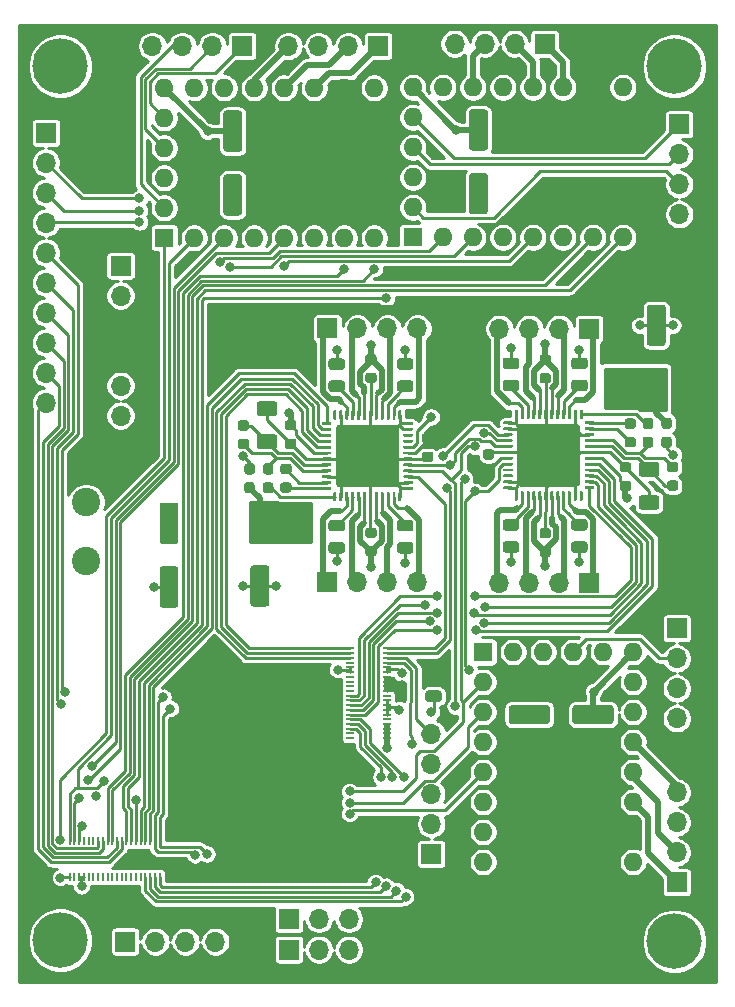
<source format=gtl>
G04 #@! TF.GenerationSoftware,KiCad,Pcbnew,(5.1.6)-1*
G04 #@! TF.CreationDate,2022-01-23T19:06:20-05:00*
G04 #@! TF.ProjectId,KiCad Schematic,4b694361-6420-4536-9368-656d61746963,rev?*
G04 #@! TF.SameCoordinates,Original*
G04 #@! TF.FileFunction,Copper,L1,Top*
G04 #@! TF.FilePolarity,Positive*
%FSLAX46Y46*%
G04 Gerber Fmt 4.6, Leading zero omitted, Abs format (unit mm)*
G04 Created by KiCad (PCBNEW (5.1.6)-1) date 2022-01-23 19:06:20*
%MOMM*%
%LPD*%
G01*
G04 APERTURE LIST*
G04 #@! TA.AperFunction,ComponentPad*
%ADD10O,1.700000X1.700000*%
G04 #@! TD*
G04 #@! TA.AperFunction,ComponentPad*
%ADD11R,1.700000X1.700000*%
G04 #@! TD*
G04 #@! TA.AperFunction,ComponentPad*
%ADD12O,1.600000X1.600000*%
G04 #@! TD*
G04 #@! TA.AperFunction,ComponentPad*
%ADD13R,1.600000X1.600000*%
G04 #@! TD*
G04 #@! TA.AperFunction,SMDPad,CuDef*
%ADD14R,0.700000X0.200000*%
G04 #@! TD*
G04 #@! TA.AperFunction,SMDPad,CuDef*
%ADD15R,0.200000X0.700000*%
G04 #@! TD*
G04 #@! TA.AperFunction,ComponentPad*
%ADD16C,2.400000*%
G04 #@! TD*
G04 #@! TA.AperFunction,ComponentPad*
%ADD17C,4.700000*%
G04 #@! TD*
G04 #@! TA.AperFunction,ViaPad*
%ADD18C,0.800000*%
G04 #@! TD*
G04 #@! TA.AperFunction,Conductor*
%ADD19C,0.250000*%
G04 #@! TD*
G04 #@! TA.AperFunction,Conductor*
%ADD20C,0.500000*%
G04 #@! TD*
G04 #@! TA.AperFunction,Conductor*
%ADD21C,0.254000*%
G04 #@! TD*
G04 APERTURE END LIST*
D10*
X83200000Y-125800000D03*
X85740000Y-125800000D03*
X88280000Y-125800000D03*
D11*
X90820000Y-125800000D03*
D10*
X69140000Y-125800000D03*
X71680000Y-125800000D03*
X74220000Y-125800000D03*
X76760000Y-125800000D03*
D11*
X79300000Y-125800000D03*
D10*
X116300000Y-142580000D03*
X116300000Y-140040000D03*
X116300000Y-137500000D03*
X116300000Y-134960000D03*
D11*
X116300000Y-132420000D03*
D10*
X116100000Y-185260000D03*
X116100000Y-182720000D03*
X116100000Y-180180000D03*
X116100000Y-177640000D03*
D11*
X116100000Y-175100000D03*
D12*
X107320000Y-177100000D03*
X109860000Y-177100000D03*
X104780000Y-177100000D03*
X102240000Y-177100000D03*
X112400000Y-177100000D03*
X99700000Y-194880000D03*
X112400000Y-179640000D03*
X99700000Y-192340000D03*
X112400000Y-182180000D03*
X99700000Y-189800000D03*
X112400000Y-184720000D03*
X99700000Y-187260000D03*
X112400000Y-187260000D03*
X99700000Y-184720000D03*
X112400000Y-189800000D03*
X99700000Y-182180000D03*
X112400000Y-192340000D03*
X99700000Y-179640000D03*
X112400000Y-194880000D03*
D13*
X99700000Y-177100000D03*
D10*
X97280000Y-125600000D03*
X99820000Y-125600000D03*
X102360000Y-125600000D03*
D11*
X104900000Y-125600000D03*
D10*
X116100000Y-188980000D03*
X116100000Y-191520000D03*
X116100000Y-194060000D03*
D11*
X116100000Y-196600000D03*
G04 #@! TA.AperFunction,SMDPad,CuDef*
G36*
G01*
X77950000Y-136650000D02*
X79050000Y-136650000D01*
G75*
G02*
X79300000Y-136900000I0J-250000D01*
G01*
X79300000Y-139900000D01*
G75*
G02*
X79050000Y-140150000I-250000J0D01*
G01*
X77950000Y-140150000D01*
G75*
G02*
X77700000Y-139900000I0J250000D01*
G01*
X77700000Y-136900000D01*
G75*
G02*
X77950000Y-136650000I250000J0D01*
G01*
G37*
G04 #@! TD.AperFunction*
G04 #@! TA.AperFunction,SMDPad,CuDef*
G36*
G01*
X77950000Y-131250000D02*
X79050000Y-131250000D01*
G75*
G02*
X79300000Y-131500000I0J-250000D01*
G01*
X79300000Y-134500000D01*
G75*
G02*
X79050000Y-134750000I-250000J0D01*
G01*
X77950000Y-134750000D01*
G75*
G02*
X77700000Y-134500000I0J250000D01*
G01*
X77700000Y-131500000D01*
G75*
G02*
X77950000Y-131250000I250000J0D01*
G01*
G37*
G04 #@! TD.AperFunction*
G04 #@! TA.AperFunction,SMDPad,CuDef*
G36*
G01*
X98750000Y-136550000D02*
X99850000Y-136550000D01*
G75*
G02*
X100100000Y-136800000I0J-250000D01*
G01*
X100100000Y-139800000D01*
G75*
G02*
X99850000Y-140050000I-250000J0D01*
G01*
X98750000Y-140050000D01*
G75*
G02*
X98500000Y-139800000I0J250000D01*
G01*
X98500000Y-136800000D01*
G75*
G02*
X98750000Y-136550000I250000J0D01*
G01*
G37*
G04 #@! TD.AperFunction*
G04 #@! TA.AperFunction,SMDPad,CuDef*
G36*
G01*
X98750000Y-131150000D02*
X99850000Y-131150000D01*
G75*
G02*
X100100000Y-131400000I0J-250000D01*
G01*
X100100000Y-134400000D01*
G75*
G02*
X99850000Y-134650000I-250000J0D01*
G01*
X98750000Y-134650000D01*
G75*
G02*
X98500000Y-134400000I0J250000D01*
G01*
X98500000Y-131400000D01*
G75*
G02*
X98750000Y-131150000I250000J0D01*
G01*
G37*
G04 #@! TD.AperFunction*
G04 #@! TA.AperFunction,SMDPad,CuDef*
G36*
G01*
X105350000Y-181850000D02*
X105350000Y-182950000D01*
G75*
G02*
X105100000Y-183200000I-250000J0D01*
G01*
X102100000Y-183200000D01*
G75*
G02*
X101850000Y-182950000I0J250000D01*
G01*
X101850000Y-181850000D01*
G75*
G02*
X102100000Y-181600000I250000J0D01*
G01*
X105100000Y-181600000D01*
G75*
G02*
X105350000Y-181850000I0J-250000D01*
G01*
G37*
G04 #@! TD.AperFunction*
G04 #@! TA.AperFunction,SMDPad,CuDef*
G36*
G01*
X110750000Y-181850000D02*
X110750000Y-182950000D01*
G75*
G02*
X110500000Y-183200000I-250000J0D01*
G01*
X107500000Y-183200000D01*
G75*
G02*
X107250000Y-182950000I0J250000D01*
G01*
X107250000Y-181850000D01*
G75*
G02*
X107500000Y-181600000I250000J0D01*
G01*
X110500000Y-181600000D01*
G75*
G02*
X110750000Y-181850000I0J-250000D01*
G01*
G37*
G04 #@! TD.AperFunction*
D12*
X72700000Y-134410000D03*
X72700000Y-131870000D03*
X72700000Y-136950000D03*
X72700000Y-139490000D03*
X72700000Y-129330000D03*
X90480000Y-142030000D03*
X75240000Y-129330000D03*
X87940000Y-142030000D03*
X77780000Y-129330000D03*
X85400000Y-142030000D03*
X80320000Y-129330000D03*
X82860000Y-142030000D03*
X82860000Y-129330000D03*
X80320000Y-142030000D03*
X85400000Y-129330000D03*
X77780000Y-142030000D03*
X87940000Y-129330000D03*
X75240000Y-142030000D03*
X90480000Y-129330000D03*
D13*
X72700000Y-142030000D03*
D12*
X93740000Y-134380000D03*
X93740000Y-131840000D03*
X93740000Y-136920000D03*
X93740000Y-139460000D03*
X93740000Y-129300000D03*
X111520000Y-142000000D03*
X96280000Y-129300000D03*
X108980000Y-142000000D03*
X98820000Y-129300000D03*
X106440000Y-142000000D03*
X101360000Y-129300000D03*
X103900000Y-142000000D03*
X103900000Y-129300000D03*
X101360000Y-142000000D03*
X106440000Y-129300000D03*
X98820000Y-142000000D03*
X108980000Y-129300000D03*
X96280000Y-142000000D03*
X111520000Y-129300000D03*
D13*
X93740000Y-142000000D03*
G04 #@! TA.AperFunction,SMDPad,CuDef*
G36*
G01*
X95043750Y-180350000D02*
X95956250Y-180350000D01*
G75*
G02*
X96200000Y-180593750I0J-243750D01*
G01*
X96200000Y-181081250D01*
G75*
G02*
X95956250Y-181325000I-243750J0D01*
G01*
X95043750Y-181325000D01*
G75*
G02*
X94800000Y-181081250I0J243750D01*
G01*
X94800000Y-180593750D01*
G75*
G02*
X95043750Y-180350000I243750J0D01*
G01*
G37*
G04 #@! TD.AperFunction*
G04 #@! TA.AperFunction,SMDPad,CuDef*
G36*
G01*
X95043750Y-178475000D02*
X95956250Y-178475000D01*
G75*
G02*
X96200000Y-178718750I0J-243750D01*
G01*
X96200000Y-179206250D01*
G75*
G02*
X95956250Y-179450000I-243750J0D01*
G01*
X95043750Y-179450000D01*
G75*
G02*
X94800000Y-179206250I0J243750D01*
G01*
X94800000Y-178718750D01*
G75*
G02*
X95043750Y-178475000I243750J0D01*
G01*
G37*
G04 #@! TD.AperFunction*
D14*
X88460000Y-178000000D03*
X88460000Y-180800000D03*
X91540000Y-178000000D03*
X91540000Y-179600000D03*
X91540000Y-178400000D03*
X91540000Y-181200000D03*
X91540000Y-181600000D03*
X88460000Y-177600000D03*
X91540000Y-177600000D03*
X88460000Y-182400000D03*
X88460000Y-181600000D03*
X91540000Y-182400000D03*
X91540000Y-178800000D03*
X88460000Y-180400000D03*
X88460000Y-179200000D03*
X88460000Y-179600000D03*
X91540000Y-182000000D03*
X88460000Y-181200000D03*
X91540000Y-180400000D03*
X88460000Y-180000000D03*
X88460000Y-178800000D03*
X91540000Y-179200000D03*
X91540000Y-177200000D03*
X88460000Y-177200000D03*
X88460000Y-176800000D03*
X91540000Y-180800000D03*
X91540000Y-176800000D03*
X91540000Y-180000000D03*
X88460000Y-178400000D03*
X88460000Y-182000000D03*
X88460000Y-183200000D03*
X91540000Y-183200000D03*
X91540000Y-182800000D03*
X91540000Y-184000000D03*
X91540000Y-184400000D03*
X88460000Y-183600000D03*
X91540000Y-183600000D03*
X88460000Y-182800000D03*
X88460000Y-184400000D03*
X88460000Y-184000000D03*
D15*
X71100000Y-193060000D03*
X68300000Y-193060000D03*
X71100000Y-196140000D03*
X69500000Y-196140000D03*
X70700000Y-196140000D03*
X67900000Y-196140000D03*
X67500000Y-196140000D03*
X71500000Y-193060000D03*
X71500000Y-196140000D03*
X66700000Y-193060000D03*
X67500000Y-193060000D03*
X66700000Y-196140000D03*
X70300000Y-196140000D03*
X68700000Y-193060000D03*
X69900000Y-193060000D03*
X69500000Y-193060000D03*
X67100000Y-196140000D03*
X67900000Y-193060000D03*
X68700000Y-196140000D03*
X69100000Y-193060000D03*
X70300000Y-193060000D03*
X69900000Y-196140000D03*
X71900000Y-196140000D03*
X71900000Y-193060000D03*
X72300000Y-193060000D03*
X68300000Y-196140000D03*
X72300000Y-196140000D03*
X69100000Y-196140000D03*
X70700000Y-193060000D03*
X67100000Y-193060000D03*
X65900000Y-193060000D03*
X65900000Y-196140000D03*
X66300000Y-196140000D03*
X65100000Y-196140000D03*
X64700000Y-196140000D03*
X65500000Y-193060000D03*
X65500000Y-196140000D03*
X66300000Y-193060000D03*
X64700000Y-193060000D03*
X65100000Y-193060000D03*
G04 #@! TA.AperFunction,SMDPad,CuDef*
G36*
G01*
X102600000Y-162840000D02*
X102600000Y-158040000D01*
G75*
G02*
X102850000Y-157790000I250000J0D01*
G01*
X107650000Y-157790000D01*
G75*
G02*
X107900000Y-158040000I0J-250000D01*
G01*
X107900000Y-162840000D01*
G75*
G02*
X107650000Y-163090000I-250000J0D01*
G01*
X102850000Y-163090000D01*
G75*
G02*
X102600000Y-162840000I0J250000D01*
G01*
G37*
G04 #@! TD.AperFunction*
G04 #@! TA.AperFunction,SMDPad,CuDef*
G36*
G01*
X101400000Y-157752500D02*
X101400000Y-157627500D01*
G75*
G02*
X101462500Y-157565000I62500J0D01*
G01*
X102137500Y-157565000D01*
G75*
G02*
X102200000Y-157627500I0J-62500D01*
G01*
X102200000Y-157752500D01*
G75*
G02*
X102137500Y-157815000I-62500J0D01*
G01*
X101462500Y-157815000D01*
G75*
G02*
X101400000Y-157752500I0J62500D01*
G01*
G37*
G04 #@! TD.AperFunction*
G04 #@! TA.AperFunction,SMDPad,CuDef*
G36*
G01*
X101400000Y-158252500D02*
X101400000Y-158127500D01*
G75*
G02*
X101462500Y-158065000I62500J0D01*
G01*
X102137500Y-158065000D01*
G75*
G02*
X102200000Y-158127500I0J-62500D01*
G01*
X102200000Y-158252500D01*
G75*
G02*
X102137500Y-158315000I-62500J0D01*
G01*
X101462500Y-158315000D01*
G75*
G02*
X101400000Y-158252500I0J62500D01*
G01*
G37*
G04 #@! TD.AperFunction*
G04 #@! TA.AperFunction,SMDPad,CuDef*
G36*
G01*
X101400000Y-158752500D02*
X101400000Y-158627500D01*
G75*
G02*
X101462500Y-158565000I62500J0D01*
G01*
X102137500Y-158565000D01*
G75*
G02*
X102200000Y-158627500I0J-62500D01*
G01*
X102200000Y-158752500D01*
G75*
G02*
X102137500Y-158815000I-62500J0D01*
G01*
X101462500Y-158815000D01*
G75*
G02*
X101400000Y-158752500I0J62500D01*
G01*
G37*
G04 #@! TD.AperFunction*
G04 #@! TA.AperFunction,SMDPad,CuDef*
G36*
G01*
X101400000Y-159252500D02*
X101400000Y-159127500D01*
G75*
G02*
X101462500Y-159065000I62500J0D01*
G01*
X102137500Y-159065000D01*
G75*
G02*
X102200000Y-159127500I0J-62500D01*
G01*
X102200000Y-159252500D01*
G75*
G02*
X102137500Y-159315000I-62500J0D01*
G01*
X101462500Y-159315000D01*
G75*
G02*
X101400000Y-159252500I0J62500D01*
G01*
G37*
G04 #@! TD.AperFunction*
G04 #@! TA.AperFunction,SMDPad,CuDef*
G36*
G01*
X101400000Y-159752500D02*
X101400000Y-159627500D01*
G75*
G02*
X101462500Y-159565000I62500J0D01*
G01*
X102137500Y-159565000D01*
G75*
G02*
X102200000Y-159627500I0J-62500D01*
G01*
X102200000Y-159752500D01*
G75*
G02*
X102137500Y-159815000I-62500J0D01*
G01*
X101462500Y-159815000D01*
G75*
G02*
X101400000Y-159752500I0J62500D01*
G01*
G37*
G04 #@! TD.AperFunction*
G04 #@! TA.AperFunction,SMDPad,CuDef*
G36*
G01*
X101400000Y-160252500D02*
X101400000Y-160127500D01*
G75*
G02*
X101462500Y-160065000I62500J0D01*
G01*
X102137500Y-160065000D01*
G75*
G02*
X102200000Y-160127500I0J-62500D01*
G01*
X102200000Y-160252500D01*
G75*
G02*
X102137500Y-160315000I-62500J0D01*
G01*
X101462500Y-160315000D01*
G75*
G02*
X101400000Y-160252500I0J62500D01*
G01*
G37*
G04 #@! TD.AperFunction*
G04 #@! TA.AperFunction,SMDPad,CuDef*
G36*
G01*
X101400000Y-160752500D02*
X101400000Y-160627500D01*
G75*
G02*
X101462500Y-160565000I62500J0D01*
G01*
X102137500Y-160565000D01*
G75*
G02*
X102200000Y-160627500I0J-62500D01*
G01*
X102200000Y-160752500D01*
G75*
G02*
X102137500Y-160815000I-62500J0D01*
G01*
X101462500Y-160815000D01*
G75*
G02*
X101400000Y-160752500I0J62500D01*
G01*
G37*
G04 #@! TD.AperFunction*
G04 #@! TA.AperFunction,SMDPad,CuDef*
G36*
G01*
X101400000Y-161252500D02*
X101400000Y-161127500D01*
G75*
G02*
X101462500Y-161065000I62500J0D01*
G01*
X102137500Y-161065000D01*
G75*
G02*
X102200000Y-161127500I0J-62500D01*
G01*
X102200000Y-161252500D01*
G75*
G02*
X102137500Y-161315000I-62500J0D01*
G01*
X101462500Y-161315000D01*
G75*
G02*
X101400000Y-161252500I0J62500D01*
G01*
G37*
G04 #@! TD.AperFunction*
G04 #@! TA.AperFunction,SMDPad,CuDef*
G36*
G01*
X101400000Y-161752500D02*
X101400000Y-161627500D01*
G75*
G02*
X101462500Y-161565000I62500J0D01*
G01*
X102137500Y-161565000D01*
G75*
G02*
X102200000Y-161627500I0J-62500D01*
G01*
X102200000Y-161752500D01*
G75*
G02*
X102137500Y-161815000I-62500J0D01*
G01*
X101462500Y-161815000D01*
G75*
G02*
X101400000Y-161752500I0J62500D01*
G01*
G37*
G04 #@! TD.AperFunction*
G04 #@! TA.AperFunction,SMDPad,CuDef*
G36*
G01*
X101400000Y-162252500D02*
X101400000Y-162127500D01*
G75*
G02*
X101462500Y-162065000I62500J0D01*
G01*
X102137500Y-162065000D01*
G75*
G02*
X102200000Y-162127500I0J-62500D01*
G01*
X102200000Y-162252500D01*
G75*
G02*
X102137500Y-162315000I-62500J0D01*
G01*
X101462500Y-162315000D01*
G75*
G02*
X101400000Y-162252500I0J62500D01*
G01*
G37*
G04 #@! TD.AperFunction*
G04 #@! TA.AperFunction,SMDPad,CuDef*
G36*
G01*
X101400000Y-162752500D02*
X101400000Y-162627500D01*
G75*
G02*
X101462500Y-162565000I62500J0D01*
G01*
X102137500Y-162565000D01*
G75*
G02*
X102200000Y-162627500I0J-62500D01*
G01*
X102200000Y-162752500D01*
G75*
G02*
X102137500Y-162815000I-62500J0D01*
G01*
X101462500Y-162815000D01*
G75*
G02*
X101400000Y-162752500I0J62500D01*
G01*
G37*
G04 #@! TD.AperFunction*
G04 #@! TA.AperFunction,SMDPad,CuDef*
G36*
G01*
X101400000Y-163252500D02*
X101400000Y-163127500D01*
G75*
G02*
X101462500Y-163065000I62500J0D01*
G01*
X102137500Y-163065000D01*
G75*
G02*
X102200000Y-163127500I0J-62500D01*
G01*
X102200000Y-163252500D01*
G75*
G02*
X102137500Y-163315000I-62500J0D01*
G01*
X101462500Y-163315000D01*
G75*
G02*
X101400000Y-163252500I0J62500D01*
G01*
G37*
G04 #@! TD.AperFunction*
G04 #@! TA.AperFunction,SMDPad,CuDef*
G36*
G01*
X102375000Y-164227500D02*
X102375000Y-163552500D01*
G75*
G02*
X102437500Y-163490000I62500J0D01*
G01*
X102562500Y-163490000D01*
G75*
G02*
X102625000Y-163552500I0J-62500D01*
G01*
X102625000Y-164227500D01*
G75*
G02*
X102562500Y-164290000I-62500J0D01*
G01*
X102437500Y-164290000D01*
G75*
G02*
X102375000Y-164227500I0J62500D01*
G01*
G37*
G04 #@! TD.AperFunction*
G04 #@! TA.AperFunction,SMDPad,CuDef*
G36*
G01*
X102875000Y-164227500D02*
X102875000Y-163552500D01*
G75*
G02*
X102937500Y-163490000I62500J0D01*
G01*
X103062500Y-163490000D01*
G75*
G02*
X103125000Y-163552500I0J-62500D01*
G01*
X103125000Y-164227500D01*
G75*
G02*
X103062500Y-164290000I-62500J0D01*
G01*
X102937500Y-164290000D01*
G75*
G02*
X102875000Y-164227500I0J62500D01*
G01*
G37*
G04 #@! TD.AperFunction*
G04 #@! TA.AperFunction,SMDPad,CuDef*
G36*
G01*
X103375000Y-164227500D02*
X103375000Y-163552500D01*
G75*
G02*
X103437500Y-163490000I62500J0D01*
G01*
X103562500Y-163490000D01*
G75*
G02*
X103625000Y-163552500I0J-62500D01*
G01*
X103625000Y-164227500D01*
G75*
G02*
X103562500Y-164290000I-62500J0D01*
G01*
X103437500Y-164290000D01*
G75*
G02*
X103375000Y-164227500I0J62500D01*
G01*
G37*
G04 #@! TD.AperFunction*
G04 #@! TA.AperFunction,SMDPad,CuDef*
G36*
G01*
X103875000Y-164227500D02*
X103875000Y-163552500D01*
G75*
G02*
X103937500Y-163490000I62500J0D01*
G01*
X104062500Y-163490000D01*
G75*
G02*
X104125000Y-163552500I0J-62500D01*
G01*
X104125000Y-164227500D01*
G75*
G02*
X104062500Y-164290000I-62500J0D01*
G01*
X103937500Y-164290000D01*
G75*
G02*
X103875000Y-164227500I0J62500D01*
G01*
G37*
G04 #@! TD.AperFunction*
G04 #@! TA.AperFunction,SMDPad,CuDef*
G36*
G01*
X104375000Y-164227500D02*
X104375000Y-163552500D01*
G75*
G02*
X104437500Y-163490000I62500J0D01*
G01*
X104562500Y-163490000D01*
G75*
G02*
X104625000Y-163552500I0J-62500D01*
G01*
X104625000Y-164227500D01*
G75*
G02*
X104562500Y-164290000I-62500J0D01*
G01*
X104437500Y-164290000D01*
G75*
G02*
X104375000Y-164227500I0J62500D01*
G01*
G37*
G04 #@! TD.AperFunction*
G04 #@! TA.AperFunction,SMDPad,CuDef*
G36*
G01*
X104875000Y-164227500D02*
X104875000Y-163552500D01*
G75*
G02*
X104937500Y-163490000I62500J0D01*
G01*
X105062500Y-163490000D01*
G75*
G02*
X105125000Y-163552500I0J-62500D01*
G01*
X105125000Y-164227500D01*
G75*
G02*
X105062500Y-164290000I-62500J0D01*
G01*
X104937500Y-164290000D01*
G75*
G02*
X104875000Y-164227500I0J62500D01*
G01*
G37*
G04 #@! TD.AperFunction*
G04 #@! TA.AperFunction,SMDPad,CuDef*
G36*
G01*
X105375000Y-164227500D02*
X105375000Y-163552500D01*
G75*
G02*
X105437500Y-163490000I62500J0D01*
G01*
X105562500Y-163490000D01*
G75*
G02*
X105625000Y-163552500I0J-62500D01*
G01*
X105625000Y-164227500D01*
G75*
G02*
X105562500Y-164290000I-62500J0D01*
G01*
X105437500Y-164290000D01*
G75*
G02*
X105375000Y-164227500I0J62500D01*
G01*
G37*
G04 #@! TD.AperFunction*
G04 #@! TA.AperFunction,SMDPad,CuDef*
G36*
G01*
X105875000Y-164227500D02*
X105875000Y-163552500D01*
G75*
G02*
X105937500Y-163490000I62500J0D01*
G01*
X106062500Y-163490000D01*
G75*
G02*
X106125000Y-163552500I0J-62500D01*
G01*
X106125000Y-164227500D01*
G75*
G02*
X106062500Y-164290000I-62500J0D01*
G01*
X105937500Y-164290000D01*
G75*
G02*
X105875000Y-164227500I0J62500D01*
G01*
G37*
G04 #@! TD.AperFunction*
G04 #@! TA.AperFunction,SMDPad,CuDef*
G36*
G01*
X106375000Y-164227500D02*
X106375000Y-163552500D01*
G75*
G02*
X106437500Y-163490000I62500J0D01*
G01*
X106562500Y-163490000D01*
G75*
G02*
X106625000Y-163552500I0J-62500D01*
G01*
X106625000Y-164227500D01*
G75*
G02*
X106562500Y-164290000I-62500J0D01*
G01*
X106437500Y-164290000D01*
G75*
G02*
X106375000Y-164227500I0J62500D01*
G01*
G37*
G04 #@! TD.AperFunction*
G04 #@! TA.AperFunction,SMDPad,CuDef*
G36*
G01*
X106875000Y-164227500D02*
X106875000Y-163552500D01*
G75*
G02*
X106937500Y-163490000I62500J0D01*
G01*
X107062500Y-163490000D01*
G75*
G02*
X107125000Y-163552500I0J-62500D01*
G01*
X107125000Y-164227500D01*
G75*
G02*
X107062500Y-164290000I-62500J0D01*
G01*
X106937500Y-164290000D01*
G75*
G02*
X106875000Y-164227500I0J62500D01*
G01*
G37*
G04 #@! TD.AperFunction*
G04 #@! TA.AperFunction,SMDPad,CuDef*
G36*
G01*
X107375000Y-164227500D02*
X107375000Y-163552500D01*
G75*
G02*
X107437500Y-163490000I62500J0D01*
G01*
X107562500Y-163490000D01*
G75*
G02*
X107625000Y-163552500I0J-62500D01*
G01*
X107625000Y-164227500D01*
G75*
G02*
X107562500Y-164290000I-62500J0D01*
G01*
X107437500Y-164290000D01*
G75*
G02*
X107375000Y-164227500I0J62500D01*
G01*
G37*
G04 #@! TD.AperFunction*
G04 #@! TA.AperFunction,SMDPad,CuDef*
G36*
G01*
X107875000Y-164227500D02*
X107875000Y-163552500D01*
G75*
G02*
X107937500Y-163490000I62500J0D01*
G01*
X108062500Y-163490000D01*
G75*
G02*
X108125000Y-163552500I0J-62500D01*
G01*
X108125000Y-164227500D01*
G75*
G02*
X108062500Y-164290000I-62500J0D01*
G01*
X107937500Y-164290000D01*
G75*
G02*
X107875000Y-164227500I0J62500D01*
G01*
G37*
G04 #@! TD.AperFunction*
G04 #@! TA.AperFunction,SMDPad,CuDef*
G36*
G01*
X108300000Y-163252500D02*
X108300000Y-163127500D01*
G75*
G02*
X108362500Y-163065000I62500J0D01*
G01*
X109037500Y-163065000D01*
G75*
G02*
X109100000Y-163127500I0J-62500D01*
G01*
X109100000Y-163252500D01*
G75*
G02*
X109037500Y-163315000I-62500J0D01*
G01*
X108362500Y-163315000D01*
G75*
G02*
X108300000Y-163252500I0J62500D01*
G01*
G37*
G04 #@! TD.AperFunction*
G04 #@! TA.AperFunction,SMDPad,CuDef*
G36*
G01*
X108300000Y-162752500D02*
X108300000Y-162627500D01*
G75*
G02*
X108362500Y-162565000I62500J0D01*
G01*
X109037500Y-162565000D01*
G75*
G02*
X109100000Y-162627500I0J-62500D01*
G01*
X109100000Y-162752500D01*
G75*
G02*
X109037500Y-162815000I-62500J0D01*
G01*
X108362500Y-162815000D01*
G75*
G02*
X108300000Y-162752500I0J62500D01*
G01*
G37*
G04 #@! TD.AperFunction*
G04 #@! TA.AperFunction,SMDPad,CuDef*
G36*
G01*
X108300000Y-162252500D02*
X108300000Y-162127500D01*
G75*
G02*
X108362500Y-162065000I62500J0D01*
G01*
X109037500Y-162065000D01*
G75*
G02*
X109100000Y-162127500I0J-62500D01*
G01*
X109100000Y-162252500D01*
G75*
G02*
X109037500Y-162315000I-62500J0D01*
G01*
X108362500Y-162315000D01*
G75*
G02*
X108300000Y-162252500I0J62500D01*
G01*
G37*
G04 #@! TD.AperFunction*
G04 #@! TA.AperFunction,SMDPad,CuDef*
G36*
G01*
X108300000Y-161752500D02*
X108300000Y-161627500D01*
G75*
G02*
X108362500Y-161565000I62500J0D01*
G01*
X109037500Y-161565000D01*
G75*
G02*
X109100000Y-161627500I0J-62500D01*
G01*
X109100000Y-161752500D01*
G75*
G02*
X109037500Y-161815000I-62500J0D01*
G01*
X108362500Y-161815000D01*
G75*
G02*
X108300000Y-161752500I0J62500D01*
G01*
G37*
G04 #@! TD.AperFunction*
G04 #@! TA.AperFunction,SMDPad,CuDef*
G36*
G01*
X108300000Y-161252500D02*
X108300000Y-161127500D01*
G75*
G02*
X108362500Y-161065000I62500J0D01*
G01*
X109037500Y-161065000D01*
G75*
G02*
X109100000Y-161127500I0J-62500D01*
G01*
X109100000Y-161252500D01*
G75*
G02*
X109037500Y-161315000I-62500J0D01*
G01*
X108362500Y-161315000D01*
G75*
G02*
X108300000Y-161252500I0J62500D01*
G01*
G37*
G04 #@! TD.AperFunction*
G04 #@! TA.AperFunction,SMDPad,CuDef*
G36*
G01*
X108300000Y-160752500D02*
X108300000Y-160627500D01*
G75*
G02*
X108362500Y-160565000I62500J0D01*
G01*
X109037500Y-160565000D01*
G75*
G02*
X109100000Y-160627500I0J-62500D01*
G01*
X109100000Y-160752500D01*
G75*
G02*
X109037500Y-160815000I-62500J0D01*
G01*
X108362500Y-160815000D01*
G75*
G02*
X108300000Y-160752500I0J62500D01*
G01*
G37*
G04 #@! TD.AperFunction*
G04 #@! TA.AperFunction,SMDPad,CuDef*
G36*
G01*
X108300000Y-160252500D02*
X108300000Y-160127500D01*
G75*
G02*
X108362500Y-160065000I62500J0D01*
G01*
X109037500Y-160065000D01*
G75*
G02*
X109100000Y-160127500I0J-62500D01*
G01*
X109100000Y-160252500D01*
G75*
G02*
X109037500Y-160315000I-62500J0D01*
G01*
X108362500Y-160315000D01*
G75*
G02*
X108300000Y-160252500I0J62500D01*
G01*
G37*
G04 #@! TD.AperFunction*
G04 #@! TA.AperFunction,SMDPad,CuDef*
G36*
G01*
X108300000Y-159752500D02*
X108300000Y-159627500D01*
G75*
G02*
X108362500Y-159565000I62500J0D01*
G01*
X109037500Y-159565000D01*
G75*
G02*
X109100000Y-159627500I0J-62500D01*
G01*
X109100000Y-159752500D01*
G75*
G02*
X109037500Y-159815000I-62500J0D01*
G01*
X108362500Y-159815000D01*
G75*
G02*
X108300000Y-159752500I0J62500D01*
G01*
G37*
G04 #@! TD.AperFunction*
G04 #@! TA.AperFunction,SMDPad,CuDef*
G36*
G01*
X108300000Y-159252500D02*
X108300000Y-159127500D01*
G75*
G02*
X108362500Y-159065000I62500J0D01*
G01*
X109037500Y-159065000D01*
G75*
G02*
X109100000Y-159127500I0J-62500D01*
G01*
X109100000Y-159252500D01*
G75*
G02*
X109037500Y-159315000I-62500J0D01*
G01*
X108362500Y-159315000D01*
G75*
G02*
X108300000Y-159252500I0J62500D01*
G01*
G37*
G04 #@! TD.AperFunction*
G04 #@! TA.AperFunction,SMDPad,CuDef*
G36*
G01*
X108300000Y-158752500D02*
X108300000Y-158627500D01*
G75*
G02*
X108362500Y-158565000I62500J0D01*
G01*
X109037500Y-158565000D01*
G75*
G02*
X109100000Y-158627500I0J-62500D01*
G01*
X109100000Y-158752500D01*
G75*
G02*
X109037500Y-158815000I-62500J0D01*
G01*
X108362500Y-158815000D01*
G75*
G02*
X108300000Y-158752500I0J62500D01*
G01*
G37*
G04 #@! TD.AperFunction*
G04 #@! TA.AperFunction,SMDPad,CuDef*
G36*
G01*
X108300000Y-158252500D02*
X108300000Y-158127500D01*
G75*
G02*
X108362500Y-158065000I62500J0D01*
G01*
X109037500Y-158065000D01*
G75*
G02*
X109100000Y-158127500I0J-62500D01*
G01*
X109100000Y-158252500D01*
G75*
G02*
X109037500Y-158315000I-62500J0D01*
G01*
X108362500Y-158315000D01*
G75*
G02*
X108300000Y-158252500I0J62500D01*
G01*
G37*
G04 #@! TD.AperFunction*
G04 #@! TA.AperFunction,SMDPad,CuDef*
G36*
G01*
X108300000Y-157752500D02*
X108300000Y-157627500D01*
G75*
G02*
X108362500Y-157565000I62500J0D01*
G01*
X109037500Y-157565000D01*
G75*
G02*
X109100000Y-157627500I0J-62500D01*
G01*
X109100000Y-157752500D01*
G75*
G02*
X109037500Y-157815000I-62500J0D01*
G01*
X108362500Y-157815000D01*
G75*
G02*
X108300000Y-157752500I0J62500D01*
G01*
G37*
G04 #@! TD.AperFunction*
G04 #@! TA.AperFunction,SMDPad,CuDef*
G36*
G01*
X107875000Y-157327500D02*
X107875000Y-156652500D01*
G75*
G02*
X107937500Y-156590000I62500J0D01*
G01*
X108062500Y-156590000D01*
G75*
G02*
X108125000Y-156652500I0J-62500D01*
G01*
X108125000Y-157327500D01*
G75*
G02*
X108062500Y-157390000I-62500J0D01*
G01*
X107937500Y-157390000D01*
G75*
G02*
X107875000Y-157327500I0J62500D01*
G01*
G37*
G04 #@! TD.AperFunction*
G04 #@! TA.AperFunction,SMDPad,CuDef*
G36*
G01*
X107375000Y-157327500D02*
X107375000Y-156652500D01*
G75*
G02*
X107437500Y-156590000I62500J0D01*
G01*
X107562500Y-156590000D01*
G75*
G02*
X107625000Y-156652500I0J-62500D01*
G01*
X107625000Y-157327500D01*
G75*
G02*
X107562500Y-157390000I-62500J0D01*
G01*
X107437500Y-157390000D01*
G75*
G02*
X107375000Y-157327500I0J62500D01*
G01*
G37*
G04 #@! TD.AperFunction*
G04 #@! TA.AperFunction,SMDPad,CuDef*
G36*
G01*
X106875000Y-157327500D02*
X106875000Y-156652500D01*
G75*
G02*
X106937500Y-156590000I62500J0D01*
G01*
X107062500Y-156590000D01*
G75*
G02*
X107125000Y-156652500I0J-62500D01*
G01*
X107125000Y-157327500D01*
G75*
G02*
X107062500Y-157390000I-62500J0D01*
G01*
X106937500Y-157390000D01*
G75*
G02*
X106875000Y-157327500I0J62500D01*
G01*
G37*
G04 #@! TD.AperFunction*
G04 #@! TA.AperFunction,SMDPad,CuDef*
G36*
G01*
X106375000Y-157327500D02*
X106375000Y-156652500D01*
G75*
G02*
X106437500Y-156590000I62500J0D01*
G01*
X106562500Y-156590000D01*
G75*
G02*
X106625000Y-156652500I0J-62500D01*
G01*
X106625000Y-157327500D01*
G75*
G02*
X106562500Y-157390000I-62500J0D01*
G01*
X106437500Y-157390000D01*
G75*
G02*
X106375000Y-157327500I0J62500D01*
G01*
G37*
G04 #@! TD.AperFunction*
G04 #@! TA.AperFunction,SMDPad,CuDef*
G36*
G01*
X105875000Y-157327500D02*
X105875000Y-156652500D01*
G75*
G02*
X105937500Y-156590000I62500J0D01*
G01*
X106062500Y-156590000D01*
G75*
G02*
X106125000Y-156652500I0J-62500D01*
G01*
X106125000Y-157327500D01*
G75*
G02*
X106062500Y-157390000I-62500J0D01*
G01*
X105937500Y-157390000D01*
G75*
G02*
X105875000Y-157327500I0J62500D01*
G01*
G37*
G04 #@! TD.AperFunction*
G04 #@! TA.AperFunction,SMDPad,CuDef*
G36*
G01*
X105375000Y-157327500D02*
X105375000Y-156652500D01*
G75*
G02*
X105437500Y-156590000I62500J0D01*
G01*
X105562500Y-156590000D01*
G75*
G02*
X105625000Y-156652500I0J-62500D01*
G01*
X105625000Y-157327500D01*
G75*
G02*
X105562500Y-157390000I-62500J0D01*
G01*
X105437500Y-157390000D01*
G75*
G02*
X105375000Y-157327500I0J62500D01*
G01*
G37*
G04 #@! TD.AperFunction*
G04 #@! TA.AperFunction,SMDPad,CuDef*
G36*
G01*
X104875000Y-157327500D02*
X104875000Y-156652500D01*
G75*
G02*
X104937500Y-156590000I62500J0D01*
G01*
X105062500Y-156590000D01*
G75*
G02*
X105125000Y-156652500I0J-62500D01*
G01*
X105125000Y-157327500D01*
G75*
G02*
X105062500Y-157390000I-62500J0D01*
G01*
X104937500Y-157390000D01*
G75*
G02*
X104875000Y-157327500I0J62500D01*
G01*
G37*
G04 #@! TD.AperFunction*
G04 #@! TA.AperFunction,SMDPad,CuDef*
G36*
G01*
X104375000Y-157327500D02*
X104375000Y-156652500D01*
G75*
G02*
X104437500Y-156590000I62500J0D01*
G01*
X104562500Y-156590000D01*
G75*
G02*
X104625000Y-156652500I0J-62500D01*
G01*
X104625000Y-157327500D01*
G75*
G02*
X104562500Y-157390000I-62500J0D01*
G01*
X104437500Y-157390000D01*
G75*
G02*
X104375000Y-157327500I0J62500D01*
G01*
G37*
G04 #@! TD.AperFunction*
G04 #@! TA.AperFunction,SMDPad,CuDef*
G36*
G01*
X103875000Y-157327500D02*
X103875000Y-156652500D01*
G75*
G02*
X103937500Y-156590000I62500J0D01*
G01*
X104062500Y-156590000D01*
G75*
G02*
X104125000Y-156652500I0J-62500D01*
G01*
X104125000Y-157327500D01*
G75*
G02*
X104062500Y-157390000I-62500J0D01*
G01*
X103937500Y-157390000D01*
G75*
G02*
X103875000Y-157327500I0J62500D01*
G01*
G37*
G04 #@! TD.AperFunction*
G04 #@! TA.AperFunction,SMDPad,CuDef*
G36*
G01*
X103375000Y-157327500D02*
X103375000Y-156652500D01*
G75*
G02*
X103437500Y-156590000I62500J0D01*
G01*
X103562500Y-156590000D01*
G75*
G02*
X103625000Y-156652500I0J-62500D01*
G01*
X103625000Y-157327500D01*
G75*
G02*
X103562500Y-157390000I-62500J0D01*
G01*
X103437500Y-157390000D01*
G75*
G02*
X103375000Y-157327500I0J62500D01*
G01*
G37*
G04 #@! TD.AperFunction*
G04 #@! TA.AperFunction,SMDPad,CuDef*
G36*
G01*
X102875000Y-157327500D02*
X102875000Y-156652500D01*
G75*
G02*
X102937500Y-156590000I62500J0D01*
G01*
X103062500Y-156590000D01*
G75*
G02*
X103125000Y-156652500I0J-62500D01*
G01*
X103125000Y-157327500D01*
G75*
G02*
X103062500Y-157390000I-62500J0D01*
G01*
X102937500Y-157390000D01*
G75*
G02*
X102875000Y-157327500I0J62500D01*
G01*
G37*
G04 #@! TD.AperFunction*
G04 #@! TA.AperFunction,SMDPad,CuDef*
G36*
G01*
X102375000Y-157327500D02*
X102375000Y-156652500D01*
G75*
G02*
X102437500Y-156590000I62500J0D01*
G01*
X102562500Y-156590000D01*
G75*
G02*
X102625000Y-156652500I0J-62500D01*
G01*
X102625000Y-157327500D01*
G75*
G02*
X102562500Y-157390000I-62500J0D01*
G01*
X102437500Y-157390000D01*
G75*
G02*
X102375000Y-157327500I0J62500D01*
G01*
G37*
G04 #@! TD.AperFunction*
G04 #@! TA.AperFunction,SMDPad,CuDef*
G36*
G01*
X92550000Y-158100000D02*
X92550000Y-162900000D01*
G75*
G02*
X92300000Y-163150000I-250000J0D01*
G01*
X87500000Y-163150000D01*
G75*
G02*
X87250000Y-162900000I0J250000D01*
G01*
X87250000Y-158100000D01*
G75*
G02*
X87500000Y-157850000I250000J0D01*
G01*
X92300000Y-157850000D01*
G75*
G02*
X92550000Y-158100000I0J-250000D01*
G01*
G37*
G04 #@! TD.AperFunction*
G04 #@! TA.AperFunction,SMDPad,CuDef*
G36*
G01*
X93750000Y-163187500D02*
X93750000Y-163312500D01*
G75*
G02*
X93687500Y-163375000I-62500J0D01*
G01*
X93012500Y-163375000D01*
G75*
G02*
X92950000Y-163312500I0J62500D01*
G01*
X92950000Y-163187500D01*
G75*
G02*
X93012500Y-163125000I62500J0D01*
G01*
X93687500Y-163125000D01*
G75*
G02*
X93750000Y-163187500I0J-62500D01*
G01*
G37*
G04 #@! TD.AperFunction*
G04 #@! TA.AperFunction,SMDPad,CuDef*
G36*
G01*
X93750000Y-162687500D02*
X93750000Y-162812500D01*
G75*
G02*
X93687500Y-162875000I-62500J0D01*
G01*
X93012500Y-162875000D01*
G75*
G02*
X92950000Y-162812500I0J62500D01*
G01*
X92950000Y-162687500D01*
G75*
G02*
X93012500Y-162625000I62500J0D01*
G01*
X93687500Y-162625000D01*
G75*
G02*
X93750000Y-162687500I0J-62500D01*
G01*
G37*
G04 #@! TD.AperFunction*
G04 #@! TA.AperFunction,SMDPad,CuDef*
G36*
G01*
X93750000Y-162187500D02*
X93750000Y-162312500D01*
G75*
G02*
X93687500Y-162375000I-62500J0D01*
G01*
X93012500Y-162375000D01*
G75*
G02*
X92950000Y-162312500I0J62500D01*
G01*
X92950000Y-162187500D01*
G75*
G02*
X93012500Y-162125000I62500J0D01*
G01*
X93687500Y-162125000D01*
G75*
G02*
X93750000Y-162187500I0J-62500D01*
G01*
G37*
G04 #@! TD.AperFunction*
G04 #@! TA.AperFunction,SMDPad,CuDef*
G36*
G01*
X93750000Y-161687500D02*
X93750000Y-161812500D01*
G75*
G02*
X93687500Y-161875000I-62500J0D01*
G01*
X93012500Y-161875000D01*
G75*
G02*
X92950000Y-161812500I0J62500D01*
G01*
X92950000Y-161687500D01*
G75*
G02*
X93012500Y-161625000I62500J0D01*
G01*
X93687500Y-161625000D01*
G75*
G02*
X93750000Y-161687500I0J-62500D01*
G01*
G37*
G04 #@! TD.AperFunction*
G04 #@! TA.AperFunction,SMDPad,CuDef*
G36*
G01*
X93750000Y-161187500D02*
X93750000Y-161312500D01*
G75*
G02*
X93687500Y-161375000I-62500J0D01*
G01*
X93012500Y-161375000D01*
G75*
G02*
X92950000Y-161312500I0J62500D01*
G01*
X92950000Y-161187500D01*
G75*
G02*
X93012500Y-161125000I62500J0D01*
G01*
X93687500Y-161125000D01*
G75*
G02*
X93750000Y-161187500I0J-62500D01*
G01*
G37*
G04 #@! TD.AperFunction*
G04 #@! TA.AperFunction,SMDPad,CuDef*
G36*
G01*
X93750000Y-160687500D02*
X93750000Y-160812500D01*
G75*
G02*
X93687500Y-160875000I-62500J0D01*
G01*
X93012500Y-160875000D01*
G75*
G02*
X92950000Y-160812500I0J62500D01*
G01*
X92950000Y-160687500D01*
G75*
G02*
X93012500Y-160625000I62500J0D01*
G01*
X93687500Y-160625000D01*
G75*
G02*
X93750000Y-160687500I0J-62500D01*
G01*
G37*
G04 #@! TD.AperFunction*
G04 #@! TA.AperFunction,SMDPad,CuDef*
G36*
G01*
X93750000Y-160187500D02*
X93750000Y-160312500D01*
G75*
G02*
X93687500Y-160375000I-62500J0D01*
G01*
X93012500Y-160375000D01*
G75*
G02*
X92950000Y-160312500I0J62500D01*
G01*
X92950000Y-160187500D01*
G75*
G02*
X93012500Y-160125000I62500J0D01*
G01*
X93687500Y-160125000D01*
G75*
G02*
X93750000Y-160187500I0J-62500D01*
G01*
G37*
G04 #@! TD.AperFunction*
G04 #@! TA.AperFunction,SMDPad,CuDef*
G36*
G01*
X93750000Y-159687500D02*
X93750000Y-159812500D01*
G75*
G02*
X93687500Y-159875000I-62500J0D01*
G01*
X93012500Y-159875000D01*
G75*
G02*
X92950000Y-159812500I0J62500D01*
G01*
X92950000Y-159687500D01*
G75*
G02*
X93012500Y-159625000I62500J0D01*
G01*
X93687500Y-159625000D01*
G75*
G02*
X93750000Y-159687500I0J-62500D01*
G01*
G37*
G04 #@! TD.AperFunction*
G04 #@! TA.AperFunction,SMDPad,CuDef*
G36*
G01*
X93750000Y-159187500D02*
X93750000Y-159312500D01*
G75*
G02*
X93687500Y-159375000I-62500J0D01*
G01*
X93012500Y-159375000D01*
G75*
G02*
X92950000Y-159312500I0J62500D01*
G01*
X92950000Y-159187500D01*
G75*
G02*
X93012500Y-159125000I62500J0D01*
G01*
X93687500Y-159125000D01*
G75*
G02*
X93750000Y-159187500I0J-62500D01*
G01*
G37*
G04 #@! TD.AperFunction*
G04 #@! TA.AperFunction,SMDPad,CuDef*
G36*
G01*
X93750000Y-158687500D02*
X93750000Y-158812500D01*
G75*
G02*
X93687500Y-158875000I-62500J0D01*
G01*
X93012500Y-158875000D01*
G75*
G02*
X92950000Y-158812500I0J62500D01*
G01*
X92950000Y-158687500D01*
G75*
G02*
X93012500Y-158625000I62500J0D01*
G01*
X93687500Y-158625000D01*
G75*
G02*
X93750000Y-158687500I0J-62500D01*
G01*
G37*
G04 #@! TD.AperFunction*
G04 #@! TA.AperFunction,SMDPad,CuDef*
G36*
G01*
X93750000Y-158187500D02*
X93750000Y-158312500D01*
G75*
G02*
X93687500Y-158375000I-62500J0D01*
G01*
X93012500Y-158375000D01*
G75*
G02*
X92950000Y-158312500I0J62500D01*
G01*
X92950000Y-158187500D01*
G75*
G02*
X93012500Y-158125000I62500J0D01*
G01*
X93687500Y-158125000D01*
G75*
G02*
X93750000Y-158187500I0J-62500D01*
G01*
G37*
G04 #@! TD.AperFunction*
G04 #@! TA.AperFunction,SMDPad,CuDef*
G36*
G01*
X93750000Y-157687500D02*
X93750000Y-157812500D01*
G75*
G02*
X93687500Y-157875000I-62500J0D01*
G01*
X93012500Y-157875000D01*
G75*
G02*
X92950000Y-157812500I0J62500D01*
G01*
X92950000Y-157687500D01*
G75*
G02*
X93012500Y-157625000I62500J0D01*
G01*
X93687500Y-157625000D01*
G75*
G02*
X93750000Y-157687500I0J-62500D01*
G01*
G37*
G04 #@! TD.AperFunction*
G04 #@! TA.AperFunction,SMDPad,CuDef*
G36*
G01*
X92775000Y-156712500D02*
X92775000Y-157387500D01*
G75*
G02*
X92712500Y-157450000I-62500J0D01*
G01*
X92587500Y-157450000D01*
G75*
G02*
X92525000Y-157387500I0J62500D01*
G01*
X92525000Y-156712500D01*
G75*
G02*
X92587500Y-156650000I62500J0D01*
G01*
X92712500Y-156650000D01*
G75*
G02*
X92775000Y-156712500I0J-62500D01*
G01*
G37*
G04 #@! TD.AperFunction*
G04 #@! TA.AperFunction,SMDPad,CuDef*
G36*
G01*
X92275000Y-156712500D02*
X92275000Y-157387500D01*
G75*
G02*
X92212500Y-157450000I-62500J0D01*
G01*
X92087500Y-157450000D01*
G75*
G02*
X92025000Y-157387500I0J62500D01*
G01*
X92025000Y-156712500D01*
G75*
G02*
X92087500Y-156650000I62500J0D01*
G01*
X92212500Y-156650000D01*
G75*
G02*
X92275000Y-156712500I0J-62500D01*
G01*
G37*
G04 #@! TD.AperFunction*
G04 #@! TA.AperFunction,SMDPad,CuDef*
G36*
G01*
X91775000Y-156712500D02*
X91775000Y-157387500D01*
G75*
G02*
X91712500Y-157450000I-62500J0D01*
G01*
X91587500Y-157450000D01*
G75*
G02*
X91525000Y-157387500I0J62500D01*
G01*
X91525000Y-156712500D01*
G75*
G02*
X91587500Y-156650000I62500J0D01*
G01*
X91712500Y-156650000D01*
G75*
G02*
X91775000Y-156712500I0J-62500D01*
G01*
G37*
G04 #@! TD.AperFunction*
G04 #@! TA.AperFunction,SMDPad,CuDef*
G36*
G01*
X91275000Y-156712500D02*
X91275000Y-157387500D01*
G75*
G02*
X91212500Y-157450000I-62500J0D01*
G01*
X91087500Y-157450000D01*
G75*
G02*
X91025000Y-157387500I0J62500D01*
G01*
X91025000Y-156712500D01*
G75*
G02*
X91087500Y-156650000I62500J0D01*
G01*
X91212500Y-156650000D01*
G75*
G02*
X91275000Y-156712500I0J-62500D01*
G01*
G37*
G04 #@! TD.AperFunction*
G04 #@! TA.AperFunction,SMDPad,CuDef*
G36*
G01*
X90775000Y-156712500D02*
X90775000Y-157387500D01*
G75*
G02*
X90712500Y-157450000I-62500J0D01*
G01*
X90587500Y-157450000D01*
G75*
G02*
X90525000Y-157387500I0J62500D01*
G01*
X90525000Y-156712500D01*
G75*
G02*
X90587500Y-156650000I62500J0D01*
G01*
X90712500Y-156650000D01*
G75*
G02*
X90775000Y-156712500I0J-62500D01*
G01*
G37*
G04 #@! TD.AperFunction*
G04 #@! TA.AperFunction,SMDPad,CuDef*
G36*
G01*
X90275000Y-156712500D02*
X90275000Y-157387500D01*
G75*
G02*
X90212500Y-157450000I-62500J0D01*
G01*
X90087500Y-157450000D01*
G75*
G02*
X90025000Y-157387500I0J62500D01*
G01*
X90025000Y-156712500D01*
G75*
G02*
X90087500Y-156650000I62500J0D01*
G01*
X90212500Y-156650000D01*
G75*
G02*
X90275000Y-156712500I0J-62500D01*
G01*
G37*
G04 #@! TD.AperFunction*
G04 #@! TA.AperFunction,SMDPad,CuDef*
G36*
G01*
X89775000Y-156712500D02*
X89775000Y-157387500D01*
G75*
G02*
X89712500Y-157450000I-62500J0D01*
G01*
X89587500Y-157450000D01*
G75*
G02*
X89525000Y-157387500I0J62500D01*
G01*
X89525000Y-156712500D01*
G75*
G02*
X89587500Y-156650000I62500J0D01*
G01*
X89712500Y-156650000D01*
G75*
G02*
X89775000Y-156712500I0J-62500D01*
G01*
G37*
G04 #@! TD.AperFunction*
G04 #@! TA.AperFunction,SMDPad,CuDef*
G36*
G01*
X89275000Y-156712500D02*
X89275000Y-157387500D01*
G75*
G02*
X89212500Y-157450000I-62500J0D01*
G01*
X89087500Y-157450000D01*
G75*
G02*
X89025000Y-157387500I0J62500D01*
G01*
X89025000Y-156712500D01*
G75*
G02*
X89087500Y-156650000I62500J0D01*
G01*
X89212500Y-156650000D01*
G75*
G02*
X89275000Y-156712500I0J-62500D01*
G01*
G37*
G04 #@! TD.AperFunction*
G04 #@! TA.AperFunction,SMDPad,CuDef*
G36*
G01*
X88775000Y-156712500D02*
X88775000Y-157387500D01*
G75*
G02*
X88712500Y-157450000I-62500J0D01*
G01*
X88587500Y-157450000D01*
G75*
G02*
X88525000Y-157387500I0J62500D01*
G01*
X88525000Y-156712500D01*
G75*
G02*
X88587500Y-156650000I62500J0D01*
G01*
X88712500Y-156650000D01*
G75*
G02*
X88775000Y-156712500I0J-62500D01*
G01*
G37*
G04 #@! TD.AperFunction*
G04 #@! TA.AperFunction,SMDPad,CuDef*
G36*
G01*
X88275000Y-156712500D02*
X88275000Y-157387500D01*
G75*
G02*
X88212500Y-157450000I-62500J0D01*
G01*
X88087500Y-157450000D01*
G75*
G02*
X88025000Y-157387500I0J62500D01*
G01*
X88025000Y-156712500D01*
G75*
G02*
X88087500Y-156650000I62500J0D01*
G01*
X88212500Y-156650000D01*
G75*
G02*
X88275000Y-156712500I0J-62500D01*
G01*
G37*
G04 #@! TD.AperFunction*
G04 #@! TA.AperFunction,SMDPad,CuDef*
G36*
G01*
X87775000Y-156712500D02*
X87775000Y-157387500D01*
G75*
G02*
X87712500Y-157450000I-62500J0D01*
G01*
X87587500Y-157450000D01*
G75*
G02*
X87525000Y-157387500I0J62500D01*
G01*
X87525000Y-156712500D01*
G75*
G02*
X87587500Y-156650000I62500J0D01*
G01*
X87712500Y-156650000D01*
G75*
G02*
X87775000Y-156712500I0J-62500D01*
G01*
G37*
G04 #@! TD.AperFunction*
G04 #@! TA.AperFunction,SMDPad,CuDef*
G36*
G01*
X87275000Y-156712500D02*
X87275000Y-157387500D01*
G75*
G02*
X87212500Y-157450000I-62500J0D01*
G01*
X87087500Y-157450000D01*
G75*
G02*
X87025000Y-157387500I0J62500D01*
G01*
X87025000Y-156712500D01*
G75*
G02*
X87087500Y-156650000I62500J0D01*
G01*
X87212500Y-156650000D01*
G75*
G02*
X87275000Y-156712500I0J-62500D01*
G01*
G37*
G04 #@! TD.AperFunction*
G04 #@! TA.AperFunction,SMDPad,CuDef*
G36*
G01*
X86850000Y-157687500D02*
X86850000Y-157812500D01*
G75*
G02*
X86787500Y-157875000I-62500J0D01*
G01*
X86112500Y-157875000D01*
G75*
G02*
X86050000Y-157812500I0J62500D01*
G01*
X86050000Y-157687500D01*
G75*
G02*
X86112500Y-157625000I62500J0D01*
G01*
X86787500Y-157625000D01*
G75*
G02*
X86850000Y-157687500I0J-62500D01*
G01*
G37*
G04 #@! TD.AperFunction*
G04 #@! TA.AperFunction,SMDPad,CuDef*
G36*
G01*
X86850000Y-158187500D02*
X86850000Y-158312500D01*
G75*
G02*
X86787500Y-158375000I-62500J0D01*
G01*
X86112500Y-158375000D01*
G75*
G02*
X86050000Y-158312500I0J62500D01*
G01*
X86050000Y-158187500D01*
G75*
G02*
X86112500Y-158125000I62500J0D01*
G01*
X86787500Y-158125000D01*
G75*
G02*
X86850000Y-158187500I0J-62500D01*
G01*
G37*
G04 #@! TD.AperFunction*
G04 #@! TA.AperFunction,SMDPad,CuDef*
G36*
G01*
X86850000Y-158687500D02*
X86850000Y-158812500D01*
G75*
G02*
X86787500Y-158875000I-62500J0D01*
G01*
X86112500Y-158875000D01*
G75*
G02*
X86050000Y-158812500I0J62500D01*
G01*
X86050000Y-158687500D01*
G75*
G02*
X86112500Y-158625000I62500J0D01*
G01*
X86787500Y-158625000D01*
G75*
G02*
X86850000Y-158687500I0J-62500D01*
G01*
G37*
G04 #@! TD.AperFunction*
G04 #@! TA.AperFunction,SMDPad,CuDef*
G36*
G01*
X86850000Y-159187500D02*
X86850000Y-159312500D01*
G75*
G02*
X86787500Y-159375000I-62500J0D01*
G01*
X86112500Y-159375000D01*
G75*
G02*
X86050000Y-159312500I0J62500D01*
G01*
X86050000Y-159187500D01*
G75*
G02*
X86112500Y-159125000I62500J0D01*
G01*
X86787500Y-159125000D01*
G75*
G02*
X86850000Y-159187500I0J-62500D01*
G01*
G37*
G04 #@! TD.AperFunction*
G04 #@! TA.AperFunction,SMDPad,CuDef*
G36*
G01*
X86850000Y-159687500D02*
X86850000Y-159812500D01*
G75*
G02*
X86787500Y-159875000I-62500J0D01*
G01*
X86112500Y-159875000D01*
G75*
G02*
X86050000Y-159812500I0J62500D01*
G01*
X86050000Y-159687500D01*
G75*
G02*
X86112500Y-159625000I62500J0D01*
G01*
X86787500Y-159625000D01*
G75*
G02*
X86850000Y-159687500I0J-62500D01*
G01*
G37*
G04 #@! TD.AperFunction*
G04 #@! TA.AperFunction,SMDPad,CuDef*
G36*
G01*
X86850000Y-160187500D02*
X86850000Y-160312500D01*
G75*
G02*
X86787500Y-160375000I-62500J0D01*
G01*
X86112500Y-160375000D01*
G75*
G02*
X86050000Y-160312500I0J62500D01*
G01*
X86050000Y-160187500D01*
G75*
G02*
X86112500Y-160125000I62500J0D01*
G01*
X86787500Y-160125000D01*
G75*
G02*
X86850000Y-160187500I0J-62500D01*
G01*
G37*
G04 #@! TD.AperFunction*
G04 #@! TA.AperFunction,SMDPad,CuDef*
G36*
G01*
X86850000Y-160687500D02*
X86850000Y-160812500D01*
G75*
G02*
X86787500Y-160875000I-62500J0D01*
G01*
X86112500Y-160875000D01*
G75*
G02*
X86050000Y-160812500I0J62500D01*
G01*
X86050000Y-160687500D01*
G75*
G02*
X86112500Y-160625000I62500J0D01*
G01*
X86787500Y-160625000D01*
G75*
G02*
X86850000Y-160687500I0J-62500D01*
G01*
G37*
G04 #@! TD.AperFunction*
G04 #@! TA.AperFunction,SMDPad,CuDef*
G36*
G01*
X86850000Y-161187500D02*
X86850000Y-161312500D01*
G75*
G02*
X86787500Y-161375000I-62500J0D01*
G01*
X86112500Y-161375000D01*
G75*
G02*
X86050000Y-161312500I0J62500D01*
G01*
X86050000Y-161187500D01*
G75*
G02*
X86112500Y-161125000I62500J0D01*
G01*
X86787500Y-161125000D01*
G75*
G02*
X86850000Y-161187500I0J-62500D01*
G01*
G37*
G04 #@! TD.AperFunction*
G04 #@! TA.AperFunction,SMDPad,CuDef*
G36*
G01*
X86850000Y-161687500D02*
X86850000Y-161812500D01*
G75*
G02*
X86787500Y-161875000I-62500J0D01*
G01*
X86112500Y-161875000D01*
G75*
G02*
X86050000Y-161812500I0J62500D01*
G01*
X86050000Y-161687500D01*
G75*
G02*
X86112500Y-161625000I62500J0D01*
G01*
X86787500Y-161625000D01*
G75*
G02*
X86850000Y-161687500I0J-62500D01*
G01*
G37*
G04 #@! TD.AperFunction*
G04 #@! TA.AperFunction,SMDPad,CuDef*
G36*
G01*
X86850000Y-162187500D02*
X86850000Y-162312500D01*
G75*
G02*
X86787500Y-162375000I-62500J0D01*
G01*
X86112500Y-162375000D01*
G75*
G02*
X86050000Y-162312500I0J62500D01*
G01*
X86050000Y-162187500D01*
G75*
G02*
X86112500Y-162125000I62500J0D01*
G01*
X86787500Y-162125000D01*
G75*
G02*
X86850000Y-162187500I0J-62500D01*
G01*
G37*
G04 #@! TD.AperFunction*
G04 #@! TA.AperFunction,SMDPad,CuDef*
G36*
G01*
X86850000Y-162687500D02*
X86850000Y-162812500D01*
G75*
G02*
X86787500Y-162875000I-62500J0D01*
G01*
X86112500Y-162875000D01*
G75*
G02*
X86050000Y-162812500I0J62500D01*
G01*
X86050000Y-162687500D01*
G75*
G02*
X86112500Y-162625000I62500J0D01*
G01*
X86787500Y-162625000D01*
G75*
G02*
X86850000Y-162687500I0J-62500D01*
G01*
G37*
G04 #@! TD.AperFunction*
G04 #@! TA.AperFunction,SMDPad,CuDef*
G36*
G01*
X86850000Y-163187500D02*
X86850000Y-163312500D01*
G75*
G02*
X86787500Y-163375000I-62500J0D01*
G01*
X86112500Y-163375000D01*
G75*
G02*
X86050000Y-163312500I0J62500D01*
G01*
X86050000Y-163187500D01*
G75*
G02*
X86112500Y-163125000I62500J0D01*
G01*
X86787500Y-163125000D01*
G75*
G02*
X86850000Y-163187500I0J-62500D01*
G01*
G37*
G04 #@! TD.AperFunction*
G04 #@! TA.AperFunction,SMDPad,CuDef*
G36*
G01*
X87275000Y-163612500D02*
X87275000Y-164287500D01*
G75*
G02*
X87212500Y-164350000I-62500J0D01*
G01*
X87087500Y-164350000D01*
G75*
G02*
X87025000Y-164287500I0J62500D01*
G01*
X87025000Y-163612500D01*
G75*
G02*
X87087500Y-163550000I62500J0D01*
G01*
X87212500Y-163550000D01*
G75*
G02*
X87275000Y-163612500I0J-62500D01*
G01*
G37*
G04 #@! TD.AperFunction*
G04 #@! TA.AperFunction,SMDPad,CuDef*
G36*
G01*
X87775000Y-163612500D02*
X87775000Y-164287500D01*
G75*
G02*
X87712500Y-164350000I-62500J0D01*
G01*
X87587500Y-164350000D01*
G75*
G02*
X87525000Y-164287500I0J62500D01*
G01*
X87525000Y-163612500D01*
G75*
G02*
X87587500Y-163550000I62500J0D01*
G01*
X87712500Y-163550000D01*
G75*
G02*
X87775000Y-163612500I0J-62500D01*
G01*
G37*
G04 #@! TD.AperFunction*
G04 #@! TA.AperFunction,SMDPad,CuDef*
G36*
G01*
X88275000Y-163612500D02*
X88275000Y-164287500D01*
G75*
G02*
X88212500Y-164350000I-62500J0D01*
G01*
X88087500Y-164350000D01*
G75*
G02*
X88025000Y-164287500I0J62500D01*
G01*
X88025000Y-163612500D01*
G75*
G02*
X88087500Y-163550000I62500J0D01*
G01*
X88212500Y-163550000D01*
G75*
G02*
X88275000Y-163612500I0J-62500D01*
G01*
G37*
G04 #@! TD.AperFunction*
G04 #@! TA.AperFunction,SMDPad,CuDef*
G36*
G01*
X88775000Y-163612500D02*
X88775000Y-164287500D01*
G75*
G02*
X88712500Y-164350000I-62500J0D01*
G01*
X88587500Y-164350000D01*
G75*
G02*
X88525000Y-164287500I0J62500D01*
G01*
X88525000Y-163612500D01*
G75*
G02*
X88587500Y-163550000I62500J0D01*
G01*
X88712500Y-163550000D01*
G75*
G02*
X88775000Y-163612500I0J-62500D01*
G01*
G37*
G04 #@! TD.AperFunction*
G04 #@! TA.AperFunction,SMDPad,CuDef*
G36*
G01*
X89275000Y-163612500D02*
X89275000Y-164287500D01*
G75*
G02*
X89212500Y-164350000I-62500J0D01*
G01*
X89087500Y-164350000D01*
G75*
G02*
X89025000Y-164287500I0J62500D01*
G01*
X89025000Y-163612500D01*
G75*
G02*
X89087500Y-163550000I62500J0D01*
G01*
X89212500Y-163550000D01*
G75*
G02*
X89275000Y-163612500I0J-62500D01*
G01*
G37*
G04 #@! TD.AperFunction*
G04 #@! TA.AperFunction,SMDPad,CuDef*
G36*
G01*
X89775000Y-163612500D02*
X89775000Y-164287500D01*
G75*
G02*
X89712500Y-164350000I-62500J0D01*
G01*
X89587500Y-164350000D01*
G75*
G02*
X89525000Y-164287500I0J62500D01*
G01*
X89525000Y-163612500D01*
G75*
G02*
X89587500Y-163550000I62500J0D01*
G01*
X89712500Y-163550000D01*
G75*
G02*
X89775000Y-163612500I0J-62500D01*
G01*
G37*
G04 #@! TD.AperFunction*
G04 #@! TA.AperFunction,SMDPad,CuDef*
G36*
G01*
X90275000Y-163612500D02*
X90275000Y-164287500D01*
G75*
G02*
X90212500Y-164350000I-62500J0D01*
G01*
X90087500Y-164350000D01*
G75*
G02*
X90025000Y-164287500I0J62500D01*
G01*
X90025000Y-163612500D01*
G75*
G02*
X90087500Y-163550000I62500J0D01*
G01*
X90212500Y-163550000D01*
G75*
G02*
X90275000Y-163612500I0J-62500D01*
G01*
G37*
G04 #@! TD.AperFunction*
G04 #@! TA.AperFunction,SMDPad,CuDef*
G36*
G01*
X90775000Y-163612500D02*
X90775000Y-164287500D01*
G75*
G02*
X90712500Y-164350000I-62500J0D01*
G01*
X90587500Y-164350000D01*
G75*
G02*
X90525000Y-164287500I0J62500D01*
G01*
X90525000Y-163612500D01*
G75*
G02*
X90587500Y-163550000I62500J0D01*
G01*
X90712500Y-163550000D01*
G75*
G02*
X90775000Y-163612500I0J-62500D01*
G01*
G37*
G04 #@! TD.AperFunction*
G04 #@! TA.AperFunction,SMDPad,CuDef*
G36*
G01*
X91275000Y-163612500D02*
X91275000Y-164287500D01*
G75*
G02*
X91212500Y-164350000I-62500J0D01*
G01*
X91087500Y-164350000D01*
G75*
G02*
X91025000Y-164287500I0J62500D01*
G01*
X91025000Y-163612500D01*
G75*
G02*
X91087500Y-163550000I62500J0D01*
G01*
X91212500Y-163550000D01*
G75*
G02*
X91275000Y-163612500I0J-62500D01*
G01*
G37*
G04 #@! TD.AperFunction*
G04 #@! TA.AperFunction,SMDPad,CuDef*
G36*
G01*
X91775000Y-163612500D02*
X91775000Y-164287500D01*
G75*
G02*
X91712500Y-164350000I-62500J0D01*
G01*
X91587500Y-164350000D01*
G75*
G02*
X91525000Y-164287500I0J62500D01*
G01*
X91525000Y-163612500D01*
G75*
G02*
X91587500Y-163550000I62500J0D01*
G01*
X91712500Y-163550000D01*
G75*
G02*
X91775000Y-163612500I0J-62500D01*
G01*
G37*
G04 #@! TD.AperFunction*
G04 #@! TA.AperFunction,SMDPad,CuDef*
G36*
G01*
X92275000Y-163612500D02*
X92275000Y-164287500D01*
G75*
G02*
X92212500Y-164350000I-62500J0D01*
G01*
X92087500Y-164350000D01*
G75*
G02*
X92025000Y-164287500I0J62500D01*
G01*
X92025000Y-163612500D01*
G75*
G02*
X92087500Y-163550000I62500J0D01*
G01*
X92212500Y-163550000D01*
G75*
G02*
X92275000Y-163612500I0J-62500D01*
G01*
G37*
G04 #@! TD.AperFunction*
G04 #@! TA.AperFunction,SMDPad,CuDef*
G36*
G01*
X92775000Y-163612500D02*
X92775000Y-164287500D01*
G75*
G02*
X92712500Y-164350000I-62500J0D01*
G01*
X92587500Y-164350000D01*
G75*
G02*
X92525000Y-164287500I0J62500D01*
G01*
X92525000Y-163612500D01*
G75*
G02*
X92587500Y-163550000I62500J0D01*
G01*
X92712500Y-163550000D01*
G75*
G02*
X92775000Y-163612500I0J-62500D01*
G01*
G37*
G04 #@! TD.AperFunction*
D16*
X66100000Y-164400000D03*
X66100000Y-169400000D03*
D11*
X69400000Y-201620000D03*
D10*
X71940000Y-201620000D03*
X74480000Y-201620000D03*
X77020000Y-201620000D03*
D11*
X95300000Y-194200000D03*
D10*
X95300000Y-191660000D03*
X95300000Y-189120000D03*
X95300000Y-186580000D03*
X95300000Y-184040000D03*
G04 #@! TA.AperFunction,SMDPad,CuDef*
G36*
G01*
X107393750Y-165852500D02*
X108306250Y-165852500D01*
G75*
G02*
X108550000Y-166096250I0J-243750D01*
G01*
X108550000Y-166583750D01*
G75*
G02*
X108306250Y-166827500I-243750J0D01*
G01*
X107393750Y-166827500D01*
G75*
G02*
X107150000Y-166583750I0J243750D01*
G01*
X107150000Y-166096250D01*
G75*
G02*
X107393750Y-165852500I243750J0D01*
G01*
G37*
G04 #@! TD.AperFunction*
G04 #@! TA.AperFunction,SMDPad,CuDef*
G36*
G01*
X107393750Y-167727500D02*
X108306250Y-167727500D01*
G75*
G02*
X108550000Y-167971250I0J-243750D01*
G01*
X108550000Y-168458750D01*
G75*
G02*
X108306250Y-168702500I-243750J0D01*
G01*
X107393750Y-168702500D01*
G75*
G02*
X107150000Y-168458750I0J243750D01*
G01*
X107150000Y-167971250D01*
G75*
G02*
X107393750Y-167727500I243750J0D01*
G01*
G37*
G04 #@! TD.AperFunction*
G04 #@! TA.AperFunction,SMDPad,CuDef*
G36*
G01*
X101593750Y-165852500D02*
X102506250Y-165852500D01*
G75*
G02*
X102750000Y-166096250I0J-243750D01*
G01*
X102750000Y-166583750D01*
G75*
G02*
X102506250Y-166827500I-243750J0D01*
G01*
X101593750Y-166827500D01*
G75*
G02*
X101350000Y-166583750I0J243750D01*
G01*
X101350000Y-166096250D01*
G75*
G02*
X101593750Y-165852500I243750J0D01*
G01*
G37*
G04 #@! TD.AperFunction*
G04 #@! TA.AperFunction,SMDPad,CuDef*
G36*
G01*
X101593750Y-167727500D02*
X102506250Y-167727500D01*
G75*
G02*
X102750000Y-167971250I0J-243750D01*
G01*
X102750000Y-168458750D01*
G75*
G02*
X102506250Y-168702500I-243750J0D01*
G01*
X101593750Y-168702500D01*
G75*
G02*
X101350000Y-168458750I0J243750D01*
G01*
X101350000Y-167971250D01*
G75*
G02*
X101593750Y-167727500I243750J0D01*
G01*
G37*
G04 #@! TD.AperFunction*
G04 #@! TA.AperFunction,SMDPad,CuDef*
G36*
G01*
X108306250Y-155027500D02*
X107393750Y-155027500D01*
G75*
G02*
X107150000Y-154783750I0J243750D01*
G01*
X107150000Y-154296250D01*
G75*
G02*
X107393750Y-154052500I243750J0D01*
G01*
X108306250Y-154052500D01*
G75*
G02*
X108550000Y-154296250I0J-243750D01*
G01*
X108550000Y-154783750D01*
G75*
G02*
X108306250Y-155027500I-243750J0D01*
G01*
G37*
G04 #@! TD.AperFunction*
G04 #@! TA.AperFunction,SMDPad,CuDef*
G36*
G01*
X108306250Y-153152500D02*
X107393750Y-153152500D01*
G75*
G02*
X107150000Y-152908750I0J243750D01*
G01*
X107150000Y-152421250D01*
G75*
G02*
X107393750Y-152177500I243750J0D01*
G01*
X108306250Y-152177500D01*
G75*
G02*
X108550000Y-152421250I0J-243750D01*
G01*
X108550000Y-152908750D01*
G75*
G02*
X108306250Y-153152500I-243750J0D01*
G01*
G37*
G04 #@! TD.AperFunction*
G04 #@! TA.AperFunction,SMDPad,CuDef*
G36*
G01*
X102506250Y-155027500D02*
X101593750Y-155027500D01*
G75*
G02*
X101350000Y-154783750I0J243750D01*
G01*
X101350000Y-154296250D01*
G75*
G02*
X101593750Y-154052500I243750J0D01*
G01*
X102506250Y-154052500D01*
G75*
G02*
X102750000Y-154296250I0J-243750D01*
G01*
X102750000Y-154783750D01*
G75*
G02*
X102506250Y-155027500I-243750J0D01*
G01*
G37*
G04 #@! TD.AperFunction*
G04 #@! TA.AperFunction,SMDPad,CuDef*
G36*
G01*
X102506250Y-153152500D02*
X101593750Y-153152500D01*
G75*
G02*
X101350000Y-152908750I0J243750D01*
G01*
X101350000Y-152421250D01*
G75*
G02*
X101593750Y-152177500I243750J0D01*
G01*
X102506250Y-152177500D01*
G75*
G02*
X102750000Y-152421250I0J-243750D01*
G01*
X102750000Y-152908750D01*
G75*
G02*
X102506250Y-153152500I-243750J0D01*
G01*
G37*
G04 #@! TD.AperFunction*
G04 #@! TA.AperFunction,SMDPad,CuDef*
G36*
G01*
X116006250Y-163452500D02*
X115493750Y-163452500D01*
G75*
G02*
X115275000Y-163233750I0J218750D01*
G01*
X115275000Y-162796250D01*
G75*
G02*
X115493750Y-162577500I218750J0D01*
G01*
X116006250Y-162577500D01*
G75*
G02*
X116225000Y-162796250I0J-218750D01*
G01*
X116225000Y-163233750D01*
G75*
G02*
X116006250Y-163452500I-218750J0D01*
G01*
G37*
G04 #@! TD.AperFunction*
G04 #@! TA.AperFunction,SMDPad,CuDef*
G36*
G01*
X116006250Y-161877500D02*
X115493750Y-161877500D01*
G75*
G02*
X115275000Y-161658750I0J218750D01*
G01*
X115275000Y-161221250D01*
G75*
G02*
X115493750Y-161002500I218750J0D01*
G01*
X116006250Y-161002500D01*
G75*
G02*
X116225000Y-161221250I0J-218750D01*
G01*
X116225000Y-161658750D01*
G75*
G02*
X116006250Y-161877500I-218750J0D01*
G01*
G37*
G04 #@! TD.AperFunction*
G04 #@! TA.AperFunction,SMDPad,CuDef*
G36*
G01*
X87756250Y-155087500D02*
X86843750Y-155087500D01*
G75*
G02*
X86600000Y-154843750I0J243750D01*
G01*
X86600000Y-154356250D01*
G75*
G02*
X86843750Y-154112500I243750J0D01*
G01*
X87756250Y-154112500D01*
G75*
G02*
X88000000Y-154356250I0J-243750D01*
G01*
X88000000Y-154843750D01*
G75*
G02*
X87756250Y-155087500I-243750J0D01*
G01*
G37*
G04 #@! TD.AperFunction*
G04 #@! TA.AperFunction,SMDPad,CuDef*
G36*
G01*
X87756250Y-153212500D02*
X86843750Y-153212500D01*
G75*
G02*
X86600000Y-152968750I0J243750D01*
G01*
X86600000Y-152481250D01*
G75*
G02*
X86843750Y-152237500I243750J0D01*
G01*
X87756250Y-152237500D01*
G75*
G02*
X88000000Y-152481250I0J-243750D01*
G01*
X88000000Y-152968750D01*
G75*
G02*
X87756250Y-153212500I-243750J0D01*
G01*
G37*
G04 #@! TD.AperFunction*
G04 #@! TA.AperFunction,SMDPad,CuDef*
G36*
G01*
X93556250Y-155087500D02*
X92643750Y-155087500D01*
G75*
G02*
X92400000Y-154843750I0J243750D01*
G01*
X92400000Y-154356250D01*
G75*
G02*
X92643750Y-154112500I243750J0D01*
G01*
X93556250Y-154112500D01*
G75*
G02*
X93800000Y-154356250I0J-243750D01*
G01*
X93800000Y-154843750D01*
G75*
G02*
X93556250Y-155087500I-243750J0D01*
G01*
G37*
G04 #@! TD.AperFunction*
G04 #@! TA.AperFunction,SMDPad,CuDef*
G36*
G01*
X93556250Y-153212500D02*
X92643750Y-153212500D01*
G75*
G02*
X92400000Y-152968750I0J243750D01*
G01*
X92400000Y-152481250D01*
G75*
G02*
X92643750Y-152237500I243750J0D01*
G01*
X93556250Y-152237500D01*
G75*
G02*
X93800000Y-152481250I0J-243750D01*
G01*
X93800000Y-152968750D01*
G75*
G02*
X93556250Y-153212500I-243750J0D01*
G01*
G37*
G04 #@! TD.AperFunction*
G04 #@! TA.AperFunction,SMDPad,CuDef*
G36*
G01*
X86843750Y-165912500D02*
X87756250Y-165912500D01*
G75*
G02*
X88000000Y-166156250I0J-243750D01*
G01*
X88000000Y-166643750D01*
G75*
G02*
X87756250Y-166887500I-243750J0D01*
G01*
X86843750Y-166887500D01*
G75*
G02*
X86600000Y-166643750I0J243750D01*
G01*
X86600000Y-166156250D01*
G75*
G02*
X86843750Y-165912500I243750J0D01*
G01*
G37*
G04 #@! TD.AperFunction*
G04 #@! TA.AperFunction,SMDPad,CuDef*
G36*
G01*
X86843750Y-167787500D02*
X87756250Y-167787500D01*
G75*
G02*
X88000000Y-168031250I0J-243750D01*
G01*
X88000000Y-168518750D01*
G75*
G02*
X87756250Y-168762500I-243750J0D01*
G01*
X86843750Y-168762500D01*
G75*
G02*
X86600000Y-168518750I0J243750D01*
G01*
X86600000Y-168031250D01*
G75*
G02*
X86843750Y-167787500I243750J0D01*
G01*
G37*
G04 #@! TD.AperFunction*
G04 #@! TA.AperFunction,SMDPad,CuDef*
G36*
G01*
X92643750Y-165912500D02*
X93556250Y-165912500D01*
G75*
G02*
X93800000Y-166156250I0J-243750D01*
G01*
X93800000Y-166643750D01*
G75*
G02*
X93556250Y-166887500I-243750J0D01*
G01*
X92643750Y-166887500D01*
G75*
G02*
X92400000Y-166643750I0J243750D01*
G01*
X92400000Y-166156250D01*
G75*
G02*
X92643750Y-165912500I243750J0D01*
G01*
G37*
G04 #@! TD.AperFunction*
G04 #@! TA.AperFunction,SMDPad,CuDef*
G36*
G01*
X92643750Y-167787500D02*
X93556250Y-167787500D01*
G75*
G02*
X93800000Y-168031250I0J-243750D01*
G01*
X93800000Y-168518750D01*
G75*
G02*
X93556250Y-168762500I-243750J0D01*
G01*
X92643750Y-168762500D01*
G75*
G02*
X92400000Y-168518750I0J243750D01*
G01*
X92400000Y-168031250D01*
G75*
G02*
X92643750Y-167787500I243750J0D01*
G01*
G37*
G04 #@! TD.AperFunction*
G04 #@! TA.AperFunction,SMDPad,CuDef*
G36*
G01*
X79143750Y-157487500D02*
X79656250Y-157487500D01*
G75*
G02*
X79875000Y-157706250I0J-218750D01*
G01*
X79875000Y-158143750D01*
G75*
G02*
X79656250Y-158362500I-218750J0D01*
G01*
X79143750Y-158362500D01*
G75*
G02*
X78925000Y-158143750I0J218750D01*
G01*
X78925000Y-157706250D01*
G75*
G02*
X79143750Y-157487500I218750J0D01*
G01*
G37*
G04 #@! TD.AperFunction*
G04 #@! TA.AperFunction,SMDPad,CuDef*
G36*
G01*
X79143750Y-159062500D02*
X79656250Y-159062500D01*
G75*
G02*
X79875000Y-159281250I0J-218750D01*
G01*
X79875000Y-159718750D01*
G75*
G02*
X79656250Y-159937500I-218750J0D01*
G01*
X79143750Y-159937500D01*
G75*
G02*
X78925000Y-159718750I0J218750D01*
G01*
X78925000Y-159281250D01*
G75*
G02*
X79143750Y-159062500I218750J0D01*
G01*
G37*
G04 #@! TD.AperFunction*
D11*
X108630000Y-171240000D03*
D10*
X106090000Y-171240000D03*
X103550000Y-171240000D03*
X101010000Y-171240000D03*
D11*
X108690000Y-149740000D03*
D10*
X106150000Y-149740000D03*
X103610000Y-149740000D03*
X101070000Y-149740000D03*
D11*
X86520000Y-149700000D03*
D10*
X89060000Y-149700000D03*
X91600000Y-149700000D03*
X94140000Y-149700000D03*
D11*
X86460000Y-171200000D03*
D10*
X89000000Y-171200000D03*
X91540000Y-171200000D03*
X94080000Y-171200000D03*
G04 #@! TA.AperFunction,SMDPad,CuDef*
G36*
G01*
X100406250Y-162377500D02*
X99893750Y-162377500D01*
G75*
G02*
X99675000Y-162158750I0J218750D01*
G01*
X99675000Y-161721250D01*
G75*
G02*
X99893750Y-161502500I218750J0D01*
G01*
X100406250Y-161502500D01*
G75*
G02*
X100625000Y-161721250I0J-218750D01*
G01*
X100625000Y-162158750D01*
G75*
G02*
X100406250Y-162377500I-218750J0D01*
G01*
G37*
G04 #@! TD.AperFunction*
G04 #@! TA.AperFunction,SMDPad,CuDef*
G36*
G01*
X100406250Y-160802500D02*
X99893750Y-160802500D01*
G75*
G02*
X99675000Y-160583750I0J218750D01*
G01*
X99675000Y-160146250D01*
G75*
G02*
X99893750Y-159927500I218750J0D01*
G01*
X100406250Y-159927500D01*
G75*
G02*
X100625000Y-160146250I0J-218750D01*
G01*
X100625000Y-160583750D01*
G75*
G02*
X100406250Y-160802500I-218750J0D01*
G01*
G37*
G04 #@! TD.AperFunction*
G04 #@! TA.AperFunction,SMDPad,CuDef*
G36*
G01*
X114900000Y-156590000D02*
X113800000Y-156590000D01*
G75*
G02*
X113550000Y-156340000I0J250000D01*
G01*
X113550000Y-153340000D01*
G75*
G02*
X113800000Y-153090000I250000J0D01*
G01*
X114900000Y-153090000D01*
G75*
G02*
X115150000Y-153340000I0J-250000D01*
G01*
X115150000Y-156340000D01*
G75*
G02*
X114900000Y-156590000I-250000J0D01*
G01*
G37*
G04 #@! TD.AperFunction*
G04 #@! TA.AperFunction,SMDPad,CuDef*
G36*
G01*
X114900000Y-151190000D02*
X113800000Y-151190000D01*
G75*
G02*
X113550000Y-150940000I0J250000D01*
G01*
X113550000Y-147940000D01*
G75*
G02*
X113800000Y-147690000I250000J0D01*
G01*
X114900000Y-147690000D01*
G75*
G02*
X115150000Y-147940000I0J-250000D01*
G01*
X115150000Y-150940000D01*
G75*
G02*
X114900000Y-151190000I-250000J0D01*
G01*
G37*
G04 #@! TD.AperFunction*
G04 #@! TA.AperFunction,SMDPad,CuDef*
G36*
G01*
X104693750Y-151915000D02*
X105206250Y-151915000D01*
G75*
G02*
X105425000Y-152133750I0J-218750D01*
G01*
X105425000Y-152571250D01*
G75*
G02*
X105206250Y-152790000I-218750J0D01*
G01*
X104693750Y-152790000D01*
G75*
G02*
X104475000Y-152571250I0J218750D01*
G01*
X104475000Y-152133750D01*
G75*
G02*
X104693750Y-151915000I218750J0D01*
G01*
G37*
G04 #@! TD.AperFunction*
G04 #@! TA.AperFunction,SMDPad,CuDef*
G36*
G01*
X104693750Y-153490000D02*
X105206250Y-153490000D01*
G75*
G02*
X105425000Y-153708750I0J-218750D01*
G01*
X105425000Y-154146250D01*
G75*
G02*
X105206250Y-154365000I-218750J0D01*
G01*
X104693750Y-154365000D01*
G75*
G02*
X104475000Y-154146250I0J218750D01*
G01*
X104475000Y-153708750D01*
G75*
G02*
X104693750Y-153490000I218750J0D01*
G01*
G37*
G04 #@! TD.AperFunction*
G04 #@! TA.AperFunction,SMDPad,CuDef*
G36*
G01*
X105206250Y-169065000D02*
X104693750Y-169065000D01*
G75*
G02*
X104475000Y-168846250I0J218750D01*
G01*
X104475000Y-168408750D01*
G75*
G02*
X104693750Y-168190000I218750J0D01*
G01*
X105206250Y-168190000D01*
G75*
G02*
X105425000Y-168408750I0J-218750D01*
G01*
X105425000Y-168846250D01*
G75*
G02*
X105206250Y-169065000I-218750J0D01*
G01*
G37*
G04 #@! TD.AperFunction*
G04 #@! TA.AperFunction,SMDPad,CuDef*
G36*
G01*
X105206250Y-167490000D02*
X104693750Y-167490000D01*
G75*
G02*
X104475000Y-167271250I0J218750D01*
G01*
X104475000Y-166833750D01*
G75*
G02*
X104693750Y-166615000I218750J0D01*
G01*
X105206250Y-166615000D01*
G75*
G02*
X105425000Y-166833750I0J-218750D01*
G01*
X105425000Y-167271250D01*
G75*
G02*
X105206250Y-167490000I-218750J0D01*
G01*
G37*
G04 #@! TD.AperFunction*
G04 #@! TA.AperFunction,SMDPad,CuDef*
G36*
G01*
X111893750Y-157327500D02*
X112406250Y-157327500D01*
G75*
G02*
X112625000Y-157546250I0J-218750D01*
G01*
X112625000Y-157983750D01*
G75*
G02*
X112406250Y-158202500I-218750J0D01*
G01*
X111893750Y-158202500D01*
G75*
G02*
X111675000Y-157983750I0J218750D01*
G01*
X111675000Y-157546250D01*
G75*
G02*
X111893750Y-157327500I218750J0D01*
G01*
G37*
G04 #@! TD.AperFunction*
G04 #@! TA.AperFunction,SMDPad,CuDef*
G36*
G01*
X111893750Y-158902500D02*
X112406250Y-158902500D01*
G75*
G02*
X112625000Y-159121250I0J-218750D01*
G01*
X112625000Y-159558750D01*
G75*
G02*
X112406250Y-159777500I-218750J0D01*
G01*
X111893750Y-159777500D01*
G75*
G02*
X111675000Y-159558750I0J218750D01*
G01*
X111675000Y-159121250D01*
G75*
G02*
X111893750Y-158902500I218750J0D01*
G01*
G37*
G04 #@! TD.AperFunction*
G04 #@! TA.AperFunction,SMDPad,CuDef*
G36*
G01*
X113212500Y-159596250D02*
X113212500Y-159083750D01*
G75*
G02*
X113431250Y-158865000I218750J0D01*
G01*
X113868750Y-158865000D01*
G75*
G02*
X114087500Y-159083750I0J-218750D01*
G01*
X114087500Y-159596250D01*
G75*
G02*
X113868750Y-159815000I-218750J0D01*
G01*
X113431250Y-159815000D01*
G75*
G02*
X113212500Y-159596250I0J218750D01*
G01*
G37*
G04 #@! TD.AperFunction*
G04 #@! TA.AperFunction,SMDPad,CuDef*
G36*
G01*
X114787500Y-159596250D02*
X114787500Y-159083750D01*
G75*
G02*
X115006250Y-158865000I218750J0D01*
G01*
X115443750Y-158865000D01*
G75*
G02*
X115662500Y-159083750I0J-218750D01*
G01*
X115662500Y-159596250D01*
G75*
G02*
X115443750Y-159815000I-218750J0D01*
G01*
X115006250Y-159815000D01*
G75*
G02*
X114787500Y-159596250I0J218750D01*
G01*
G37*
G04 #@! TD.AperFunction*
G04 #@! TA.AperFunction,SMDPad,CuDef*
G36*
G01*
X114375000Y-165065000D02*
X113125000Y-165065000D01*
G75*
G02*
X112875000Y-164815000I0J250000D01*
G01*
X112875000Y-164065000D01*
G75*
G02*
X113125000Y-163815000I250000J0D01*
G01*
X114375000Y-163815000D01*
G75*
G02*
X114625000Y-164065000I0J-250000D01*
G01*
X114625000Y-164815000D01*
G75*
G02*
X114375000Y-165065000I-250000J0D01*
G01*
G37*
G04 #@! TD.AperFunction*
G04 #@! TA.AperFunction,SMDPad,CuDef*
G36*
G01*
X114375000Y-162265000D02*
X113125000Y-162265000D01*
G75*
G02*
X112875000Y-162015000I0J250000D01*
G01*
X112875000Y-161265000D01*
G75*
G02*
X113125000Y-161015000I250000J0D01*
G01*
X114375000Y-161015000D01*
G75*
G02*
X114625000Y-161265000I0J-250000D01*
G01*
X114625000Y-162015000D01*
G75*
G02*
X114375000Y-162265000I-250000J0D01*
G01*
G37*
G04 #@! TD.AperFunction*
G04 #@! TA.AperFunction,SMDPad,CuDef*
G36*
G01*
X115675000Y-157483750D02*
X115675000Y-157996250D01*
G75*
G02*
X115456250Y-158215000I-218750J0D01*
G01*
X115018750Y-158215000D01*
G75*
G02*
X114800000Y-157996250I0J218750D01*
G01*
X114800000Y-157483750D01*
G75*
G02*
X115018750Y-157265000I218750J0D01*
G01*
X115456250Y-157265000D01*
G75*
G02*
X115675000Y-157483750I0J-218750D01*
G01*
G37*
G04 #@! TD.AperFunction*
G04 #@! TA.AperFunction,SMDPad,CuDef*
G36*
G01*
X114100000Y-157483750D02*
X114100000Y-157996250D01*
G75*
G02*
X113881250Y-158215000I-218750J0D01*
G01*
X113443750Y-158215000D01*
G75*
G02*
X113225000Y-157996250I0J218750D01*
G01*
X113225000Y-157483750D01*
G75*
G02*
X113443750Y-157265000I218750J0D01*
G01*
X113881250Y-157265000D01*
G75*
G02*
X114100000Y-157483750I0J-218750D01*
G01*
G37*
G04 #@! TD.AperFunction*
G04 #@! TA.AperFunction,SMDPad,CuDef*
G36*
G01*
X112006250Y-163477500D02*
X111493750Y-163477500D01*
G75*
G02*
X111275000Y-163258750I0J218750D01*
G01*
X111275000Y-162821250D01*
G75*
G02*
X111493750Y-162602500I218750J0D01*
G01*
X112006250Y-162602500D01*
G75*
G02*
X112225000Y-162821250I0J-218750D01*
G01*
X112225000Y-163258750D01*
G75*
G02*
X112006250Y-163477500I-218750J0D01*
G01*
G37*
G04 #@! TD.AperFunction*
G04 #@! TA.AperFunction,SMDPad,CuDef*
G36*
G01*
X112006250Y-161902500D02*
X111493750Y-161902500D01*
G75*
G02*
X111275000Y-161683750I0J218750D01*
G01*
X111275000Y-161246250D01*
G75*
G02*
X111493750Y-161027500I218750J0D01*
G01*
X112006250Y-161027500D01*
G75*
G02*
X112225000Y-161246250I0J-218750D01*
G01*
X112225000Y-161683750D01*
G75*
G02*
X112006250Y-161902500I-218750J0D01*
G01*
G37*
G04 #@! TD.AperFunction*
G04 #@! TA.AperFunction,SMDPad,CuDef*
G36*
G01*
X94743750Y-158562500D02*
X95256250Y-158562500D01*
G75*
G02*
X95475000Y-158781250I0J-218750D01*
G01*
X95475000Y-159218750D01*
G75*
G02*
X95256250Y-159437500I-218750J0D01*
G01*
X94743750Y-159437500D01*
G75*
G02*
X94525000Y-159218750I0J218750D01*
G01*
X94525000Y-158781250D01*
G75*
G02*
X94743750Y-158562500I218750J0D01*
G01*
G37*
G04 #@! TD.AperFunction*
G04 #@! TA.AperFunction,SMDPad,CuDef*
G36*
G01*
X94743750Y-160137500D02*
X95256250Y-160137500D01*
G75*
G02*
X95475000Y-160356250I0J-218750D01*
G01*
X95475000Y-160793750D01*
G75*
G02*
X95256250Y-161012500I-218750J0D01*
G01*
X94743750Y-161012500D01*
G75*
G02*
X94525000Y-160793750I0J218750D01*
G01*
X94525000Y-160356250D01*
G75*
G02*
X94743750Y-160137500I218750J0D01*
G01*
G37*
G04 #@! TD.AperFunction*
G04 #@! TA.AperFunction,SMDPad,CuDef*
G36*
G01*
X80250000Y-164350000D02*
X81350000Y-164350000D01*
G75*
G02*
X81600000Y-164600000I0J-250000D01*
G01*
X81600000Y-167600000D01*
G75*
G02*
X81350000Y-167850000I-250000J0D01*
G01*
X80250000Y-167850000D01*
G75*
G02*
X80000000Y-167600000I0J250000D01*
G01*
X80000000Y-164600000D01*
G75*
G02*
X80250000Y-164350000I250000J0D01*
G01*
G37*
G04 #@! TD.AperFunction*
G04 #@! TA.AperFunction,SMDPad,CuDef*
G36*
G01*
X80250000Y-169750000D02*
X81350000Y-169750000D01*
G75*
G02*
X81600000Y-170000000I0J-250000D01*
G01*
X81600000Y-173000000D01*
G75*
G02*
X81350000Y-173250000I-250000J0D01*
G01*
X80250000Y-173250000D01*
G75*
G02*
X80000000Y-173000000I0J250000D01*
G01*
X80000000Y-170000000D01*
G75*
G02*
X80250000Y-169750000I250000J0D01*
G01*
G37*
G04 #@! TD.AperFunction*
G04 #@! TA.AperFunction,SMDPad,CuDef*
G36*
G01*
X90456250Y-169025000D02*
X89943750Y-169025000D01*
G75*
G02*
X89725000Y-168806250I0J218750D01*
G01*
X89725000Y-168368750D01*
G75*
G02*
X89943750Y-168150000I218750J0D01*
G01*
X90456250Y-168150000D01*
G75*
G02*
X90675000Y-168368750I0J-218750D01*
G01*
X90675000Y-168806250D01*
G75*
G02*
X90456250Y-169025000I-218750J0D01*
G01*
G37*
G04 #@! TD.AperFunction*
G04 #@! TA.AperFunction,SMDPad,CuDef*
G36*
G01*
X90456250Y-167450000D02*
X89943750Y-167450000D01*
G75*
G02*
X89725000Y-167231250I0J218750D01*
G01*
X89725000Y-166793750D01*
G75*
G02*
X89943750Y-166575000I218750J0D01*
G01*
X90456250Y-166575000D01*
G75*
G02*
X90675000Y-166793750I0J-218750D01*
G01*
X90675000Y-167231250D01*
G75*
G02*
X90456250Y-167450000I-218750J0D01*
G01*
G37*
G04 #@! TD.AperFunction*
G04 #@! TA.AperFunction,SMDPad,CuDef*
G36*
G01*
X89943750Y-151875000D02*
X90456250Y-151875000D01*
G75*
G02*
X90675000Y-152093750I0J-218750D01*
G01*
X90675000Y-152531250D01*
G75*
G02*
X90456250Y-152750000I-218750J0D01*
G01*
X89943750Y-152750000D01*
G75*
G02*
X89725000Y-152531250I0J218750D01*
G01*
X89725000Y-152093750D01*
G75*
G02*
X89943750Y-151875000I218750J0D01*
G01*
G37*
G04 #@! TD.AperFunction*
G04 #@! TA.AperFunction,SMDPad,CuDef*
G36*
G01*
X89943750Y-153450000D02*
X90456250Y-153450000D01*
G75*
G02*
X90675000Y-153668750I0J-218750D01*
G01*
X90675000Y-154106250D01*
G75*
G02*
X90456250Y-154325000I-218750J0D01*
G01*
X89943750Y-154325000D01*
G75*
G02*
X89725000Y-154106250I0J218750D01*
G01*
X89725000Y-153668750D01*
G75*
G02*
X89943750Y-153450000I218750J0D01*
G01*
G37*
G04 #@! TD.AperFunction*
G04 #@! TA.AperFunction,SMDPad,CuDef*
G36*
G01*
X83256250Y-163612500D02*
X82743750Y-163612500D01*
G75*
G02*
X82525000Y-163393750I0J218750D01*
G01*
X82525000Y-162956250D01*
G75*
G02*
X82743750Y-162737500I218750J0D01*
G01*
X83256250Y-162737500D01*
G75*
G02*
X83475000Y-162956250I0J-218750D01*
G01*
X83475000Y-163393750D01*
G75*
G02*
X83256250Y-163612500I-218750J0D01*
G01*
G37*
G04 #@! TD.AperFunction*
G04 #@! TA.AperFunction,SMDPad,CuDef*
G36*
G01*
X83256250Y-162037500D02*
X82743750Y-162037500D01*
G75*
G02*
X82525000Y-161818750I0J218750D01*
G01*
X82525000Y-161381250D01*
G75*
G02*
X82743750Y-161162500I218750J0D01*
G01*
X83256250Y-161162500D01*
G75*
G02*
X83475000Y-161381250I0J-218750D01*
G01*
X83475000Y-161818750D01*
G75*
G02*
X83256250Y-162037500I-218750J0D01*
G01*
G37*
G04 #@! TD.AperFunction*
G04 #@! TA.AperFunction,SMDPad,CuDef*
G36*
G01*
X81937500Y-161343750D02*
X81937500Y-161856250D01*
G75*
G02*
X81718750Y-162075000I-218750J0D01*
G01*
X81281250Y-162075000D01*
G75*
G02*
X81062500Y-161856250I0J218750D01*
G01*
X81062500Y-161343750D01*
G75*
G02*
X81281250Y-161125000I218750J0D01*
G01*
X81718750Y-161125000D01*
G75*
G02*
X81937500Y-161343750I0J-218750D01*
G01*
G37*
G04 #@! TD.AperFunction*
G04 #@! TA.AperFunction,SMDPad,CuDef*
G36*
G01*
X80362500Y-161343750D02*
X80362500Y-161856250D01*
G75*
G02*
X80143750Y-162075000I-218750J0D01*
G01*
X79706250Y-162075000D01*
G75*
G02*
X79487500Y-161856250I0J218750D01*
G01*
X79487500Y-161343750D01*
G75*
G02*
X79706250Y-161125000I218750J0D01*
G01*
X80143750Y-161125000D01*
G75*
G02*
X80362500Y-161343750I0J-218750D01*
G01*
G37*
G04 #@! TD.AperFunction*
G04 #@! TA.AperFunction,SMDPad,CuDef*
G36*
G01*
X80775000Y-155875000D02*
X82025000Y-155875000D01*
G75*
G02*
X82275000Y-156125000I0J-250000D01*
G01*
X82275000Y-156875000D01*
G75*
G02*
X82025000Y-157125000I-250000J0D01*
G01*
X80775000Y-157125000D01*
G75*
G02*
X80525000Y-156875000I0J250000D01*
G01*
X80525000Y-156125000D01*
G75*
G02*
X80775000Y-155875000I250000J0D01*
G01*
G37*
G04 #@! TD.AperFunction*
G04 #@! TA.AperFunction,SMDPad,CuDef*
G36*
G01*
X80775000Y-158675000D02*
X82025000Y-158675000D01*
G75*
G02*
X82275000Y-158925000I0J-250000D01*
G01*
X82275000Y-159675000D01*
G75*
G02*
X82025000Y-159925000I-250000J0D01*
G01*
X80775000Y-159925000D01*
G75*
G02*
X80525000Y-159675000I0J250000D01*
G01*
X80525000Y-158925000D01*
G75*
G02*
X80775000Y-158675000I250000J0D01*
G01*
G37*
G04 #@! TD.AperFunction*
G04 #@! TA.AperFunction,SMDPad,CuDef*
G36*
G01*
X79475000Y-163456250D02*
X79475000Y-162943750D01*
G75*
G02*
X79693750Y-162725000I218750J0D01*
G01*
X80131250Y-162725000D01*
G75*
G02*
X80350000Y-162943750I0J-218750D01*
G01*
X80350000Y-163456250D01*
G75*
G02*
X80131250Y-163675000I-218750J0D01*
G01*
X79693750Y-163675000D01*
G75*
G02*
X79475000Y-163456250I0J218750D01*
G01*
G37*
G04 #@! TD.AperFunction*
G04 #@! TA.AperFunction,SMDPad,CuDef*
G36*
G01*
X81050000Y-163456250D02*
X81050000Y-162943750D01*
G75*
G02*
X81268750Y-162725000I218750J0D01*
G01*
X81706250Y-162725000D01*
G75*
G02*
X81925000Y-162943750I0J-218750D01*
G01*
X81925000Y-163456250D01*
G75*
G02*
X81706250Y-163675000I-218750J0D01*
G01*
X81268750Y-163675000D01*
G75*
G02*
X81050000Y-163456250I0J218750D01*
G01*
G37*
G04 #@! TD.AperFunction*
G04 #@! TA.AperFunction,SMDPad,CuDef*
G36*
G01*
X83143750Y-157462500D02*
X83656250Y-157462500D01*
G75*
G02*
X83875000Y-157681250I0J-218750D01*
G01*
X83875000Y-158118750D01*
G75*
G02*
X83656250Y-158337500I-218750J0D01*
G01*
X83143750Y-158337500D01*
G75*
G02*
X82925000Y-158118750I0J218750D01*
G01*
X82925000Y-157681250D01*
G75*
G02*
X83143750Y-157462500I218750J0D01*
G01*
G37*
G04 #@! TD.AperFunction*
G04 #@! TA.AperFunction,SMDPad,CuDef*
G36*
G01*
X83143750Y-159037500D02*
X83656250Y-159037500D01*
G75*
G02*
X83875000Y-159256250I0J-218750D01*
G01*
X83875000Y-159693750D01*
G75*
G02*
X83656250Y-159912500I-218750J0D01*
G01*
X83143750Y-159912500D01*
G75*
G02*
X82925000Y-159693750I0J218750D01*
G01*
X82925000Y-159256250D01*
G75*
G02*
X83143750Y-159037500I218750J0D01*
G01*
G37*
G04 #@! TD.AperFunction*
D11*
X69000000Y-144400000D03*
D10*
X69000000Y-146940000D03*
X69000000Y-149480000D03*
X69000000Y-152020000D03*
X69000000Y-154560000D03*
X69000000Y-157100000D03*
D11*
X83260000Y-202300000D03*
D10*
X85800000Y-202300000D03*
X88340000Y-202300000D03*
D11*
X83260000Y-199700000D03*
D10*
X85800000Y-199700000D03*
X88340000Y-199700000D03*
D17*
X63900000Y-127500000D03*
X115900000Y-127500000D03*
X63900000Y-201500000D03*
X115900000Y-201600000D03*
D11*
X62680000Y-133140000D03*
D10*
X62680000Y-135680000D03*
X62680000Y-138220000D03*
X62680000Y-140760000D03*
X62680000Y-143300000D03*
X62680000Y-145840000D03*
X62680000Y-148380000D03*
X62680000Y-150920000D03*
X62680000Y-153460000D03*
X62680000Y-156000000D03*
G04 #@! TA.AperFunction,SMDPad,CuDef*
G36*
G01*
X72550000Y-169850000D02*
X73650000Y-169850000D01*
G75*
G02*
X73900000Y-170100000I0J-250000D01*
G01*
X73900000Y-173100000D01*
G75*
G02*
X73650000Y-173350000I-250000J0D01*
G01*
X72550000Y-173350000D01*
G75*
G02*
X72300000Y-173100000I0J250000D01*
G01*
X72300000Y-170100000D01*
G75*
G02*
X72550000Y-169850000I250000J0D01*
G01*
G37*
G04 #@! TD.AperFunction*
G04 #@! TA.AperFunction,SMDPad,CuDef*
G36*
G01*
X72550000Y-164450000D02*
X73650000Y-164450000D01*
G75*
G02*
X73900000Y-164700000I0J-250000D01*
G01*
X73900000Y-167700000D01*
G75*
G02*
X73650000Y-167950000I-250000J0D01*
G01*
X72550000Y-167950000D01*
G75*
G02*
X72300000Y-167700000I0J250000D01*
G01*
X72300000Y-164700000D01*
G75*
G02*
X72550000Y-164450000I250000J0D01*
G01*
G37*
G04 #@! TD.AperFunction*
D18*
X103600000Y-182400000D03*
X99300000Y-138400000D03*
X78500000Y-138500000D03*
X88100000Y-162300000D03*
X89900000Y-162300000D03*
X91800000Y-162300000D03*
X91800000Y-160500000D03*
X91800000Y-158700000D03*
X89900000Y-158700000D03*
X88100000Y-158700000D03*
X88100000Y-160500000D03*
X89900000Y-160500000D03*
X87300000Y-151500000D03*
X93100000Y-151500000D03*
X87300000Y-169400000D03*
X93100000Y-169600000D03*
X79350000Y-160540000D03*
X79390000Y-171500000D03*
X82189990Y-171500000D03*
X107050000Y-158640000D03*
X105250000Y-158640000D03*
X103350000Y-158640000D03*
X103350000Y-160440000D03*
X103350000Y-162240000D03*
X105250000Y-162240000D03*
X107050000Y-162240000D03*
X107050000Y-160440000D03*
X105250000Y-160440000D03*
X107850000Y-169440000D03*
X102050000Y-169440000D03*
X107850000Y-151540000D03*
X102050000Y-151340000D03*
X115800000Y-160400000D03*
X115760000Y-149440000D03*
X112960010Y-149440000D03*
X87400000Y-178600000D03*
X71800000Y-171600000D03*
X65770000Y-191800000D03*
X65700000Y-196900000D03*
X92800000Y-178900000D03*
X95300000Y-182200000D03*
X96734990Y-158800000D03*
X76800000Y-148000000D03*
X92800000Y-179900000D03*
X96500000Y-177800000D03*
X98899992Y-161000000D03*
X84550000Y-167240000D03*
X82550000Y-167240000D03*
X83550000Y-166140000D03*
X84550000Y-164940000D03*
X82550000Y-164940000D03*
X90200000Y-151100000D03*
X90200000Y-169900000D03*
X83250000Y-156840000D03*
X110600000Y-153700000D03*
X111600000Y-154800000D03*
X110600000Y-156000000D03*
X112600000Y-156000000D03*
X104950000Y-169840000D03*
X104950000Y-151040000D03*
X111900000Y-164100000D03*
X91600000Y-185200000D03*
X109050000Y-180450000D03*
X112500000Y-153700000D03*
X76370000Y-133000000D03*
X97400000Y-132900000D03*
X73100000Y-166300000D03*
X92600000Y-182000000D03*
X96900000Y-161300000D03*
X98123769Y-162423769D03*
X67600000Y-188000000D03*
X77380009Y-144100000D03*
X70600000Y-139754997D03*
X88400000Y-188900000D03*
X99000000Y-163500000D03*
X95300000Y-157200000D03*
X98500000Y-178600000D03*
X82800000Y-144400000D03*
X65500000Y-189500000D03*
X66229990Y-187945001D03*
X70600000Y-138700000D03*
X88403905Y-190789985D03*
X97330000Y-181700000D03*
X78300000Y-144499998D03*
X66900000Y-189300000D03*
X66562178Y-186743990D03*
X70600000Y-140700000D03*
X99802495Y-158557494D03*
X99001919Y-159696060D03*
X88407734Y-189844980D03*
X70308087Y-189670010D03*
X76300000Y-194200000D03*
X73200000Y-181900000D03*
X64000000Y-181500000D03*
X75300000Y-194270010D03*
X64300000Y-180500000D03*
X72587949Y-180929990D03*
X91500000Y-147125029D03*
X95830000Y-175200000D03*
X99079774Y-175240011D03*
X99807743Y-174610001D03*
X95197827Y-174497586D03*
X95815330Y-173782241D03*
X98899996Y-173827576D03*
X99817499Y-173270000D03*
X94800000Y-173100000D03*
X98999996Y-172400000D03*
X95800000Y-172400000D03*
X96300000Y-160500000D03*
X96600000Y-163200000D03*
X93700000Y-184900000D03*
X93000000Y-187700000D03*
X92000000Y-187700000D03*
X91054997Y-187700000D03*
X90600000Y-196600000D03*
X93143602Y-197827713D03*
X92346061Y-197320804D03*
X91484833Y-196931812D03*
X90500000Y-144649991D03*
X87900000Y-144700000D03*
X63900000Y-196200000D03*
X63900000Y-193000000D03*
D19*
X105000000Y-163090000D02*
X105250000Y-162840000D01*
X107500000Y-162990000D02*
X107650000Y-162840000D01*
X102700000Y-162690000D02*
X102850000Y-162840000D01*
X101800000Y-162690000D02*
X102700000Y-162690000D01*
X102600000Y-160190000D02*
X102850000Y-160440000D01*
X102700000Y-158190000D02*
X102850000Y-158040000D01*
X101800000Y-158190000D02*
X102700000Y-158190000D01*
X105000000Y-157790000D02*
X105000000Y-156990000D01*
X105250000Y-158040000D02*
X105000000Y-157790000D01*
X107650000Y-158040000D02*
X107500000Y-157890000D01*
X107650000Y-158393553D02*
X107946447Y-158690000D01*
X107650000Y-158040000D02*
X107650000Y-158393553D01*
X107650000Y-160440000D02*
X107900000Y-160190000D01*
X92650000Y-157050000D02*
X92650000Y-157750000D01*
X93350000Y-157750000D02*
X92650000Y-157750000D01*
X87300000Y-152725000D02*
X87300000Y-151500000D01*
X93100000Y-152725000D02*
X93100000Y-151500000D01*
X81400000Y-157487500D02*
X81400000Y-156500000D01*
X81412500Y-157487500D02*
X83400000Y-159475000D01*
X81400000Y-157487500D02*
X81412500Y-157487500D01*
X84675000Y-160750000D02*
X83400000Y-159475000D01*
X86450000Y-160750000D02*
X84675000Y-160750000D01*
X90150000Y-166962500D02*
X90200000Y-167012500D01*
X90150000Y-163950000D02*
X90150000Y-166962500D01*
X87300000Y-168275000D02*
X87300000Y-169400000D01*
X93100000Y-168275000D02*
X93100000Y-169600000D01*
X94825000Y-160750000D02*
X93350000Y-160750000D01*
X95000000Y-160575000D02*
X94825000Y-160750000D01*
X79925000Y-161600000D02*
X79925000Y-161115000D01*
X79925000Y-161115000D02*
X79350000Y-160540000D01*
X80800000Y-171500000D02*
X79390000Y-171500000D01*
X80800000Y-171500000D02*
X82189990Y-171500000D01*
X87650000Y-158250000D02*
X88100000Y-158700000D01*
X87650000Y-157050000D02*
X87650000Y-158250000D01*
X87850000Y-160750000D02*
X88100000Y-160500000D01*
X86450000Y-160750000D02*
X87850000Y-160750000D01*
X88050000Y-162250000D02*
X88100000Y-162300000D01*
X86450000Y-162250000D02*
X88050000Y-162250000D01*
X87650000Y-162750000D02*
X88100000Y-162300000D01*
X87650000Y-163950000D02*
X87650000Y-162750000D01*
X90150000Y-160750000D02*
X89900000Y-160500000D01*
X90150000Y-163950000D02*
X90150000Y-160750000D01*
X92650000Y-163150000D02*
X91800000Y-162300000D01*
X92650000Y-163950000D02*
X92650000Y-163150000D01*
X92750000Y-163250000D02*
X92650000Y-163150000D01*
X93350000Y-163250000D02*
X92750000Y-163250000D01*
X92250000Y-162750000D02*
X91800000Y-162300000D01*
X93350000Y-162750000D02*
X92250000Y-162750000D01*
X92050000Y-160750000D02*
X91800000Y-160500000D01*
X93350000Y-160750000D02*
X92050000Y-160750000D01*
X92650000Y-157750000D02*
X92650000Y-157850000D01*
X90150000Y-158450000D02*
X89900000Y-158700000D01*
X90150000Y-157050000D02*
X90150000Y-158450000D01*
X101800000Y-163190000D02*
X102500000Y-163190000D01*
X107850000Y-168215000D02*
X107850000Y-169440000D01*
X102050000Y-168215000D02*
X102050000Y-169440000D01*
X113750000Y-163452500D02*
X113750000Y-164440000D01*
X113737500Y-163452500D02*
X111750000Y-161465000D01*
X113750000Y-163452500D02*
X113737500Y-163452500D01*
X110475000Y-160190000D02*
X111750000Y-161465000D01*
X108700000Y-160190000D02*
X110475000Y-160190000D01*
X105000000Y-153977500D02*
X104950000Y-153927500D01*
X105000000Y-156990000D02*
X105000000Y-153977500D01*
X107850000Y-152665000D02*
X107850000Y-151540000D01*
X102050000Y-152665000D02*
X102050000Y-151340000D01*
X100325000Y-160190000D02*
X101800000Y-160190000D01*
X100150000Y-160365000D02*
X100325000Y-160190000D01*
X115225000Y-159340000D02*
X115225000Y-159825000D01*
X115225000Y-159825000D02*
X115800000Y-160400000D01*
X114350000Y-149440000D02*
X115760000Y-149440000D01*
X114350000Y-149440000D02*
X112960010Y-149440000D01*
X107500000Y-162690000D02*
X107050000Y-162240000D01*
X107500000Y-163890000D02*
X107500000Y-162690000D01*
X107300000Y-160190000D02*
X107050000Y-160440000D01*
X108700000Y-160190000D02*
X107300000Y-160190000D01*
X107100000Y-158690000D02*
X107050000Y-158640000D01*
X108700000Y-158690000D02*
X107100000Y-158690000D01*
X107500000Y-158190000D02*
X107050000Y-158640000D01*
X107500000Y-156990000D02*
X107500000Y-158190000D01*
X105000000Y-160190000D02*
X105250000Y-160440000D01*
X105000000Y-156990000D02*
X105000000Y-160190000D01*
X101800000Y-157690000D02*
X102400000Y-157690000D01*
X102900000Y-158190000D02*
X103350000Y-158640000D01*
X101800000Y-158190000D02*
X102900000Y-158190000D01*
X103100000Y-160190000D02*
X103350000Y-160440000D01*
X101800000Y-160190000D02*
X103100000Y-160190000D01*
X105000000Y-162490000D02*
X105250000Y-162240000D01*
X105000000Y-163890000D02*
X105000000Y-162490000D01*
X102500000Y-163890000D02*
X102500000Y-163190000D01*
X102500000Y-163090000D02*
X103350000Y-162240000D01*
X102500000Y-163190000D02*
X102500000Y-163090000D01*
X104950000Y-167052500D02*
X104950000Y-165250000D01*
X105000000Y-165200000D02*
X105000000Y-163890000D01*
X104950000Y-165250000D02*
X105000000Y-165200000D01*
X102500000Y-157590000D02*
X102400000Y-157690000D01*
X102500000Y-156990000D02*
X102500000Y-157590000D01*
X102500000Y-157790000D02*
X103350000Y-158640000D01*
X102500000Y-157590000D02*
X102500000Y-157790000D01*
X90200000Y-157000000D02*
X90150000Y-157050000D01*
X90200000Y-153887500D02*
X90200000Y-157000000D01*
X92950000Y-158250000D02*
X92600000Y-157900000D01*
X93350000Y-158250000D02*
X92950000Y-158250000D01*
X92650000Y-157850000D02*
X92600000Y-157900000D01*
X92600000Y-157900000D02*
X91800000Y-158700000D01*
X91540000Y-178400000D02*
X91540000Y-178540000D01*
X91540000Y-178540000D02*
X91540000Y-178800000D01*
X87440000Y-178640000D02*
X87400000Y-178600000D01*
X88460000Y-178640000D02*
X87440000Y-178640000D01*
X88460000Y-178640000D02*
X88460000Y-178800000D01*
X88460000Y-178400000D02*
X88460000Y-178640000D01*
X73100000Y-171600000D02*
X71800000Y-171600000D01*
X65500000Y-193060000D02*
X65500000Y-192070000D01*
X65500000Y-192070000D02*
X65770000Y-191800000D01*
X65640000Y-196840000D02*
X65700000Y-196900000D01*
X65640000Y-196140000D02*
X65640000Y-196840000D01*
X65640000Y-196140000D02*
X65500000Y-196140000D01*
X65900000Y-196140000D02*
X65640000Y-196140000D01*
X91540000Y-178540000D02*
X91579999Y-178500001D01*
X92400001Y-178500001D02*
X92800000Y-178900000D01*
X91579999Y-178500001D02*
X92400001Y-178500001D01*
X95500000Y-180837500D02*
X95500000Y-182000000D01*
X95500000Y-182000000D02*
X95300000Y-182200000D01*
X93920290Y-160250000D02*
X95000000Y-159170290D01*
X95000000Y-159170290D02*
X95000000Y-159000000D01*
X93350000Y-160250000D02*
X93920290Y-160250000D01*
X96534990Y-159000000D02*
X95000000Y-159000000D01*
X96734990Y-158800000D02*
X96534990Y-159000000D01*
X101229710Y-160690000D02*
X100150000Y-161769710D01*
X100150000Y-161769710D02*
X100150000Y-161940000D01*
X101800000Y-160690000D02*
X101229710Y-160690000D01*
X91540000Y-180240000D02*
X91540000Y-180400000D01*
X91540000Y-179200000D02*
X91540000Y-180240000D01*
D20*
X76800000Y-148000000D02*
X96000000Y-148000000D01*
X96000000Y-148000000D02*
X97500000Y-149500000D01*
X97500000Y-158034990D02*
X96734990Y-158800000D01*
X97500000Y-149500000D02*
X97500000Y-158034990D01*
D19*
X69000000Y-149480000D02*
X69000000Y-152020000D01*
D20*
X97500000Y-149500000D02*
X99500000Y-147500000D01*
X111380000Y-147500000D02*
X116300000Y-142580000D01*
X99500000Y-147500000D02*
X111380000Y-147500000D01*
D19*
X91540000Y-180240000D02*
X92460000Y-180240000D01*
X92460000Y-180240000D02*
X92800000Y-179900000D01*
D20*
X95500000Y-178962500D02*
X95500000Y-178800000D01*
X95500000Y-178800000D02*
X96500000Y-177800000D01*
D19*
X100150000Y-161940000D02*
X99839992Y-161940000D01*
X99839992Y-161940000D02*
X98899992Y-161000000D01*
D20*
X89600000Y-154701202D02*
X89600000Y-155200000D01*
X89279990Y-154381192D02*
X89600000Y-154701202D01*
X89279990Y-153393808D02*
X89279990Y-154381192D01*
X90200000Y-152312500D02*
X90200000Y-152473798D01*
X90200000Y-152473798D02*
X89279990Y-153393808D01*
X90200000Y-152312500D02*
X91120010Y-153232510D01*
X91120010Y-154879990D02*
X90800000Y-155200000D01*
X91120010Y-153232510D02*
X91120010Y-154879990D01*
X90200000Y-152312500D02*
X90200000Y-151100000D01*
D19*
X85411924Y-160250000D02*
X86450000Y-160250000D01*
X83400000Y-157900000D02*
X83879414Y-158379414D01*
X83879414Y-158717490D02*
X85411924Y-160250000D01*
X83879414Y-158379414D02*
X83879414Y-158717490D01*
D20*
X90200000Y-168587500D02*
X90200000Y-169900000D01*
X90200000Y-168587500D02*
X91120010Y-167667490D01*
X91120010Y-166420010D02*
X90720010Y-166020010D01*
X91120010Y-167667490D02*
X91120010Y-166420010D01*
X90200000Y-168587500D02*
X89279990Y-167667490D01*
X89279990Y-166518808D02*
X89579990Y-166218808D01*
X89279990Y-167667490D02*
X89279990Y-166518808D01*
D19*
X90650000Y-165950000D02*
X90650000Y-163950000D01*
X90720010Y-166020010D02*
X90650000Y-165950000D01*
X89650000Y-166148798D02*
X89650000Y-163950000D01*
X89579990Y-166218808D02*
X89650000Y-166148798D01*
D20*
X80800000Y-164087500D02*
X79912500Y-163200000D01*
X80800000Y-166100000D02*
X80800000Y-164087500D01*
X83400000Y-157900000D02*
X83400000Y-156990000D01*
X83400000Y-156990000D02*
X83250000Y-156840000D01*
X80800000Y-166100000D02*
X81190000Y-166100000D01*
X105550000Y-166238798D02*
X105550000Y-165740000D01*
X105870010Y-166558808D02*
X105550000Y-166238798D01*
X105870010Y-167546192D02*
X105870010Y-166558808D01*
X104950000Y-168627500D02*
X104950000Y-168466202D01*
X104950000Y-168466202D02*
X105870010Y-167546192D01*
X104950000Y-168627500D02*
X104029990Y-167707490D01*
X104029990Y-166060010D02*
X104350000Y-165740000D01*
X104029990Y-167707490D02*
X104029990Y-166060010D01*
X104950000Y-168627500D02*
X104950000Y-169840000D01*
D19*
X109738076Y-160690000D02*
X108700000Y-160690000D01*
X111750000Y-163040000D02*
X111270586Y-162560586D01*
X111270586Y-162222510D02*
X109738076Y-160690000D01*
X111270586Y-162560586D02*
X111270586Y-162222510D01*
D20*
X104950000Y-152352500D02*
X104950000Y-151040000D01*
X104950000Y-152352500D02*
X104029990Y-153272510D01*
X104029990Y-154519990D02*
X104429990Y-154919990D01*
X104029990Y-153272510D02*
X104029990Y-154519990D01*
X104950000Y-152352500D02*
X105870010Y-153272510D01*
X105870010Y-154421192D02*
X105570010Y-154721192D01*
X105870010Y-153272510D02*
X105870010Y-154421192D01*
D19*
X104429990Y-154919990D02*
X104500000Y-154990000D01*
X105500000Y-154791202D02*
X105500000Y-156990000D01*
X105570010Y-154721192D02*
X105500000Y-154791202D01*
D20*
X114350000Y-156852500D02*
X115237500Y-157740000D01*
X114350000Y-154840000D02*
X114350000Y-156852500D01*
X111750000Y-163040000D02*
X111750000Y-163950000D01*
X111750000Y-163950000D02*
X111900000Y-164100000D01*
X114350000Y-154840000D02*
X113960000Y-154840000D01*
D19*
X104500000Y-154990000D02*
X104500000Y-156990000D01*
X104500000Y-165590000D02*
X104500000Y-163890000D01*
X104350000Y-165740000D02*
X104500000Y-165590000D01*
X105500000Y-165690000D02*
X105500000Y-163890000D01*
X105550000Y-165740000D02*
X105500000Y-165690000D01*
X89650000Y-155250000D02*
X89650000Y-157050000D01*
X89600000Y-155200000D02*
X89650000Y-155250000D01*
X90650000Y-155350000D02*
X90650000Y-157050000D01*
X90800000Y-155200000D02*
X90650000Y-155350000D01*
D20*
X91540000Y-184400000D02*
X91540000Y-183345001D01*
X91540000Y-184400000D02*
X91540000Y-185140000D01*
X91540000Y-185140000D02*
X91600000Y-185200000D01*
X109000000Y-180500000D02*
X109050000Y-180450000D01*
X109000000Y-182400000D02*
X109000000Y-180500000D01*
X109050000Y-180450000D02*
X112400000Y-177100000D01*
X97340000Y-132900000D02*
X97400000Y-132900000D01*
X93740000Y-129300000D02*
X97340000Y-132900000D01*
X76370000Y-133000000D02*
X76370000Y-133000000D01*
X72700000Y-129330000D02*
X76370000Y-133000000D01*
X76370000Y-133000000D02*
X78500000Y-133000000D01*
X97400000Y-132900000D02*
X99300000Y-132900000D01*
D19*
X92360000Y-181760000D02*
X92600000Y-182000000D01*
X91540000Y-181760000D02*
X92360000Y-181760000D01*
X91540000Y-181760000D02*
X91540000Y-182400000D01*
X91540000Y-181200000D02*
X91540000Y-181760000D01*
X98000000Y-181340000D02*
X99700000Y-179640000D01*
X94488076Y-161300000D02*
X96900000Y-161300000D01*
X94438076Y-161250000D02*
X94488076Y-161300000D01*
X93350000Y-161250000D02*
X94438076Y-161250000D01*
X97800000Y-162747538D02*
X98123769Y-162423769D01*
X97800000Y-181140000D02*
X97800000Y-162747538D01*
X98000000Y-181340000D02*
X97800000Y-181140000D01*
X64700000Y-193060000D02*
X64700000Y-189108396D01*
X64700000Y-189108396D02*
X65178397Y-188629999D01*
X66970001Y-188629999D02*
X67600000Y-188000000D01*
X65178397Y-188629999D02*
X66970001Y-188629999D01*
X67700000Y-187900000D02*
X67600000Y-188000000D01*
X68204922Y-165753706D02*
X68204922Y-184153707D01*
X73095011Y-160863618D02*
X68204922Y-165753706D01*
X65370003Y-186988625D02*
X65370003Y-188629999D01*
X68204922Y-184153707D02*
X65370003Y-186988625D01*
X73095011Y-144174989D02*
X73095011Y-160863618D01*
X75240000Y-142030000D02*
X73095011Y-144174989D01*
X64214997Y-139754997D02*
X62680000Y-138220000D01*
X70600000Y-139754997D02*
X64214997Y-139754997D01*
X97299999Y-160232541D02*
X97299999Y-160900001D01*
X98506482Y-159026058D02*
X97299999Y-160232541D01*
X100711924Y-159690000D02*
X100251923Y-159229999D01*
X100251923Y-159229999D02*
X99527462Y-159229999D01*
X101800000Y-159690000D02*
X100711924Y-159690000D01*
X99323521Y-159026058D02*
X98506482Y-159026058D01*
X97299999Y-160900001D02*
X96900000Y-161300000D01*
X99527462Y-159229999D02*
X99323521Y-159026058D01*
X94340001Y-185459999D02*
X94000000Y-185800000D01*
X94000000Y-187800000D02*
X92900000Y-188900000D01*
X94000000Y-185800000D02*
X94000000Y-187800000D01*
X98000000Y-182997602D02*
X95537603Y-185459999D01*
X95537603Y-185459999D02*
X94340001Y-185459999D01*
X98000000Y-181340000D02*
X98000000Y-182997602D01*
X92900000Y-188900000D02*
X88400000Y-188900000D01*
X96280000Y-142000000D02*
X95090033Y-143189967D01*
X81944780Y-143704989D02*
X77775020Y-143704989D01*
X77775020Y-143704989D02*
X77380009Y-144100000D01*
X82459802Y-143189967D02*
X81944780Y-143704989D01*
X95090033Y-143189967D02*
X82459802Y-143189967D01*
X99000000Y-163500000D02*
X100090000Y-163500000D01*
X100090000Y-163500000D02*
X101050000Y-162540000D01*
X95300000Y-157200000D02*
X94100000Y-158400000D01*
X93790952Y-159750000D02*
X93350000Y-159750000D01*
X94100000Y-159440952D02*
X93790952Y-159750000D01*
X94100000Y-158400000D02*
X94100000Y-159440952D01*
X101359048Y-161190000D02*
X101800000Y-161190000D01*
X101050000Y-161499048D02*
X101359048Y-161190000D01*
X101050000Y-162540000D02*
X101050000Y-161499048D01*
X99000000Y-163500000D02*
X98195010Y-164304990D01*
X98195010Y-164304990D02*
X98195010Y-170082612D01*
X98195010Y-170082612D02*
X98195010Y-178295010D01*
X98195010Y-178295010D02*
X98500000Y-178600000D01*
X65100001Y-189899999D02*
X65500000Y-189500000D01*
X65100000Y-193060000D02*
X65100001Y-189899999D01*
X68994944Y-166080941D02*
X68994944Y-185294654D01*
X68994944Y-185294654D02*
X66344597Y-187945001D01*
X66344597Y-187945001D02*
X66229990Y-187945001D01*
X77089946Y-143309978D02*
X73885033Y-146514891D01*
X82860000Y-142030000D02*
X81580022Y-143309978D01*
X73885033Y-161190854D02*
X68994944Y-166080941D01*
X81580022Y-143309978D02*
X77089946Y-143309978D01*
X73885033Y-146514891D02*
X73885033Y-161190854D01*
X65700000Y-138700000D02*
X62680000Y-135680000D01*
X70600000Y-138700000D02*
X65700000Y-138700000D01*
X96460000Y-190500000D02*
X88693890Y-190500000D01*
X99700000Y-187260000D02*
X96460000Y-190500000D01*
X88693890Y-190500000D02*
X88403905Y-190789985D01*
X103900000Y-142000000D02*
X101920011Y-143979989D01*
X101920011Y-143979989D02*
X83220011Y-143979989D01*
X83220011Y-143979989D02*
X82800000Y-144400000D01*
X64590021Y-158327235D02*
X64590021Y-150290021D01*
X63229999Y-159687257D02*
X64590021Y-158327235D01*
X67100000Y-193060000D02*
X67100000Y-193596002D01*
X66996002Y-193700000D02*
X63608398Y-193700000D01*
X64590021Y-150290021D02*
X62680000Y-148380000D01*
X63608398Y-193700000D02*
X63229999Y-193321601D01*
X67100000Y-193596002D02*
X66996002Y-193700000D01*
X63229999Y-193321601D02*
X63229999Y-159687257D01*
X64195011Y-152435011D02*
X62680000Y-150920000D01*
X64195011Y-158163617D02*
X64195011Y-152435011D01*
X62834990Y-159523638D02*
X64195011Y-158163617D01*
X67500000Y-193060000D02*
X67500000Y-193754630D01*
X67500000Y-193754630D02*
X67159620Y-194095010D01*
X67159620Y-194095010D02*
X63444779Y-194095009D01*
X63444779Y-194095009D02*
X62834989Y-193485219D01*
X62834989Y-193485219D02*
X62834990Y-159523638D01*
X62439980Y-159360020D02*
X63800001Y-157999999D01*
X68700000Y-193060000D02*
X68700000Y-193660000D01*
X67869982Y-194490018D02*
X63281160Y-194490018D01*
X63800001Y-154580001D02*
X62680000Y-153460000D01*
X68700000Y-193660000D02*
X67869982Y-194490018D01*
X63281160Y-194490018D02*
X62439980Y-193648836D01*
X63800001Y-157999999D02*
X63800001Y-154580001D01*
X62439980Y-193648836D02*
X62439980Y-159360020D01*
X62044970Y-156635030D02*
X62680000Y-156000000D01*
X69100000Y-193818628D02*
X68033600Y-194885028D01*
X63117542Y-194885028D02*
X62044970Y-193812454D01*
X68033600Y-194885028D02*
X63117542Y-194885028D01*
X69100000Y-193060000D02*
X69100000Y-193818628D01*
X62044970Y-193812454D02*
X62044970Y-156635030D01*
X101800000Y-159190000D02*
X100841262Y-159190000D01*
X100841262Y-159190000D02*
X101800000Y-159190000D01*
X100546253Y-158894990D02*
X100841262Y-159190000D01*
X96250000Y-161750000D02*
X94308738Y-161750000D01*
X94308738Y-161750000D02*
X93350000Y-161750000D01*
X97000000Y-162500000D02*
X96250000Y-161750000D01*
X97330000Y-181700000D02*
X97330000Y-162830000D01*
X97330000Y-162830000D02*
X97000000Y-162500000D01*
X73490022Y-146319978D02*
X73490022Y-161027236D01*
X68599933Y-184706235D02*
X66562178Y-186743990D01*
X68599933Y-165917323D02*
X68599933Y-184706235D01*
X77780000Y-142030000D02*
X73490022Y-146319978D01*
X73490022Y-161027236D02*
X68599933Y-165917323D01*
X62740000Y-140700000D02*
X62680000Y-140760000D01*
X70600000Y-140700000D02*
X62740000Y-140700000D01*
X100208756Y-158557494D02*
X99802495Y-158557494D01*
X98436234Y-159696060D02*
X99001919Y-159696060D01*
X97000000Y-162500000D02*
X97846181Y-161653819D01*
X97846181Y-160286113D02*
X98436234Y-159696060D01*
X100841262Y-159190000D02*
X100208756Y-158557494D01*
X97846181Y-161653819D02*
X97846181Y-160286113D01*
X95537603Y-187999999D02*
X94800001Y-187999999D01*
X94800001Y-187999999D02*
X92955020Y-189844980D01*
X99700000Y-182180000D02*
X98395011Y-183484989D01*
X98395011Y-183484989D02*
X98395011Y-185142591D01*
X92955020Y-189844980D02*
X88407734Y-189844980D01*
X98395011Y-185142591D02*
X95537603Y-187999999D01*
X70300000Y-189678097D02*
X70308087Y-189670010D01*
X70300000Y-193060000D02*
X70300000Y-189678097D01*
X81708400Y-144499998D02*
X78300000Y-144499998D01*
X97235022Y-143584978D02*
X82623420Y-143584978D01*
X98820000Y-142000000D02*
X97235022Y-143584978D01*
X82623420Y-143584978D02*
X81708400Y-144499998D01*
X69500000Y-190600000D02*
X69500000Y-193060000D01*
X69234975Y-190334975D02*
X69500000Y-190600000D01*
X70179977Y-179385507D02*
X70179977Y-187485509D01*
X75075125Y-174490359D02*
X70179977Y-179385507D01*
X75075125Y-147000758D02*
X75075125Y-174490359D01*
X70179977Y-187485509D02*
X69234975Y-188430511D01*
X76015865Y-146060018D02*
X75075125Y-147000758D01*
X104919982Y-146060018D02*
X76015865Y-146060018D01*
X69234975Y-188430511D02*
X69234975Y-190334975D01*
X108980000Y-142000000D02*
X104919982Y-146060018D01*
X72300000Y-193060000D02*
X72300000Y-193600000D01*
X72300000Y-193600000D02*
X75700000Y-193600000D01*
X75700000Y-193600000D02*
X76300000Y-194200000D01*
X64985030Y-148145030D02*
X64985030Y-158490854D01*
X62680000Y-145840000D02*
X64985030Y-148145030D01*
X64985030Y-158490854D02*
X63625009Y-159850875D01*
X63625009Y-159850875D02*
X63625009Y-181125009D01*
X63625009Y-181125009D02*
X64000000Y-181500000D01*
X72558130Y-182541870D02*
X73200000Y-181900000D01*
X72300000Y-191100000D02*
X72558130Y-190841870D01*
X72300000Y-193060000D02*
X72300000Y-191100000D01*
X72558130Y-190841870D02*
X72558130Y-182541870D01*
X75029990Y-194000000D02*
X75300000Y-194270010D01*
X72141371Y-194000000D02*
X75029990Y-194000000D01*
X71900000Y-193060000D02*
X71900000Y-193758629D01*
X71900000Y-193758629D02*
X72141371Y-194000000D01*
X65380039Y-146000039D02*
X65380039Y-158654473D01*
X62680000Y-143300000D02*
X65380039Y-146000039D01*
X65380039Y-158654473D02*
X64020019Y-160014493D01*
X64020019Y-160014493D02*
X64020019Y-180220019D01*
X64020019Y-180220019D02*
X64300000Y-180500000D01*
X71900000Y-193060000D02*
X71900000Y-190941372D01*
X71900000Y-190941372D02*
X72163119Y-190678253D01*
X72163119Y-190678253D02*
X72163120Y-181354819D01*
X72163120Y-181354819D02*
X72587949Y-180929990D01*
X76074971Y-147125029D02*
X75865211Y-147334789D01*
X70978088Y-190187397D02*
X70700000Y-190465485D01*
X70978088Y-179704653D02*
X70978088Y-190187397D01*
X75865211Y-174817532D02*
X70978088Y-179704653D01*
X75865211Y-147334789D02*
X75865211Y-174817532D01*
X91500000Y-147125029D02*
X76074971Y-147125029D01*
X70700000Y-190465485D02*
X70700000Y-193060000D01*
X81788076Y-163200000D02*
X82538076Y-163950000D01*
X82538076Y-163950000D02*
X87150000Y-163950000D01*
X81487500Y-163200000D02*
X81788076Y-163200000D01*
X81400000Y-159300000D02*
X81775000Y-159300000D01*
X86450000Y-161250000D02*
X84545662Y-161250000D01*
X82332510Y-160232510D02*
X81400000Y-159300000D01*
X83528172Y-160232510D02*
X82332510Y-160232510D01*
X84545662Y-161250000D02*
X83528172Y-160232510D01*
X80025000Y-157925000D02*
X81400000Y-159300000D01*
X79400000Y-157925000D02*
X80025000Y-157925000D01*
X79400000Y-159500000D02*
X80145010Y-160245010D01*
X82148182Y-160677520D02*
X83343844Y-160677520D01*
X80145010Y-160245010D02*
X81715672Y-160245010D01*
X81715672Y-160245010D02*
X82148182Y-160677520D01*
X84416324Y-161750000D02*
X86450000Y-161750000D01*
X83343844Y-160677520D02*
X84416324Y-161750000D01*
X81500000Y-161325702D02*
X82148182Y-160677520D01*
X81500000Y-161600000D02*
X81500000Y-161325702D01*
X84150000Y-162750000D02*
X83000000Y-161600000D01*
X86450000Y-162750000D02*
X84150000Y-162750000D01*
X83075000Y-163250000D02*
X86450000Y-163250000D01*
X83000000Y-163175000D02*
X83075000Y-163250000D01*
X113361924Y-157740000D02*
X112611924Y-156990000D01*
X112611924Y-156990000D02*
X108000000Y-156990000D01*
X113662500Y-157740000D02*
X113361924Y-157740000D01*
X113750000Y-161640000D02*
X113375000Y-161640000D01*
X108700000Y-159690000D02*
X110604338Y-159690000D01*
X112817490Y-160707490D02*
X113750000Y-161640000D01*
X111621828Y-160707490D02*
X112817490Y-160707490D01*
X110604338Y-159690000D02*
X111621828Y-160707490D01*
X115125000Y-163015000D02*
X113750000Y-161640000D01*
X115750000Y-163015000D02*
X115125000Y-163015000D01*
X115750000Y-161440000D02*
X115004990Y-160694990D01*
X113001818Y-160262480D02*
X111806156Y-160262480D01*
X115004990Y-160694990D02*
X113434328Y-160694990D01*
X113434328Y-160694990D02*
X113001818Y-160262480D01*
X110733676Y-159190000D02*
X108700000Y-159190000D01*
X111806156Y-160262480D02*
X110733676Y-159190000D01*
X113650000Y-159614298D02*
X113001818Y-160262480D01*
X113650000Y-159340000D02*
X113650000Y-159614298D01*
X111000000Y-158190000D02*
X112150000Y-159340000D01*
X108700000Y-158190000D02*
X111000000Y-158190000D01*
X112075000Y-157690000D02*
X108700000Y-157690000D01*
X112150000Y-157765000D02*
X112075000Y-157690000D01*
D20*
X94080000Y-171200000D02*
X94300000Y-170980000D01*
X94300000Y-165925946D02*
X93274054Y-164900000D01*
X94300000Y-170980000D02*
X94300000Y-165925946D01*
D19*
X93274054Y-164900000D02*
X92500000Y-164900000D01*
X92150000Y-164550000D02*
X92150000Y-163950000D01*
X92500000Y-164900000D02*
X92150000Y-164550000D01*
D20*
X91815020Y-165915020D02*
X91220010Y-165320010D01*
X91815020Y-167955372D02*
X91815020Y-165915020D01*
X91540000Y-171200000D02*
X91540000Y-168230392D01*
X91540000Y-168230392D02*
X91815020Y-167955372D01*
D19*
X91150000Y-165250000D02*
X91220010Y-165320010D01*
X91150000Y-163950000D02*
X91150000Y-165250000D01*
D20*
X88584980Y-166015020D02*
X89079990Y-165520010D01*
X89000000Y-171200000D02*
X88584980Y-170784980D01*
X88584980Y-170784980D02*
X88584980Y-166015020D01*
D19*
X89150000Y-165450000D02*
X89079990Y-165520010D01*
X89150000Y-163950000D02*
X89150000Y-165450000D01*
D20*
X86825946Y-165200000D02*
X87600000Y-165200000D01*
X86154990Y-165870956D02*
X86825946Y-165200000D01*
X86460000Y-171200000D02*
X86154990Y-170894990D01*
X86154990Y-170894990D02*
X86154990Y-165870956D01*
D19*
X88150000Y-164750000D02*
X88150000Y-163950000D01*
X87700000Y-165200000D02*
X88150000Y-164750000D01*
X92150000Y-156350000D02*
X92150000Y-157050000D01*
X92600000Y-156000000D02*
X92500000Y-156000000D01*
X92500000Y-156000000D02*
X92150000Y-156350000D01*
D20*
X94300000Y-149660000D02*
X94140000Y-149500000D01*
X94000000Y-155900000D02*
X94300000Y-155600000D01*
X92600000Y-156000000D02*
X92700000Y-155900000D01*
X92700000Y-155900000D02*
X94000000Y-155900000D01*
X94300000Y-149860000D02*
X94300000Y-155600000D01*
X94140000Y-149700000D02*
X94300000Y-149860000D01*
X91300000Y-155682892D02*
X91815020Y-155167872D01*
D19*
X91150000Y-155832892D02*
X91300000Y-155682892D01*
X91150000Y-157050000D02*
X91150000Y-155832892D01*
D20*
X91815020Y-149715020D02*
X91600000Y-149500000D01*
X91815020Y-149915020D02*
X91600000Y-149700000D01*
X91815020Y-155167872D02*
X91815020Y-149915020D01*
X88900000Y-155300000D02*
X88584980Y-154984980D01*
D19*
X89100000Y-155500000D02*
X88900000Y-155300000D01*
X89150000Y-157050000D02*
X89150000Y-155550000D01*
X89150000Y-155550000D02*
X89100000Y-155500000D01*
D20*
X88584980Y-149975020D02*
X89060000Y-149500000D01*
X88584980Y-150175020D02*
X88584980Y-154984980D01*
X89060000Y-149700000D02*
X88584980Y-150175020D01*
X86725946Y-155700000D02*
X87500000Y-155700000D01*
X87500000Y-155700000D02*
X87700000Y-155900000D01*
X86154990Y-155129044D02*
X86725946Y-155700000D01*
X86520000Y-149500000D02*
X86154990Y-149865010D01*
X86154990Y-150065010D02*
X86154990Y-155129044D01*
X86520000Y-149700000D02*
X86154990Y-150065010D01*
D19*
X88150000Y-156350000D02*
X88150000Y-157050000D01*
X87700000Y-155900000D02*
X88150000Y-156350000D01*
D20*
X101070000Y-149740000D02*
X100850000Y-149960000D01*
X100850000Y-155014054D02*
X101875946Y-156040000D01*
X100850000Y-149960000D02*
X100850000Y-155014054D01*
D19*
X101875946Y-156040000D02*
X102650000Y-156040000D01*
X103000000Y-156390000D02*
X103000000Y-156990000D01*
X102650000Y-156040000D02*
X103000000Y-156390000D01*
D20*
X103334980Y-155024980D02*
X103929990Y-155619990D01*
X103334980Y-152984628D02*
X103334980Y-155024980D01*
X103610000Y-149740000D02*
X103610000Y-152709608D01*
X103610000Y-152709608D02*
X103334980Y-152984628D01*
D19*
X104000000Y-155690000D02*
X103929990Y-155619990D01*
X104000000Y-156990000D02*
X104000000Y-155690000D01*
D20*
X106565020Y-154924980D02*
X106070010Y-155419990D01*
X106150000Y-149740000D02*
X106565020Y-150155020D01*
X106565020Y-150155020D02*
X106565020Y-154924980D01*
D19*
X106000000Y-155490000D02*
X106070010Y-155419990D01*
X106000000Y-156990000D02*
X106000000Y-155490000D01*
D20*
X108324054Y-155740000D02*
X107600000Y-155740000D01*
X108324054Y-155740000D02*
X107550000Y-155740000D01*
X108995010Y-155069044D02*
X108324054Y-155740000D01*
X108690000Y-149740000D02*
X108995010Y-150045010D01*
X108995010Y-150045010D02*
X108995010Y-155069044D01*
D19*
X107000000Y-156290000D02*
X107000000Y-156990000D01*
X107550000Y-155740000D02*
X107000000Y-156290000D01*
X103000000Y-164590000D02*
X103000000Y-163890000D01*
X102550000Y-164940000D02*
X102650000Y-164940000D01*
X102650000Y-164940000D02*
X103000000Y-164590000D01*
D20*
X100850000Y-171280000D02*
X101010000Y-171440000D01*
X101150000Y-165040000D02*
X100850000Y-165340000D01*
X102550000Y-164940000D02*
X102450000Y-165040000D01*
X102450000Y-165040000D02*
X101150000Y-165040000D01*
X100850000Y-171080000D02*
X100850000Y-165340000D01*
X101010000Y-171240000D02*
X100850000Y-171080000D01*
X103850000Y-165257108D02*
X103334980Y-165772128D01*
D19*
X104000000Y-165107108D02*
X103850000Y-165257108D01*
X104000000Y-163890000D02*
X104000000Y-165107108D01*
D20*
X103334980Y-171224980D02*
X103550000Y-171440000D01*
X103334980Y-171024980D02*
X103550000Y-171240000D01*
X103334980Y-165772128D02*
X103334980Y-171024980D01*
X106250000Y-165640000D02*
X106565020Y-165955020D01*
D19*
X106050000Y-165440000D02*
X106250000Y-165640000D01*
X106000000Y-163890000D02*
X106000000Y-165390000D01*
X106000000Y-165390000D02*
X106050000Y-165440000D01*
D20*
X106565020Y-170964980D02*
X106090000Y-171440000D01*
X106565020Y-170764980D02*
X106565020Y-165955020D01*
X106090000Y-171240000D02*
X106565020Y-170764980D01*
X108424054Y-165240000D02*
X107650000Y-165240000D01*
X107650000Y-165240000D02*
X107450000Y-165040000D01*
X108995010Y-165810956D02*
X108424054Y-165240000D01*
X108630000Y-171440000D02*
X108995010Y-171074990D01*
X108995010Y-170874990D02*
X108995010Y-165810956D01*
X108630000Y-171240000D02*
X108995010Y-170874990D01*
D19*
X107000000Y-164590000D02*
X107000000Y-163890000D01*
X107450000Y-165040000D02*
X107000000Y-164590000D01*
X91650000Y-164750000D02*
X93100000Y-166200000D01*
X93100000Y-166200000D02*
X93100000Y-166400000D01*
X91650000Y-163950000D02*
X91650000Y-164750000D01*
X91650000Y-157050000D02*
X91650000Y-156139006D01*
X92614473Y-155085527D02*
X93100000Y-154600000D01*
X92614473Y-155174533D02*
X92614473Y-155085527D01*
X91650000Y-156139006D02*
X92614473Y-155174533D01*
X88300000Y-155600000D02*
X87300000Y-154600000D01*
X88650000Y-157050000D02*
X88650000Y-155950000D01*
X88650000Y-155950000D02*
X88300000Y-155600000D01*
X103500000Y-156190000D02*
X102050000Y-154740000D01*
X102050000Y-154740000D02*
X102050000Y-154540000D01*
X103500000Y-156990000D02*
X103500000Y-156190000D01*
X103500000Y-163890000D02*
X103500000Y-164800994D01*
X102535527Y-165854473D02*
X102050000Y-166340000D01*
X102535527Y-165765467D02*
X102535527Y-165854473D01*
X103500000Y-164800994D02*
X102535527Y-165765467D01*
X106850000Y-165340000D02*
X107850000Y-166340000D01*
X106500000Y-163890000D02*
X106500000Y-164990000D01*
X106500000Y-164990000D02*
X106850000Y-165340000D01*
X79900000Y-176800000D02*
X88460000Y-176800000D01*
X77900000Y-174800000D02*
X79900000Y-176800000D01*
X79737316Y-155280044D02*
X77900000Y-157117360D01*
X86450000Y-159750000D02*
X85621032Y-159750000D01*
X84364970Y-156664970D02*
X82980044Y-155280044D01*
X84364970Y-158493938D02*
X84364970Y-156664970D01*
X77900000Y-157117360D02*
X77900000Y-174800000D01*
X85621032Y-159750000D02*
X84364970Y-158493938D01*
X82980044Y-155280044D02*
X79737316Y-155280044D01*
X77504989Y-156953742D02*
X77504989Y-174963618D01*
X79741371Y-177200000D02*
X88460000Y-177200000D01*
X77504989Y-174963618D02*
X79741371Y-177200000D01*
X79623698Y-154835033D02*
X77504989Y-156953742D01*
X83164373Y-154835033D02*
X79623698Y-154835033D01*
X84809981Y-158309609D02*
X84809980Y-156480640D01*
X86450000Y-159250000D02*
X85750372Y-159250000D01*
X85750372Y-159250000D02*
X84809981Y-158309609D01*
X84809980Y-156480640D02*
X83164373Y-154835033D01*
X85254991Y-158125279D02*
X85254990Y-156296310D01*
X85879712Y-158750000D02*
X85254991Y-158125279D01*
X77109978Y-156790124D02*
X77109978Y-175127236D01*
X86450000Y-158750000D02*
X85879712Y-158750000D01*
X79582742Y-177600000D02*
X88460000Y-177600000D01*
X85254990Y-156296310D02*
X83348702Y-154390022D01*
X77109978Y-175127236D02*
X79582742Y-177600000D01*
X83348702Y-154390022D02*
X79510080Y-154390022D01*
X79510080Y-154390022D02*
X77109978Y-156790124D01*
X71500000Y-193060000D02*
X71500000Y-190782743D01*
X86050000Y-158250000D02*
X86450000Y-158250000D01*
X71500000Y-190782743D02*
X71768109Y-190514634D01*
X85700000Y-157900000D02*
X86050000Y-158250000D01*
X85700000Y-156111980D02*
X85700000Y-157900000D01*
X71768109Y-190514634D02*
X71768110Y-180031889D01*
X83533031Y-153945011D02*
X85700000Y-156111980D01*
X79184329Y-153945011D02*
X83533031Y-153945011D01*
X76714967Y-156414373D02*
X79184329Y-153945011D01*
X76714967Y-175085032D02*
X76714967Y-156414373D01*
X71768110Y-180031889D02*
X76714967Y-175085032D01*
X79000000Y-153500000D02*
X76319956Y-156180044D01*
X71100000Y-190624114D02*
X71100000Y-193060000D01*
X83717360Y-153500000D02*
X79000000Y-153500000D01*
X86450000Y-156232640D02*
X83717360Y-153500000D01*
X71373099Y-190351015D02*
X71100000Y-190624114D01*
X76319956Y-174921415D02*
X71373099Y-179868271D01*
X76319956Y-156180044D02*
X76319956Y-174921415D01*
X86450000Y-157750000D02*
X86450000Y-156232640D01*
X71373099Y-179868271D02*
X71373099Y-190351015D01*
X95600000Y-176800000D02*
X91540000Y-176800000D01*
X96500000Y-164570601D02*
X96500000Y-175900000D01*
X96500000Y-175900000D02*
X95600000Y-176800000D01*
X94179399Y-162250000D02*
X96500000Y-164570601D01*
X93350000Y-162250000D02*
X94179399Y-162250000D01*
X109528968Y-161190000D02*
X108700000Y-161190000D01*
X112169956Y-165659956D02*
X110785030Y-164275030D01*
X110785030Y-164275030D02*
X110785030Y-162446062D01*
X110785030Y-162446062D02*
X109528968Y-161190000D01*
X110197196Y-175300000D02*
X99139763Y-175300000D01*
X110785032Y-164275035D02*
X114012679Y-167502683D01*
X109528968Y-161190000D02*
X110785032Y-162446064D01*
X99139763Y-175300000D02*
X99079774Y-175240011D01*
X114012679Y-167502683D02*
X114012679Y-171484517D01*
X110785032Y-162446064D02*
X110785032Y-164275035D01*
X114012679Y-171484517D02*
X110197196Y-175300000D01*
X90800000Y-181300000D02*
X89700000Y-182400000D01*
X89700000Y-182400000D02*
X88460000Y-182400000D01*
X92203998Y-175200000D02*
X90800000Y-176603998D01*
X90800000Y-176603998D02*
X90800000Y-181300000D01*
X95830000Y-175200000D02*
X92203998Y-175200000D01*
X108700000Y-161690000D02*
X109399628Y-161690000D01*
X110340019Y-162630391D02*
X110340020Y-164459360D01*
X110340020Y-164459360D02*
X111985627Y-166104967D01*
X109399628Y-161690000D02*
X110340019Y-162630391D01*
X110340021Y-162630393D02*
X110340021Y-164459364D01*
X110340021Y-164459364D02*
X113567669Y-167687013D01*
X109399628Y-161690000D02*
X110340021Y-162630393D01*
X110328567Y-174610001D02*
X99807743Y-174610001D01*
X113567669Y-167687013D02*
X113567669Y-171370899D01*
X113567669Y-171370899D02*
X110328567Y-174610001D01*
X90404989Y-181136383D02*
X89541372Y-182000000D01*
X89541372Y-182000000D02*
X88460000Y-182000000D01*
X95197827Y-174497586D02*
X92347784Y-174497586D01*
X90404989Y-176440380D02*
X90404989Y-181136383D01*
X92347784Y-174497586D02*
X90404989Y-176440380D01*
X109270288Y-162190000D02*
X108700000Y-162190000D01*
X111801298Y-166549978D02*
X109895010Y-164643690D01*
X109895009Y-162814721D02*
X109270288Y-162190000D01*
X109895010Y-164643690D02*
X109895009Y-162814721D01*
X113100000Y-171279940D02*
X110439939Y-173940001D01*
X110439939Y-173940001D02*
X99012421Y-173940001D01*
X99012421Y-173940001D02*
X98899996Y-173827576D01*
X109895010Y-162814722D02*
X109895010Y-164643693D01*
X109270288Y-162190000D02*
X109895010Y-162814722D01*
X109895010Y-164643693D02*
X113100000Y-167848683D01*
X113100000Y-167848683D02*
X113100000Y-171279940D01*
X95815330Y-173782241D02*
X92504499Y-173782241D01*
X92504499Y-173782241D02*
X90009978Y-176276762D01*
X90009978Y-180972766D02*
X89382744Y-181600000D01*
X89382744Y-181600000D02*
X88460000Y-181600000D01*
X90009978Y-176276762D02*
X90009978Y-180972766D01*
X108700000Y-162690000D02*
X109140948Y-162690000D01*
X109140948Y-162690000D02*
X109449999Y-162999051D01*
X109450000Y-164828020D02*
X111616969Y-166994989D01*
X109449999Y-162999051D02*
X109450000Y-164828020D01*
X109449999Y-162999051D02*
X109449999Y-164828022D01*
X109449999Y-164828022D02*
X112677647Y-168055671D01*
X112677647Y-168055671D02*
X112677647Y-171143665D01*
X112677647Y-171143665D02*
X110551312Y-173270000D01*
X110551312Y-173270000D02*
X99817499Y-173270000D01*
X89224116Y-181200000D02*
X88460000Y-181200000D01*
X89614967Y-176113144D02*
X89614967Y-180809149D01*
X89614967Y-180809149D02*
X89224116Y-181200000D01*
X92628111Y-173100000D02*
X89614967Y-176113144D01*
X94800000Y-173100000D02*
X92628111Y-173100000D01*
X108700000Y-164707360D02*
X108700000Y-163190000D01*
X111432640Y-167440000D02*
X108700000Y-164707360D01*
X112232636Y-168240000D02*
X112232636Y-171030048D01*
X108700000Y-163190000D02*
X108700000Y-164707363D01*
X112232636Y-171030048D02*
X110862684Y-172400000D01*
X108700000Y-164707363D02*
X112232636Y-168240000D01*
X110862684Y-172400000D02*
X98999996Y-172400000D01*
X89200000Y-180660000D02*
X89060000Y-180800000D01*
X89200000Y-175900000D02*
X89200000Y-180660000D01*
X95800000Y-172400000D02*
X92700000Y-172400000D01*
X89060000Y-180800000D02*
X88460000Y-180800000D01*
X92700000Y-172400000D02*
X89200000Y-175900000D01*
X101800000Y-158690000D02*
X100970601Y-158690000D01*
X96900000Y-176058629D02*
X95758629Y-177200000D01*
X95758629Y-177200000D02*
X91540000Y-177200000D01*
X96900000Y-163500000D02*
X96900000Y-176058629D01*
X96600000Y-163200000D02*
X96900000Y-163500000D01*
X101800000Y-158690000D02*
X100926603Y-158690000D01*
X98912507Y-157887493D02*
X96300000Y-160500000D01*
X100926603Y-158690000D02*
X100124096Y-157887493D01*
X100124096Y-157887493D02*
X98912507Y-157887493D01*
X87300000Y-166400000D02*
X88634979Y-165065021D01*
X88634979Y-165065021D02*
X88634979Y-163965021D01*
X88634979Y-163965021D02*
X88650000Y-163950000D01*
X107850000Y-154540000D02*
X106515021Y-155874979D01*
X106515021Y-155874979D02*
X106515021Y-156974979D01*
X106515021Y-156974979D02*
X106500000Y-156990000D01*
X93158629Y-177600000D02*
X94017490Y-178458861D01*
X91540000Y-177600000D02*
X93158629Y-177600000D01*
X94017490Y-182757490D02*
X95300000Y-184040000D01*
X94017490Y-178458861D02*
X94017490Y-182757490D01*
X91540000Y-178000000D02*
X93000000Y-178000000D01*
X93604991Y-181336381D02*
X93504991Y-181436381D01*
X93504991Y-181436381D02*
X93504991Y-184139306D01*
X93504991Y-184139306D02*
X93700000Y-184334315D01*
X93700000Y-184334315D02*
X93700000Y-184900000D01*
X93000000Y-178000000D02*
X93604991Y-178604991D01*
X93604991Y-178604991D02*
X93604991Y-181336381D01*
X90095011Y-183636382D02*
X90095011Y-184795011D01*
X90095011Y-184795011D02*
X93000000Y-187700000D01*
X89258629Y-182800000D02*
X90095011Y-183636382D01*
X88460000Y-182800000D02*
X89258629Y-182800000D01*
X92000000Y-187258628D02*
X92000000Y-187700000D01*
X89700000Y-184958628D02*
X92000000Y-187258628D01*
X89700000Y-183800000D02*
X89700000Y-184958628D01*
X89100000Y-183200000D02*
X89700000Y-183800000D01*
X88460000Y-183200000D02*
X89100000Y-183200000D01*
X88460000Y-183600000D02*
X88941372Y-183600000D01*
X89304990Y-183963618D02*
X89304991Y-185122247D01*
X88941372Y-183600000D02*
X89304990Y-183963618D01*
X89304991Y-185122247D02*
X91054997Y-186872253D01*
X91054997Y-186872253D02*
X91054997Y-187700000D01*
D20*
X116100000Y-188420000D02*
X116100000Y-188980000D01*
X112400000Y-184720000D02*
X116100000Y-188420000D01*
X114500000Y-192460000D02*
X116100000Y-194060000D01*
X114500000Y-189800000D02*
X114500000Y-192460000D01*
X112400000Y-187260000D02*
X112400000Y-187700000D01*
X112400000Y-187700000D02*
X114500000Y-189800000D01*
D19*
X72320001Y-196140000D02*
X72320001Y-196820001D01*
X72320001Y-196820001D02*
X72500000Y-197000000D01*
X72500000Y-197000000D02*
X90200000Y-197000000D01*
X90200000Y-197000000D02*
X90600000Y-196600000D01*
D20*
X113645001Y-194145001D02*
X116100000Y-196600000D01*
X113645001Y-191045001D02*
X113645001Y-194145001D01*
X112400000Y-189800000D02*
X113645001Y-191045001D01*
X98820000Y-126600000D02*
X99820000Y-125600000D01*
X98820000Y-129300000D02*
X98820000Y-126600000D01*
X103900000Y-127140000D02*
X102360000Y-125600000D01*
X103900000Y-129300000D02*
X103900000Y-127140000D01*
X106440000Y-127140000D02*
X104900000Y-125600000D01*
X106440000Y-129300000D02*
X106440000Y-127140000D01*
X80320000Y-128680000D02*
X83200000Y-125800000D01*
X80320000Y-129330000D02*
X80320000Y-128680000D01*
X86690010Y-127389990D02*
X88280000Y-125800000D01*
X84800010Y-127389990D02*
X86690010Y-127389990D01*
X82860000Y-129330000D02*
X84800010Y-127389990D01*
X88535001Y-128084999D02*
X90820000Y-125800000D01*
X86645001Y-128084999D02*
X88535001Y-128084999D01*
X85400000Y-129330000D02*
X86645001Y-128084999D01*
D19*
X112937601Y-175979999D02*
X108440001Y-175979999D01*
X114597602Y-177640000D02*
X112937601Y-175979999D01*
X108440001Y-175979999D02*
X107320000Y-177100000D01*
X116100000Y-177640000D02*
X114597602Y-177640000D01*
X71104990Y-196144990D02*
X71100000Y-196140000D01*
X71104990Y-197304990D02*
X71104990Y-196144990D01*
X72000000Y-198200000D02*
X71104990Y-197304990D01*
X72000000Y-198200000D02*
X92771315Y-198200000D01*
X92771315Y-198200000D02*
X93143602Y-197827713D01*
X71500000Y-197141372D02*
X72163617Y-197804989D01*
X71500000Y-196140000D02*
X71500000Y-197141372D01*
X72163617Y-197804989D02*
X91861876Y-197804989D01*
X91861876Y-197804989D02*
X92346061Y-197320804D01*
X71900000Y-196982744D02*
X71900000Y-196140000D01*
X72327234Y-197409978D02*
X71900000Y-196982744D01*
X72327234Y-197409978D02*
X91006667Y-197409978D01*
X91006667Y-197409978D02*
X91484833Y-196931812D01*
X95169999Y-135809999D02*
X93740000Y-134380000D01*
X115450001Y-135809999D02*
X95169999Y-135809999D01*
X116300000Y-134960000D02*
X115450001Y-135809999D01*
X113420000Y-135300000D02*
X116300000Y-132420000D01*
X93740000Y-131840000D02*
X97200000Y-135300000D01*
X97200000Y-135300000D02*
X113420000Y-135300000D01*
X115200000Y-136400000D02*
X116300000Y-137500000D01*
X104500000Y-136400000D02*
X115200000Y-136400000D01*
X100579990Y-140320010D02*
X104500000Y-136400000D01*
X93740000Y-139460000D02*
X94600010Y-140320010D01*
X94600010Y-140320010D02*
X100579990Y-140320010D01*
X76186342Y-146455029D02*
X75470168Y-147171203D01*
X111520000Y-142000000D02*
X107064971Y-146455029D01*
X107064971Y-146455029D02*
X76186342Y-146455029D01*
X75470168Y-174653945D02*
X70574988Y-179549125D01*
X69900000Y-190441372D02*
X69900000Y-193060000D01*
X70574988Y-179549125D02*
X70574988Y-187649127D01*
X70574988Y-187649127D02*
X69629998Y-188594117D01*
X69629998Y-188594117D02*
X69629998Y-190171370D01*
X69629998Y-190171370D02*
X69900000Y-190441372D01*
X75470168Y-147171203D02*
X75470168Y-174653945D01*
X76760000Y-125800000D02*
X74860000Y-127700000D01*
X72000000Y-127700000D02*
X71095011Y-128604989D01*
X71095011Y-132805011D02*
X72700000Y-134410000D01*
X74860000Y-127700000D02*
X72000000Y-127700000D01*
X71095011Y-128604989D02*
X71095011Y-132805011D01*
X71490022Y-130660022D02*
X71490022Y-128809978D01*
X72700000Y-131870000D02*
X71490022Y-130660022D01*
X77004990Y-128095010D02*
X79300000Y-125800000D01*
X71490022Y-128809978D02*
X72204989Y-128095011D01*
X72204989Y-128095011D02*
X77004990Y-128095010D01*
X70700000Y-128441372D02*
X70700000Y-137490000D01*
X70700000Y-137490000D02*
X72700000Y-139490000D01*
X73341372Y-125800000D02*
X70700000Y-128441372D01*
X74220000Y-125800000D02*
X73341372Y-125800000D01*
X74680082Y-146837172D02*
X75852244Y-145665010D01*
X69784966Y-179221889D02*
X74680082Y-174326773D01*
X89484981Y-145665010D02*
X90500000Y-144649991D01*
X75852244Y-145665010D02*
X89484981Y-145665010D01*
X68300000Y-193060000D02*
X68300000Y-188806857D01*
X74680082Y-174326773D02*
X74680082Y-146837172D01*
X69784966Y-187321891D02*
X69784966Y-179221889D01*
X68300000Y-188806857D02*
X69784966Y-187321891D01*
X67900000Y-193060000D02*
X67900000Y-188648228D01*
X74285039Y-174163187D02*
X74285039Y-146673586D01*
X87330001Y-145269999D02*
X87900000Y-144700000D01*
X67900000Y-188648228D02*
X69389955Y-187158273D01*
X74285039Y-146673586D02*
X75688626Y-145269999D01*
X75688626Y-145269999D02*
X87330001Y-145269999D01*
X69389955Y-187158273D02*
X69389955Y-179058271D01*
X69389955Y-179058271D02*
X74285039Y-174163187D01*
X72700000Y-142030000D02*
X72700000Y-160700000D01*
X67809911Y-165590089D02*
X67809911Y-183990089D01*
X72700000Y-160700000D02*
X67809911Y-165590089D01*
X64700000Y-196140000D02*
X63960000Y-196140000D01*
X63960000Y-196140000D02*
X63900000Y-196200000D01*
X63900000Y-187900000D02*
X67809911Y-183990089D01*
X63900000Y-193000000D02*
X63900000Y-187900000D01*
D21*
G36*
X115173000Y-156572965D02*
G01*
X112973154Y-156572364D01*
X112920082Y-156528809D01*
X112824187Y-156477552D01*
X112720135Y-156445988D01*
X112639033Y-156438000D01*
X112639030Y-156438000D01*
X112611924Y-156435330D01*
X112584818Y-156438000D01*
X110027000Y-156438000D01*
X110027000Y-153127000D01*
X115173000Y-153127000D01*
X115173000Y-156572965D01*
G37*
X115173000Y-156572965D02*
X112973154Y-156572364D01*
X112920082Y-156528809D01*
X112824187Y-156477552D01*
X112720135Y-156445988D01*
X112639033Y-156438000D01*
X112639030Y-156438000D01*
X112611924Y-156435330D01*
X112584818Y-156438000D01*
X110027000Y-156438000D01*
X110027000Y-153127000D01*
X115173000Y-153127000D01*
X115173000Y-156572965D01*
G36*
X119398000Y-204998000D02*
G01*
X60402000Y-204998000D01*
X60402000Y-201226489D01*
X61123000Y-201226489D01*
X61123000Y-201773511D01*
X61229718Y-202310021D01*
X61439054Y-202815403D01*
X61742963Y-203270234D01*
X62129766Y-203657037D01*
X62584597Y-203960946D01*
X63089979Y-204170282D01*
X63626489Y-204277000D01*
X64173511Y-204277000D01*
X64710021Y-204170282D01*
X65215403Y-203960946D01*
X65670234Y-203657037D01*
X66057037Y-203270234D01*
X66360946Y-202815403D01*
X66570282Y-202310021D01*
X66677000Y-201773511D01*
X66677000Y-201226489D01*
X66586200Y-200770000D01*
X68120934Y-200770000D01*
X68120934Y-202470000D01*
X68129178Y-202553707D01*
X68153595Y-202634196D01*
X68193245Y-202708376D01*
X68246605Y-202773395D01*
X68311624Y-202826755D01*
X68385804Y-202866405D01*
X68466293Y-202890822D01*
X68550000Y-202899066D01*
X70250000Y-202899066D01*
X70333707Y-202890822D01*
X70414196Y-202866405D01*
X70488376Y-202826755D01*
X70553395Y-202773395D01*
X70606755Y-202708376D01*
X70646405Y-202634196D01*
X70670822Y-202553707D01*
X70679066Y-202470000D01*
X70679066Y-201826544D01*
X70712074Y-201992487D01*
X70808337Y-202224886D01*
X70948089Y-202434040D01*
X71125960Y-202611911D01*
X71335114Y-202751663D01*
X71567513Y-202847926D01*
X71814226Y-202897000D01*
X72065774Y-202897000D01*
X72312487Y-202847926D01*
X72544886Y-202751663D01*
X72754040Y-202611911D01*
X72931911Y-202434040D01*
X73071663Y-202224886D01*
X73167926Y-201992487D01*
X73210000Y-201780966D01*
X73252074Y-201992487D01*
X73348337Y-202224886D01*
X73488089Y-202434040D01*
X73665960Y-202611911D01*
X73875114Y-202751663D01*
X74107513Y-202847926D01*
X74354226Y-202897000D01*
X74605774Y-202897000D01*
X74852487Y-202847926D01*
X75084886Y-202751663D01*
X75294040Y-202611911D01*
X75471911Y-202434040D01*
X75611663Y-202224886D01*
X75707926Y-201992487D01*
X75750000Y-201780966D01*
X75792074Y-201992487D01*
X75888337Y-202224886D01*
X76028089Y-202434040D01*
X76205960Y-202611911D01*
X76415114Y-202751663D01*
X76647513Y-202847926D01*
X76894226Y-202897000D01*
X77145774Y-202897000D01*
X77392487Y-202847926D01*
X77624886Y-202751663D01*
X77834040Y-202611911D01*
X78011911Y-202434040D01*
X78151663Y-202224886D01*
X78247926Y-201992487D01*
X78297000Y-201745774D01*
X78297000Y-201494226D01*
X78288203Y-201450000D01*
X81980934Y-201450000D01*
X81980934Y-203150000D01*
X81989178Y-203233707D01*
X82013595Y-203314196D01*
X82053245Y-203388376D01*
X82106605Y-203453395D01*
X82171624Y-203506755D01*
X82245804Y-203546405D01*
X82326293Y-203570822D01*
X82410000Y-203579066D01*
X84110000Y-203579066D01*
X84193707Y-203570822D01*
X84274196Y-203546405D01*
X84348376Y-203506755D01*
X84413395Y-203453395D01*
X84466755Y-203388376D01*
X84506405Y-203314196D01*
X84530822Y-203233707D01*
X84539066Y-203150000D01*
X84539066Y-202506544D01*
X84572074Y-202672487D01*
X84668337Y-202904886D01*
X84808089Y-203114040D01*
X84985960Y-203291911D01*
X85195114Y-203431663D01*
X85427513Y-203527926D01*
X85674226Y-203577000D01*
X85925774Y-203577000D01*
X86172487Y-203527926D01*
X86404886Y-203431663D01*
X86614040Y-203291911D01*
X86791911Y-203114040D01*
X86931663Y-202904886D01*
X87027926Y-202672487D01*
X87070000Y-202460966D01*
X87112074Y-202672487D01*
X87208337Y-202904886D01*
X87348089Y-203114040D01*
X87525960Y-203291911D01*
X87735114Y-203431663D01*
X87967513Y-203527926D01*
X88214226Y-203577000D01*
X88465774Y-203577000D01*
X88712487Y-203527926D01*
X88944886Y-203431663D01*
X89154040Y-203291911D01*
X89331911Y-203114040D01*
X89471663Y-202904886D01*
X89567926Y-202672487D01*
X89617000Y-202425774D01*
X89617000Y-202174226D01*
X89567926Y-201927513D01*
X89471663Y-201695114D01*
X89331911Y-201485960D01*
X89172440Y-201326489D01*
X113123000Y-201326489D01*
X113123000Y-201873511D01*
X113229718Y-202410021D01*
X113439054Y-202915403D01*
X113742963Y-203370234D01*
X114129766Y-203757037D01*
X114584597Y-204060946D01*
X115089979Y-204270282D01*
X115626489Y-204377000D01*
X116173511Y-204377000D01*
X116710021Y-204270282D01*
X117215403Y-204060946D01*
X117670234Y-203757037D01*
X118057037Y-203370234D01*
X118360946Y-202915403D01*
X118570282Y-202410021D01*
X118677000Y-201873511D01*
X118677000Y-201326489D01*
X118570282Y-200789979D01*
X118360946Y-200284597D01*
X118057037Y-199829766D01*
X117670234Y-199442963D01*
X117215403Y-199139054D01*
X116710021Y-198929718D01*
X116173511Y-198823000D01*
X115626489Y-198823000D01*
X115089979Y-198929718D01*
X114584597Y-199139054D01*
X114129766Y-199442963D01*
X113742963Y-199829766D01*
X113439054Y-200284597D01*
X113229718Y-200789979D01*
X113123000Y-201326489D01*
X89172440Y-201326489D01*
X89154040Y-201308089D01*
X88944886Y-201168337D01*
X88712487Y-201072074D01*
X88465774Y-201023000D01*
X88214226Y-201023000D01*
X87967513Y-201072074D01*
X87735114Y-201168337D01*
X87525960Y-201308089D01*
X87348089Y-201485960D01*
X87208337Y-201695114D01*
X87112074Y-201927513D01*
X87070000Y-202139034D01*
X87027926Y-201927513D01*
X86931663Y-201695114D01*
X86791911Y-201485960D01*
X86614040Y-201308089D01*
X86404886Y-201168337D01*
X86172487Y-201072074D01*
X85925774Y-201023000D01*
X85674226Y-201023000D01*
X85427513Y-201072074D01*
X85195114Y-201168337D01*
X84985960Y-201308089D01*
X84808089Y-201485960D01*
X84668337Y-201695114D01*
X84572074Y-201927513D01*
X84539066Y-202093456D01*
X84539066Y-201450000D01*
X84530822Y-201366293D01*
X84506405Y-201285804D01*
X84466755Y-201211624D01*
X84413395Y-201146605D01*
X84348376Y-201093245D01*
X84274196Y-201053595D01*
X84193707Y-201029178D01*
X84110000Y-201020934D01*
X82410000Y-201020934D01*
X82326293Y-201029178D01*
X82245804Y-201053595D01*
X82171624Y-201093245D01*
X82106605Y-201146605D01*
X82053245Y-201211624D01*
X82013595Y-201285804D01*
X81989178Y-201366293D01*
X81980934Y-201450000D01*
X78288203Y-201450000D01*
X78247926Y-201247513D01*
X78151663Y-201015114D01*
X78011911Y-200805960D01*
X77834040Y-200628089D01*
X77624886Y-200488337D01*
X77392487Y-200392074D01*
X77145774Y-200343000D01*
X76894226Y-200343000D01*
X76647513Y-200392074D01*
X76415114Y-200488337D01*
X76205960Y-200628089D01*
X76028089Y-200805960D01*
X75888337Y-201015114D01*
X75792074Y-201247513D01*
X75750000Y-201459034D01*
X75707926Y-201247513D01*
X75611663Y-201015114D01*
X75471911Y-200805960D01*
X75294040Y-200628089D01*
X75084886Y-200488337D01*
X74852487Y-200392074D01*
X74605774Y-200343000D01*
X74354226Y-200343000D01*
X74107513Y-200392074D01*
X73875114Y-200488337D01*
X73665960Y-200628089D01*
X73488089Y-200805960D01*
X73348337Y-201015114D01*
X73252074Y-201247513D01*
X73210000Y-201459034D01*
X73167926Y-201247513D01*
X73071663Y-201015114D01*
X72931911Y-200805960D01*
X72754040Y-200628089D01*
X72544886Y-200488337D01*
X72312487Y-200392074D01*
X72065774Y-200343000D01*
X71814226Y-200343000D01*
X71567513Y-200392074D01*
X71335114Y-200488337D01*
X71125960Y-200628089D01*
X70948089Y-200805960D01*
X70808337Y-201015114D01*
X70712074Y-201247513D01*
X70679066Y-201413456D01*
X70679066Y-200770000D01*
X70670822Y-200686293D01*
X70646405Y-200605804D01*
X70606755Y-200531624D01*
X70553395Y-200466605D01*
X70488376Y-200413245D01*
X70414196Y-200373595D01*
X70333707Y-200349178D01*
X70250000Y-200340934D01*
X68550000Y-200340934D01*
X68466293Y-200349178D01*
X68385804Y-200373595D01*
X68311624Y-200413245D01*
X68246605Y-200466605D01*
X68193245Y-200531624D01*
X68153595Y-200605804D01*
X68129178Y-200686293D01*
X68120934Y-200770000D01*
X66586200Y-200770000D01*
X66570282Y-200689979D01*
X66360946Y-200184597D01*
X66057037Y-199729766D01*
X65670234Y-199342963D01*
X65215403Y-199039054D01*
X64710021Y-198829718D01*
X64173511Y-198723000D01*
X63626489Y-198723000D01*
X63089979Y-198829718D01*
X62584597Y-199039054D01*
X62129766Y-199342963D01*
X61742963Y-199729766D01*
X61439054Y-200184597D01*
X61229718Y-200689979D01*
X61123000Y-201226489D01*
X60402000Y-201226489D01*
X60402000Y-132290000D01*
X61400934Y-132290000D01*
X61400934Y-133990000D01*
X61409178Y-134073707D01*
X61433595Y-134154196D01*
X61473245Y-134228376D01*
X61526605Y-134293395D01*
X61591624Y-134346755D01*
X61665804Y-134386405D01*
X61746293Y-134410822D01*
X61830000Y-134419066D01*
X62473456Y-134419066D01*
X62307513Y-134452074D01*
X62075114Y-134548337D01*
X61865960Y-134688089D01*
X61688089Y-134865960D01*
X61548337Y-135075114D01*
X61452074Y-135307513D01*
X61403000Y-135554226D01*
X61403000Y-135805774D01*
X61452074Y-136052487D01*
X61548337Y-136284886D01*
X61688089Y-136494040D01*
X61865960Y-136671911D01*
X62075114Y-136811663D01*
X62307513Y-136907926D01*
X62519034Y-136950000D01*
X62307513Y-136992074D01*
X62075114Y-137088337D01*
X61865960Y-137228089D01*
X61688089Y-137405960D01*
X61548337Y-137615114D01*
X61452074Y-137847513D01*
X61403000Y-138094226D01*
X61403000Y-138345774D01*
X61452074Y-138592487D01*
X61548337Y-138824886D01*
X61688089Y-139034040D01*
X61865960Y-139211911D01*
X62075114Y-139351663D01*
X62307513Y-139447926D01*
X62519034Y-139490000D01*
X62307513Y-139532074D01*
X62075114Y-139628337D01*
X61865960Y-139768089D01*
X61688089Y-139945960D01*
X61548337Y-140155114D01*
X61452074Y-140387513D01*
X61403000Y-140634226D01*
X61403000Y-140885774D01*
X61452074Y-141132487D01*
X61548337Y-141364886D01*
X61688089Y-141574040D01*
X61865960Y-141751911D01*
X62075114Y-141891663D01*
X62307513Y-141987926D01*
X62519034Y-142030000D01*
X62307513Y-142072074D01*
X62075114Y-142168337D01*
X61865960Y-142308089D01*
X61688089Y-142485960D01*
X61548337Y-142695114D01*
X61452074Y-142927513D01*
X61403000Y-143174226D01*
X61403000Y-143425774D01*
X61452074Y-143672487D01*
X61548337Y-143904886D01*
X61688089Y-144114040D01*
X61865960Y-144291911D01*
X62075114Y-144431663D01*
X62307513Y-144527926D01*
X62519034Y-144570000D01*
X62307513Y-144612074D01*
X62075114Y-144708337D01*
X61865960Y-144848089D01*
X61688089Y-145025960D01*
X61548337Y-145235114D01*
X61452074Y-145467513D01*
X61403000Y-145714226D01*
X61403000Y-145965774D01*
X61452074Y-146212487D01*
X61548337Y-146444886D01*
X61688089Y-146654040D01*
X61865960Y-146831911D01*
X62075114Y-146971663D01*
X62307513Y-147067926D01*
X62519034Y-147110000D01*
X62307513Y-147152074D01*
X62075114Y-147248337D01*
X61865960Y-147388089D01*
X61688089Y-147565960D01*
X61548337Y-147775114D01*
X61452074Y-148007513D01*
X61403000Y-148254226D01*
X61403000Y-148505774D01*
X61452074Y-148752487D01*
X61548337Y-148984886D01*
X61688089Y-149194040D01*
X61865960Y-149371911D01*
X62075114Y-149511663D01*
X62307513Y-149607926D01*
X62519034Y-149650000D01*
X62307513Y-149692074D01*
X62075114Y-149788337D01*
X61865960Y-149928089D01*
X61688089Y-150105960D01*
X61548337Y-150315114D01*
X61452074Y-150547513D01*
X61403000Y-150794226D01*
X61403000Y-151045774D01*
X61452074Y-151292487D01*
X61548337Y-151524886D01*
X61688089Y-151734040D01*
X61865960Y-151911911D01*
X62075114Y-152051663D01*
X62307513Y-152147926D01*
X62519034Y-152190000D01*
X62307513Y-152232074D01*
X62075114Y-152328337D01*
X61865960Y-152468089D01*
X61688089Y-152645960D01*
X61548337Y-152855114D01*
X61452074Y-153087513D01*
X61403000Y-153334226D01*
X61403000Y-153585774D01*
X61452074Y-153832487D01*
X61548337Y-154064886D01*
X61688089Y-154274040D01*
X61865960Y-154451911D01*
X62075114Y-154591663D01*
X62307513Y-154687926D01*
X62519034Y-154730000D01*
X62307513Y-154772074D01*
X62075114Y-154868337D01*
X61865960Y-155008089D01*
X61688089Y-155185960D01*
X61548337Y-155395114D01*
X61452074Y-155627513D01*
X61403000Y-155874226D01*
X61403000Y-156125774D01*
X61452074Y-156372487D01*
X61507318Y-156505857D01*
X61502582Y-156521471D01*
X61500959Y-156526820D01*
X61490300Y-156635030D01*
X61492971Y-156662146D01*
X61492970Y-193785348D01*
X61490300Y-193812454D01*
X61492970Y-193839560D01*
X61492970Y-193839562D01*
X61500958Y-193920664D01*
X61532522Y-194024716D01*
X61583779Y-194120612D01*
X61652759Y-194204665D01*
X61673820Y-194221950D01*
X62708050Y-195256182D01*
X62725331Y-195277239D01*
X62809384Y-195346219D01*
X62905279Y-195397476D01*
X63009331Y-195429040D01*
X63090433Y-195437028D01*
X63090443Y-195437028D01*
X63117541Y-195439697D01*
X63144639Y-195437028D01*
X63580925Y-195437028D01*
X63508269Y-195467123D01*
X63372819Y-195557628D01*
X63257628Y-195672819D01*
X63167123Y-195808269D01*
X63104782Y-195958773D01*
X63073000Y-196118548D01*
X63073000Y-196281452D01*
X63104782Y-196441227D01*
X63167123Y-196591731D01*
X63257628Y-196727181D01*
X63372819Y-196842372D01*
X63508269Y-196932877D01*
X63658773Y-196995218D01*
X63818548Y-197027000D01*
X63981452Y-197027000D01*
X64141227Y-196995218D01*
X64291731Y-196932877D01*
X64394401Y-196864275D01*
X64435804Y-196886405D01*
X64516293Y-196910822D01*
X64600000Y-196919066D01*
X64800000Y-196919066D01*
X64873000Y-196911876D01*
X64873000Y-196981452D01*
X64904782Y-197141227D01*
X64967123Y-197291731D01*
X65057628Y-197427181D01*
X65172819Y-197542372D01*
X65308269Y-197632877D01*
X65458773Y-197695218D01*
X65618548Y-197727000D01*
X65781452Y-197727000D01*
X65941227Y-197695218D01*
X66091731Y-197632877D01*
X66227181Y-197542372D01*
X66342372Y-197427181D01*
X66432877Y-197291731D01*
X66495218Y-197141227D01*
X66527000Y-196981452D01*
X66527000Y-196911876D01*
X66600000Y-196919066D01*
X66800000Y-196919066D01*
X66883707Y-196910822D01*
X66900000Y-196905879D01*
X66916293Y-196910822D01*
X67000000Y-196919066D01*
X67200000Y-196919066D01*
X67283707Y-196910822D01*
X67300000Y-196905879D01*
X67316293Y-196910822D01*
X67400000Y-196919066D01*
X67600000Y-196919066D01*
X67683707Y-196910822D01*
X67700000Y-196905879D01*
X67716293Y-196910822D01*
X67800000Y-196919066D01*
X68000000Y-196919066D01*
X68083707Y-196910822D01*
X68100000Y-196905879D01*
X68116293Y-196910822D01*
X68200000Y-196919066D01*
X68400000Y-196919066D01*
X68483707Y-196910822D01*
X68500000Y-196905879D01*
X68516293Y-196910822D01*
X68600000Y-196919066D01*
X68800000Y-196919066D01*
X68883707Y-196910822D01*
X68900000Y-196905879D01*
X68916293Y-196910822D01*
X69000000Y-196919066D01*
X69200000Y-196919066D01*
X69283707Y-196910822D01*
X69300000Y-196905879D01*
X69316293Y-196910822D01*
X69400000Y-196919066D01*
X69600000Y-196919066D01*
X69683707Y-196910822D01*
X69700000Y-196905879D01*
X69716293Y-196910822D01*
X69800000Y-196919066D01*
X70000000Y-196919066D01*
X70083707Y-196910822D01*
X70100000Y-196905879D01*
X70116293Y-196910822D01*
X70200000Y-196919066D01*
X70400000Y-196919066D01*
X70483707Y-196910822D01*
X70500000Y-196905879D01*
X70516293Y-196910822D01*
X70552990Y-196914436D01*
X70552990Y-197277884D01*
X70550320Y-197304990D01*
X70552990Y-197332096D01*
X70552990Y-197332098D01*
X70560978Y-197413200D01*
X70592542Y-197517252D01*
X70643799Y-197613148D01*
X70712779Y-197697201D01*
X70733846Y-197714490D01*
X71590508Y-198571154D01*
X71607789Y-198592211D01*
X71628845Y-198609491D01*
X71691841Y-198661191D01*
X71737890Y-198685804D01*
X71787737Y-198712448D01*
X71891789Y-198744012D01*
X71972891Y-198752000D01*
X71972901Y-198752000D01*
X71999999Y-198754669D01*
X72027097Y-198752000D01*
X81993514Y-198752000D01*
X81989178Y-198766293D01*
X81980934Y-198850000D01*
X81980934Y-200550000D01*
X81989178Y-200633707D01*
X82013595Y-200714196D01*
X82053245Y-200788376D01*
X82106605Y-200853395D01*
X82171624Y-200906755D01*
X82245804Y-200946405D01*
X82326293Y-200970822D01*
X82410000Y-200979066D01*
X84110000Y-200979066D01*
X84193707Y-200970822D01*
X84274196Y-200946405D01*
X84348376Y-200906755D01*
X84413395Y-200853395D01*
X84466755Y-200788376D01*
X84506405Y-200714196D01*
X84530822Y-200633707D01*
X84539066Y-200550000D01*
X84539066Y-199906544D01*
X84572074Y-200072487D01*
X84668337Y-200304886D01*
X84808089Y-200514040D01*
X84985960Y-200691911D01*
X85195114Y-200831663D01*
X85427513Y-200927926D01*
X85674226Y-200977000D01*
X85925774Y-200977000D01*
X86172487Y-200927926D01*
X86404886Y-200831663D01*
X86614040Y-200691911D01*
X86791911Y-200514040D01*
X86931663Y-200304886D01*
X87027926Y-200072487D01*
X87070000Y-199860966D01*
X87112074Y-200072487D01*
X87208337Y-200304886D01*
X87348089Y-200514040D01*
X87525960Y-200691911D01*
X87735114Y-200831663D01*
X87967513Y-200927926D01*
X88214226Y-200977000D01*
X88465774Y-200977000D01*
X88712487Y-200927926D01*
X88944886Y-200831663D01*
X89154040Y-200691911D01*
X89331911Y-200514040D01*
X89471663Y-200304886D01*
X89567926Y-200072487D01*
X89617000Y-199825774D01*
X89617000Y-199574226D01*
X89567926Y-199327513D01*
X89471663Y-199095114D01*
X89331911Y-198885960D01*
X89197951Y-198752000D01*
X92744209Y-198752000D01*
X92771315Y-198754670D01*
X92798421Y-198752000D01*
X92798424Y-198752000D01*
X92879526Y-198744012D01*
X92983578Y-198712448D01*
X93079473Y-198661191D01*
X93087367Y-198654713D01*
X93225054Y-198654713D01*
X93384829Y-198622931D01*
X93535333Y-198560590D01*
X93670783Y-198470085D01*
X93785974Y-198354894D01*
X93876479Y-198219444D01*
X93938820Y-198068940D01*
X93970602Y-197909165D01*
X93970602Y-197746261D01*
X93938820Y-197586486D01*
X93876479Y-197435982D01*
X93785974Y-197300532D01*
X93670783Y-197185341D01*
X93535333Y-197094836D01*
X93384829Y-197032495D01*
X93225054Y-197000713D01*
X93108612Y-197000713D01*
X93078938Y-196929073D01*
X92988433Y-196793623D01*
X92873242Y-196678432D01*
X92737792Y-196587927D01*
X92587288Y-196525586D01*
X92427513Y-196493804D01*
X92264609Y-196493804D01*
X92195918Y-196507468D01*
X92127205Y-196404631D01*
X92012014Y-196289440D01*
X91876564Y-196198935D01*
X91726060Y-196136594D01*
X91566285Y-196104812D01*
X91403381Y-196104812D01*
X91280131Y-196129329D01*
X91242372Y-196072819D01*
X91127181Y-195957628D01*
X90991731Y-195867123D01*
X90841227Y-195804782D01*
X90681452Y-195773000D01*
X90518548Y-195773000D01*
X90358773Y-195804782D01*
X90208269Y-195867123D01*
X90072819Y-195957628D01*
X89957628Y-196072819D01*
X89867123Y-196208269D01*
X89804782Y-196358773D01*
X89787033Y-196448000D01*
X72872001Y-196448000D01*
X72872001Y-196112891D01*
X72864013Y-196031789D01*
X72832449Y-195927737D01*
X72829066Y-195921408D01*
X72829066Y-195790000D01*
X72820822Y-195706293D01*
X72796405Y-195625804D01*
X72756755Y-195551624D01*
X72703395Y-195486605D01*
X72638376Y-195433245D01*
X72564196Y-195393595D01*
X72483707Y-195369178D01*
X72400000Y-195360934D01*
X72200000Y-195360934D01*
X72116293Y-195369178D01*
X72100000Y-195374121D01*
X72083707Y-195369178D01*
X72000000Y-195360934D01*
X71800000Y-195360934D01*
X71716293Y-195369178D01*
X71700000Y-195374121D01*
X71683707Y-195369178D01*
X71600000Y-195360934D01*
X71400000Y-195360934D01*
X71316293Y-195369178D01*
X71300000Y-195374121D01*
X71283707Y-195369178D01*
X71200000Y-195360934D01*
X71000000Y-195360934D01*
X70916293Y-195369178D01*
X70900000Y-195374121D01*
X70883707Y-195369178D01*
X70800000Y-195360934D01*
X70600000Y-195360934D01*
X70516293Y-195369178D01*
X70500000Y-195374121D01*
X70483707Y-195369178D01*
X70400000Y-195360934D01*
X70200000Y-195360934D01*
X70116293Y-195369178D01*
X70100000Y-195374121D01*
X70083707Y-195369178D01*
X70000000Y-195360934D01*
X69800000Y-195360934D01*
X69716293Y-195369178D01*
X69700000Y-195374121D01*
X69683707Y-195369178D01*
X69600000Y-195360934D01*
X69400000Y-195360934D01*
X69316293Y-195369178D01*
X69300000Y-195374121D01*
X69283707Y-195369178D01*
X69200000Y-195360934D01*
X69000000Y-195360934D01*
X68916293Y-195369178D01*
X68900000Y-195374121D01*
X68883707Y-195369178D01*
X68800000Y-195360934D01*
X68600000Y-195360934D01*
X68516293Y-195369178D01*
X68500000Y-195374121D01*
X68483707Y-195369178D01*
X68400000Y-195360934D01*
X68314228Y-195360934D01*
X68341758Y-195346219D01*
X68425811Y-195277239D01*
X68443100Y-195256172D01*
X69471154Y-194228120D01*
X69492211Y-194210839D01*
X69515993Y-194181860D01*
X69561191Y-194126787D01*
X69612447Y-194030892D01*
X69612448Y-194030891D01*
X69644012Y-193926839D01*
X69652000Y-193845737D01*
X69652000Y-193845727D01*
X69653172Y-193833829D01*
X69683707Y-193830822D01*
X69700000Y-193825879D01*
X69716293Y-193830822D01*
X69800000Y-193839066D01*
X70000000Y-193839066D01*
X70083707Y-193830822D01*
X70100000Y-193825879D01*
X70116293Y-193830822D01*
X70200000Y-193839066D01*
X70400000Y-193839066D01*
X70483707Y-193830822D01*
X70500000Y-193825879D01*
X70516293Y-193830822D01*
X70600000Y-193839066D01*
X70800000Y-193839066D01*
X70883707Y-193830822D01*
X70900000Y-193825879D01*
X70916293Y-193830822D01*
X71000000Y-193839066D01*
X71200000Y-193839066D01*
X71283707Y-193830822D01*
X71300000Y-193825879D01*
X71316293Y-193830822D01*
X71352795Y-193834417D01*
X71355988Y-193866840D01*
X71376430Y-193934226D01*
X71387552Y-193970891D01*
X71436672Y-194062788D01*
X71438810Y-194066787D01*
X71507790Y-194150840D01*
X71528851Y-194168124D01*
X71731874Y-194371148D01*
X71749160Y-194392211D01*
X71833213Y-194461191D01*
X71929108Y-194512448D01*
X72033160Y-194544012D01*
X72114262Y-194552000D01*
X72114264Y-194552000D01*
X72141370Y-194554670D01*
X72168476Y-194552000D01*
X74521667Y-194552000D01*
X74567123Y-194661741D01*
X74657628Y-194797191D01*
X74772819Y-194912382D01*
X74908269Y-195002887D01*
X75058773Y-195065228D01*
X75218548Y-195097010D01*
X75381452Y-195097010D01*
X75541227Y-195065228D01*
X75691731Y-195002887D01*
X75827181Y-194912382D01*
X75847374Y-194892189D01*
X75908269Y-194932877D01*
X76058773Y-194995218D01*
X76218548Y-195027000D01*
X76381452Y-195027000D01*
X76541227Y-194995218D01*
X76691731Y-194932877D01*
X76827181Y-194842372D01*
X76942372Y-194727181D01*
X77032877Y-194591731D01*
X77095218Y-194441227D01*
X77127000Y-194281452D01*
X77127000Y-194118548D01*
X77095218Y-193958773D01*
X77032877Y-193808269D01*
X76942372Y-193672819D01*
X76827181Y-193557628D01*
X76691731Y-193467123D01*
X76541227Y-193404782D01*
X76381452Y-193373000D01*
X76253645Y-193373000D01*
X76109500Y-193228856D01*
X76092211Y-193207789D01*
X76008158Y-193138809D01*
X75912263Y-193087552D01*
X75808211Y-193055988D01*
X75727109Y-193048000D01*
X75727106Y-193048000D01*
X75700000Y-193045330D01*
X75672894Y-193048000D01*
X72852000Y-193048000D01*
X72852000Y-191328644D01*
X72929273Y-191251371D01*
X72950341Y-191234081D01*
X73019321Y-191150028D01*
X73070578Y-191054133D01*
X73102142Y-190950081D01*
X73110130Y-190868979D01*
X73110130Y-190868976D01*
X73112800Y-190841870D01*
X73110130Y-190814764D01*
X73110130Y-182770515D01*
X73153645Y-182727000D01*
X73281452Y-182727000D01*
X73441227Y-182695218D01*
X73591731Y-182632877D01*
X73727181Y-182542372D01*
X73842372Y-182427181D01*
X73932877Y-182291731D01*
X73995218Y-182141227D01*
X74027000Y-181981452D01*
X74027000Y-181818548D01*
X73995218Y-181658773D01*
X73932877Y-181508269D01*
X73842372Y-181372819D01*
X73727181Y-181257628D01*
X73591731Y-181167123D01*
X73441227Y-181104782D01*
X73398089Y-181096201D01*
X73414949Y-181011442D01*
X73414949Y-180848538D01*
X73383167Y-180688763D01*
X73320826Y-180538259D01*
X73230321Y-180402809D01*
X73115130Y-180287618D01*
X72979680Y-180197113D01*
X72829176Y-180134772D01*
X72669401Y-180102990D01*
X72506497Y-180102990D01*
X72470491Y-180110152D01*
X76891371Y-175689274D01*
X79173249Y-177971153D01*
X79190531Y-177992211D01*
X79211587Y-178009491D01*
X79274583Y-178061191D01*
X79307545Y-178078809D01*
X79370479Y-178112448D01*
X79474531Y-178144012D01*
X79555633Y-178152000D01*
X79555643Y-178152000D01*
X79582741Y-178154669D01*
X79609839Y-178152000D01*
X86704721Y-178152000D01*
X86667123Y-178208269D01*
X86604782Y-178358773D01*
X86573000Y-178518548D01*
X86573000Y-178681452D01*
X86604782Y-178841227D01*
X86667123Y-178991731D01*
X86757628Y-179127181D01*
X86872819Y-179242372D01*
X87008269Y-179332877D01*
X87158773Y-179395218D01*
X87318548Y-179427000D01*
X87481452Y-179427000D01*
X87641227Y-179395218D01*
X87688388Y-179375683D01*
X87689178Y-179383707D01*
X87694121Y-179400000D01*
X87689178Y-179416293D01*
X87680934Y-179500000D01*
X87680934Y-179700000D01*
X87689178Y-179783707D01*
X87694121Y-179800000D01*
X87689178Y-179816293D01*
X87680934Y-179900000D01*
X87680934Y-180100000D01*
X87689178Y-180183707D01*
X87694121Y-180200000D01*
X87689178Y-180216293D01*
X87680934Y-180300000D01*
X87680934Y-180500000D01*
X87689178Y-180583707D01*
X87694121Y-180600000D01*
X87689178Y-180616293D01*
X87680934Y-180700000D01*
X87680934Y-180900000D01*
X87689178Y-180983707D01*
X87694121Y-181000000D01*
X87689178Y-181016293D01*
X87680934Y-181100000D01*
X87680934Y-181300000D01*
X87689178Y-181383707D01*
X87694121Y-181400000D01*
X87689178Y-181416293D01*
X87680934Y-181500000D01*
X87680934Y-181700000D01*
X87689178Y-181783707D01*
X87694121Y-181800000D01*
X87689178Y-181816293D01*
X87680934Y-181900000D01*
X87680934Y-182100000D01*
X87689178Y-182183707D01*
X87694121Y-182200000D01*
X87689178Y-182216293D01*
X87680934Y-182300000D01*
X87680934Y-182500000D01*
X87689178Y-182583707D01*
X87694121Y-182600000D01*
X87689178Y-182616293D01*
X87680934Y-182700000D01*
X87680934Y-182900000D01*
X87689178Y-182983707D01*
X87694121Y-183000000D01*
X87689178Y-183016293D01*
X87680934Y-183100000D01*
X87680934Y-183300000D01*
X87689178Y-183383707D01*
X87694121Y-183400000D01*
X87689178Y-183416293D01*
X87680934Y-183500000D01*
X87680934Y-183700000D01*
X87689178Y-183783707D01*
X87694121Y-183800000D01*
X87689178Y-183816293D01*
X87680934Y-183900000D01*
X87680934Y-184100000D01*
X87689178Y-184183707D01*
X87694121Y-184200000D01*
X87689178Y-184216293D01*
X87680934Y-184300000D01*
X87680934Y-184500000D01*
X87689178Y-184583707D01*
X87713595Y-184664196D01*
X87753245Y-184738376D01*
X87806605Y-184803395D01*
X87871624Y-184856755D01*
X87945804Y-184896405D01*
X88026293Y-184920822D01*
X88110000Y-184929066D01*
X88752992Y-184929066D01*
X88752992Y-185095132D01*
X88750321Y-185122247D01*
X88759820Y-185218683D01*
X88760980Y-185230458D01*
X88768789Y-185256202D01*
X88792543Y-185334509D01*
X88842968Y-185428847D01*
X88843801Y-185430405D01*
X88912781Y-185514458D01*
X88933843Y-185531743D01*
X90493771Y-187091673D01*
X90412625Y-187172819D01*
X90322120Y-187308269D01*
X90259779Y-187458773D01*
X90227997Y-187618548D01*
X90227997Y-187781452D01*
X90259779Y-187941227D01*
X90322120Y-188091731D01*
X90412625Y-188227181D01*
X90527816Y-188342372D01*
X90536239Y-188348000D01*
X89017553Y-188348000D01*
X88927181Y-188257628D01*
X88791731Y-188167123D01*
X88641227Y-188104782D01*
X88481452Y-188073000D01*
X88318548Y-188073000D01*
X88158773Y-188104782D01*
X88008269Y-188167123D01*
X87872819Y-188257628D01*
X87757628Y-188372819D01*
X87667123Y-188508269D01*
X87604782Y-188658773D01*
X87573000Y-188818548D01*
X87573000Y-188981452D01*
X87604782Y-189141227D01*
X87667123Y-189291731D01*
X87724952Y-189378277D01*
X87674857Y-189453249D01*
X87612516Y-189603753D01*
X87580734Y-189763528D01*
X87580734Y-189926432D01*
X87612516Y-190086207D01*
X87674857Y-190236711D01*
X87726912Y-190314617D01*
X87671028Y-190398254D01*
X87608687Y-190548758D01*
X87576905Y-190708533D01*
X87576905Y-190871437D01*
X87608687Y-191031212D01*
X87671028Y-191181716D01*
X87761533Y-191317166D01*
X87876724Y-191432357D01*
X88012174Y-191522862D01*
X88162678Y-191585203D01*
X88322453Y-191616985D01*
X88485357Y-191616985D01*
X88645132Y-191585203D01*
X88795636Y-191522862D01*
X88931086Y-191432357D01*
X89046277Y-191317166D01*
X89136782Y-191181716D01*
X89190512Y-191052000D01*
X94170418Y-191052000D01*
X94168337Y-191055114D01*
X94072074Y-191287513D01*
X94023000Y-191534226D01*
X94023000Y-191785774D01*
X94072074Y-192032487D01*
X94168337Y-192264886D01*
X94308089Y-192474040D01*
X94485960Y-192651911D01*
X94695114Y-192791663D01*
X94927513Y-192887926D01*
X95093456Y-192920934D01*
X94450000Y-192920934D01*
X94366293Y-192929178D01*
X94285804Y-192953595D01*
X94211624Y-192993245D01*
X94146605Y-193046605D01*
X94093245Y-193111624D01*
X94053595Y-193185804D01*
X94029178Y-193266293D01*
X94020934Y-193350000D01*
X94020934Y-195050000D01*
X94029178Y-195133707D01*
X94053595Y-195214196D01*
X94093245Y-195288376D01*
X94146605Y-195353395D01*
X94211624Y-195406755D01*
X94285804Y-195446405D01*
X94366293Y-195470822D01*
X94450000Y-195479066D01*
X96150000Y-195479066D01*
X96233707Y-195470822D01*
X96314196Y-195446405D01*
X96388376Y-195406755D01*
X96453395Y-195353395D01*
X96506755Y-195288376D01*
X96546405Y-195214196D01*
X96570822Y-195133707D01*
X96579066Y-195050000D01*
X96579066Y-194759151D01*
X98473000Y-194759151D01*
X98473000Y-195000849D01*
X98520153Y-195237903D01*
X98612647Y-195461202D01*
X98746927Y-195662167D01*
X98917833Y-195833073D01*
X99118798Y-195967353D01*
X99342097Y-196059847D01*
X99579151Y-196107000D01*
X99820849Y-196107000D01*
X100057903Y-196059847D01*
X100281202Y-195967353D01*
X100482167Y-195833073D01*
X100653073Y-195662167D01*
X100787353Y-195461202D01*
X100879847Y-195237903D01*
X100927000Y-195000849D01*
X100927000Y-194759151D01*
X100879847Y-194522097D01*
X100787353Y-194298798D01*
X100653073Y-194097833D01*
X100482167Y-193926927D01*
X100281202Y-193792647D01*
X100057903Y-193700153D01*
X99820849Y-193653000D01*
X99579151Y-193653000D01*
X99342097Y-193700153D01*
X99118798Y-193792647D01*
X98917833Y-193926927D01*
X98746927Y-194097833D01*
X98612647Y-194298798D01*
X98520153Y-194522097D01*
X98473000Y-194759151D01*
X96579066Y-194759151D01*
X96579066Y-193350000D01*
X96570822Y-193266293D01*
X96546405Y-193185804D01*
X96506755Y-193111624D01*
X96453395Y-193046605D01*
X96388376Y-192993245D01*
X96314196Y-192953595D01*
X96233707Y-192929178D01*
X96150000Y-192920934D01*
X95506544Y-192920934D01*
X95672487Y-192887926D01*
X95904886Y-192791663D01*
X96114040Y-192651911D01*
X96291911Y-192474040D01*
X96431663Y-192264886D01*
X96450607Y-192219151D01*
X98473000Y-192219151D01*
X98473000Y-192460849D01*
X98520153Y-192697903D01*
X98612647Y-192921202D01*
X98746927Y-193122167D01*
X98917833Y-193293073D01*
X99118798Y-193427353D01*
X99342097Y-193519847D01*
X99579151Y-193567000D01*
X99820849Y-193567000D01*
X100057903Y-193519847D01*
X100281202Y-193427353D01*
X100482167Y-193293073D01*
X100653073Y-193122167D01*
X100787353Y-192921202D01*
X100879847Y-192697903D01*
X100927000Y-192460849D01*
X100927000Y-192219151D01*
X100879847Y-191982097D01*
X100787353Y-191758798D01*
X100653073Y-191557833D01*
X100482167Y-191386927D01*
X100281202Y-191252647D01*
X100057903Y-191160153D01*
X99820849Y-191113000D01*
X99579151Y-191113000D01*
X99342097Y-191160153D01*
X99118798Y-191252647D01*
X98917833Y-191386927D01*
X98746927Y-191557833D01*
X98612647Y-191758798D01*
X98520153Y-191982097D01*
X98473000Y-192219151D01*
X96450607Y-192219151D01*
X96527926Y-192032487D01*
X96577000Y-191785774D01*
X96577000Y-191534226D01*
X96527926Y-191287513D01*
X96431663Y-191055114D01*
X96429582Y-191052000D01*
X96432894Y-191052000D01*
X96460000Y-191054670D01*
X96487106Y-191052000D01*
X96487109Y-191052000D01*
X96568211Y-191044012D01*
X96672263Y-191012448D01*
X96768158Y-190961191D01*
X96852211Y-190892211D01*
X96869501Y-190871143D01*
X98061493Y-189679151D01*
X98473000Y-189679151D01*
X98473000Y-189920849D01*
X98520153Y-190157903D01*
X98612647Y-190381202D01*
X98746927Y-190582167D01*
X98917833Y-190753073D01*
X99118798Y-190887353D01*
X99342097Y-190979847D01*
X99579151Y-191027000D01*
X99820849Y-191027000D01*
X100057903Y-190979847D01*
X100281202Y-190887353D01*
X100482167Y-190753073D01*
X100653073Y-190582167D01*
X100787353Y-190381202D01*
X100879847Y-190157903D01*
X100927000Y-189920849D01*
X100927000Y-189679151D01*
X100879847Y-189442097D01*
X100787353Y-189218798D01*
X100653073Y-189017833D01*
X100482167Y-188846927D01*
X100281202Y-188712647D01*
X100057903Y-188620153D01*
X99820849Y-188573000D01*
X99579151Y-188573000D01*
X99342097Y-188620153D01*
X99118798Y-188712647D01*
X98917833Y-188846927D01*
X98746927Y-189017833D01*
X98612647Y-189218798D01*
X98520153Y-189442097D01*
X98473000Y-189679151D01*
X98061493Y-189679151D01*
X99312894Y-188427751D01*
X99342097Y-188439847D01*
X99579151Y-188487000D01*
X99820849Y-188487000D01*
X100057903Y-188439847D01*
X100281202Y-188347353D01*
X100482167Y-188213073D01*
X100653073Y-188042167D01*
X100787353Y-187841202D01*
X100879847Y-187617903D01*
X100927000Y-187380849D01*
X100927000Y-187139151D01*
X100879847Y-186902097D01*
X100787353Y-186678798D01*
X100653073Y-186477833D01*
X100482167Y-186306927D01*
X100281202Y-186172647D01*
X100057903Y-186080153D01*
X99820849Y-186033000D01*
X99579151Y-186033000D01*
X99342097Y-186080153D01*
X99118798Y-186172647D01*
X98917833Y-186306927D01*
X98746927Y-186477833D01*
X98612647Y-186678798D01*
X98520153Y-186902097D01*
X98473000Y-187139151D01*
X98473000Y-187380849D01*
X98520153Y-187617903D01*
X98532249Y-187647106D01*
X96385738Y-189793618D01*
X96431663Y-189724886D01*
X96527926Y-189492487D01*
X96577000Y-189245774D01*
X96577000Y-188994226D01*
X96527926Y-188747513D01*
X96431663Y-188515114D01*
X96291911Y-188305960D01*
X96152099Y-188166148D01*
X98766165Y-185552083D01*
X98783015Y-185538255D01*
X98917833Y-185673073D01*
X99118798Y-185807353D01*
X99342097Y-185899847D01*
X99579151Y-185947000D01*
X99820849Y-185947000D01*
X100057903Y-185899847D01*
X100281202Y-185807353D01*
X100482167Y-185673073D01*
X100653073Y-185502167D01*
X100787353Y-185301202D01*
X100879847Y-185077903D01*
X100927000Y-184840849D01*
X100927000Y-184599151D01*
X111173000Y-184599151D01*
X111173000Y-184840849D01*
X111220153Y-185077903D01*
X111312647Y-185301202D01*
X111446927Y-185502167D01*
X111617833Y-185673073D01*
X111818798Y-185807353D01*
X112042097Y-185899847D01*
X112279151Y-185947000D01*
X112520849Y-185947000D01*
X112644902Y-185922324D01*
X112834429Y-186111851D01*
X112757903Y-186080153D01*
X112520849Y-186033000D01*
X112279151Y-186033000D01*
X112042097Y-186080153D01*
X111818798Y-186172647D01*
X111617833Y-186306927D01*
X111446927Y-186477833D01*
X111312647Y-186678798D01*
X111220153Y-186902097D01*
X111173000Y-187139151D01*
X111173000Y-187380849D01*
X111220153Y-187617903D01*
X111312647Y-187841202D01*
X111446927Y-188042167D01*
X111617833Y-188213073D01*
X111818798Y-188347353D01*
X112042097Y-188439847D01*
X112217269Y-188474691D01*
X112315578Y-188573000D01*
X112279151Y-188573000D01*
X112042097Y-188620153D01*
X111818798Y-188712647D01*
X111617833Y-188846927D01*
X111446927Y-189017833D01*
X111312647Y-189218798D01*
X111220153Y-189442097D01*
X111173000Y-189679151D01*
X111173000Y-189920849D01*
X111220153Y-190157903D01*
X111312647Y-190381202D01*
X111446927Y-190582167D01*
X111617833Y-190753073D01*
X111818798Y-190887353D01*
X112042097Y-190979847D01*
X112279151Y-191027000D01*
X112520849Y-191027000D01*
X112644902Y-191002324D01*
X112968001Y-191325423D01*
X112968002Y-193787179D01*
X112757903Y-193700153D01*
X112520849Y-193653000D01*
X112279151Y-193653000D01*
X112042097Y-193700153D01*
X111818798Y-193792647D01*
X111617833Y-193926927D01*
X111446927Y-194097833D01*
X111312647Y-194298798D01*
X111220153Y-194522097D01*
X111173000Y-194759151D01*
X111173000Y-195000849D01*
X111220153Y-195237903D01*
X111312647Y-195461202D01*
X111446927Y-195662167D01*
X111617833Y-195833073D01*
X111818798Y-195967353D01*
X112042097Y-196059847D01*
X112279151Y-196107000D01*
X112520849Y-196107000D01*
X112757903Y-196059847D01*
X112981202Y-195967353D01*
X113182167Y-195833073D01*
X113353073Y-195662167D01*
X113487353Y-195461202D01*
X113579847Y-195237903D01*
X113613134Y-195070556D01*
X114820934Y-196278357D01*
X114820934Y-197450000D01*
X114829178Y-197533707D01*
X114853595Y-197614196D01*
X114893245Y-197688376D01*
X114946605Y-197753395D01*
X115011624Y-197806755D01*
X115085804Y-197846405D01*
X115166293Y-197870822D01*
X115250000Y-197879066D01*
X116950000Y-197879066D01*
X117033707Y-197870822D01*
X117114196Y-197846405D01*
X117188376Y-197806755D01*
X117253395Y-197753395D01*
X117306755Y-197688376D01*
X117346405Y-197614196D01*
X117370822Y-197533707D01*
X117379066Y-197450000D01*
X117379066Y-195750000D01*
X117370822Y-195666293D01*
X117346405Y-195585804D01*
X117306755Y-195511624D01*
X117253395Y-195446605D01*
X117188376Y-195393245D01*
X117114196Y-195353595D01*
X117033707Y-195329178D01*
X116950000Y-195320934D01*
X116306544Y-195320934D01*
X116472487Y-195287926D01*
X116704886Y-195191663D01*
X116914040Y-195051911D01*
X117091911Y-194874040D01*
X117231663Y-194664886D01*
X117327926Y-194432487D01*
X117377000Y-194185774D01*
X117377000Y-193934226D01*
X117327926Y-193687513D01*
X117231663Y-193455114D01*
X117091911Y-193245960D01*
X116914040Y-193068089D01*
X116704886Y-192928337D01*
X116472487Y-192832074D01*
X116260966Y-192790000D01*
X116472487Y-192747926D01*
X116704886Y-192651663D01*
X116914040Y-192511911D01*
X117091911Y-192334040D01*
X117231663Y-192124886D01*
X117327926Y-191892487D01*
X117377000Y-191645774D01*
X117377000Y-191394226D01*
X117327926Y-191147513D01*
X117231663Y-190915114D01*
X117091911Y-190705960D01*
X116914040Y-190528089D01*
X116704886Y-190388337D01*
X116472487Y-190292074D01*
X116260966Y-190250000D01*
X116472487Y-190207926D01*
X116704886Y-190111663D01*
X116914040Y-189971911D01*
X117091911Y-189794040D01*
X117231663Y-189584886D01*
X117327926Y-189352487D01*
X117377000Y-189105774D01*
X117377000Y-188854226D01*
X117327926Y-188607513D01*
X117231663Y-188375114D01*
X117091911Y-188165960D01*
X116914040Y-187988089D01*
X116704886Y-187848337D01*
X116472487Y-187752074D01*
X116368889Y-187731467D01*
X113602324Y-184964902D01*
X113627000Y-184840849D01*
X113627000Y-184599151D01*
X113579847Y-184362097D01*
X113487353Y-184138798D01*
X113353073Y-183937833D01*
X113182167Y-183766927D01*
X112981202Y-183632647D01*
X112757903Y-183540153D01*
X112520849Y-183493000D01*
X112279151Y-183493000D01*
X112042097Y-183540153D01*
X111818798Y-183632647D01*
X111617833Y-183766927D01*
X111446927Y-183937833D01*
X111312647Y-184138798D01*
X111220153Y-184362097D01*
X111173000Y-184599151D01*
X100927000Y-184599151D01*
X100879847Y-184362097D01*
X100787353Y-184138798D01*
X100653073Y-183937833D01*
X100482167Y-183766927D01*
X100281202Y-183632647D01*
X100057903Y-183540153D01*
X99820849Y-183493000D01*
X99579151Y-183493000D01*
X99342097Y-183540153D01*
X99118798Y-183632647D01*
X98947011Y-183747431D01*
X98947011Y-183713633D01*
X99312894Y-183347751D01*
X99342097Y-183359847D01*
X99579151Y-183407000D01*
X99820849Y-183407000D01*
X100057903Y-183359847D01*
X100281202Y-183267353D01*
X100482167Y-183133073D01*
X100653073Y-182962167D01*
X100787353Y-182761202D01*
X100879847Y-182537903D01*
X100927000Y-182300849D01*
X100927000Y-182059151D01*
X100885398Y-181850000D01*
X101420934Y-181850000D01*
X101420934Y-182950000D01*
X101433982Y-183082479D01*
X101472625Y-183209867D01*
X101535377Y-183327269D01*
X101619828Y-183430172D01*
X101722731Y-183514623D01*
X101840133Y-183577375D01*
X101967521Y-183616018D01*
X102100000Y-183629066D01*
X105100000Y-183629066D01*
X105232479Y-183616018D01*
X105359867Y-183577375D01*
X105477269Y-183514623D01*
X105580172Y-183430172D01*
X105664623Y-183327269D01*
X105727375Y-183209867D01*
X105766018Y-183082479D01*
X105779066Y-182950000D01*
X105779066Y-181850000D01*
X105766018Y-181717521D01*
X105727375Y-181590133D01*
X105664623Y-181472731D01*
X105580172Y-181369828D01*
X105477269Y-181285377D01*
X105359867Y-181222625D01*
X105232479Y-181183982D01*
X105100000Y-181170934D01*
X102100000Y-181170934D01*
X101967521Y-181183982D01*
X101840133Y-181222625D01*
X101722731Y-181285377D01*
X101619828Y-181369828D01*
X101535377Y-181472731D01*
X101472625Y-181590133D01*
X101433982Y-181717521D01*
X101420934Y-181850000D01*
X100885398Y-181850000D01*
X100879847Y-181822097D01*
X100787353Y-181598798D01*
X100653073Y-181397833D01*
X100482167Y-181226927D01*
X100281202Y-181092647D01*
X100057903Y-181000153D01*
X99820849Y-180953000D01*
X99579151Y-180953000D01*
X99342097Y-181000153D01*
X99118798Y-181092647D01*
X98917833Y-181226927D01*
X98746927Y-181397833D01*
X98612647Y-181598798D01*
X98552000Y-181745212D01*
X98552000Y-181568644D01*
X99312894Y-180807751D01*
X99342097Y-180819847D01*
X99579151Y-180867000D01*
X99820849Y-180867000D01*
X100057903Y-180819847D01*
X100281202Y-180727353D01*
X100482167Y-180593073D01*
X100653073Y-180422167D01*
X100787353Y-180221202D01*
X100879847Y-179997903D01*
X100927000Y-179760849D01*
X100927000Y-179519151D01*
X100879847Y-179282097D01*
X100787353Y-179058798D01*
X100653073Y-178857833D01*
X100482167Y-178686927D01*
X100281202Y-178552647D01*
X100057903Y-178460153D01*
X99820849Y-178413000D01*
X99579151Y-178413000D01*
X99342097Y-178460153D01*
X99317418Y-178470376D01*
X99295218Y-178358773D01*
X99282913Y-178329066D01*
X100500000Y-178329066D01*
X100583707Y-178320822D01*
X100664196Y-178296405D01*
X100738376Y-178256755D01*
X100803395Y-178203395D01*
X100856755Y-178138376D01*
X100896405Y-178064196D01*
X100920822Y-177983707D01*
X100929066Y-177900000D01*
X100929066Y-176979151D01*
X101013000Y-176979151D01*
X101013000Y-177220849D01*
X101060153Y-177457903D01*
X101152647Y-177681202D01*
X101286927Y-177882167D01*
X101457833Y-178053073D01*
X101658798Y-178187353D01*
X101882097Y-178279847D01*
X102119151Y-178327000D01*
X102360849Y-178327000D01*
X102597903Y-178279847D01*
X102821202Y-178187353D01*
X103022167Y-178053073D01*
X103193073Y-177882167D01*
X103327353Y-177681202D01*
X103419847Y-177457903D01*
X103467000Y-177220849D01*
X103467000Y-176979151D01*
X103553000Y-176979151D01*
X103553000Y-177220849D01*
X103600153Y-177457903D01*
X103692647Y-177681202D01*
X103826927Y-177882167D01*
X103997833Y-178053073D01*
X104198798Y-178187353D01*
X104422097Y-178279847D01*
X104659151Y-178327000D01*
X104900849Y-178327000D01*
X105137903Y-178279847D01*
X105361202Y-178187353D01*
X105562167Y-178053073D01*
X105733073Y-177882167D01*
X105867353Y-177681202D01*
X105959847Y-177457903D01*
X106007000Y-177220849D01*
X106007000Y-176979151D01*
X105959847Y-176742097D01*
X105867353Y-176518798D01*
X105733073Y-176317833D01*
X105562167Y-176146927D01*
X105361202Y-176012647D01*
X105137903Y-175920153D01*
X104900849Y-175873000D01*
X104659151Y-175873000D01*
X104422097Y-175920153D01*
X104198798Y-176012647D01*
X103997833Y-176146927D01*
X103826927Y-176317833D01*
X103692647Y-176518798D01*
X103600153Y-176742097D01*
X103553000Y-176979151D01*
X103467000Y-176979151D01*
X103419847Y-176742097D01*
X103327353Y-176518798D01*
X103193073Y-176317833D01*
X103022167Y-176146927D01*
X102821202Y-176012647D01*
X102597903Y-175920153D01*
X102360849Y-175873000D01*
X102119151Y-175873000D01*
X101882097Y-175920153D01*
X101658798Y-176012647D01*
X101457833Y-176146927D01*
X101286927Y-176317833D01*
X101152647Y-176518798D01*
X101060153Y-176742097D01*
X101013000Y-176979151D01*
X100929066Y-176979151D01*
X100929066Y-176300000D01*
X100920822Y-176216293D01*
X100896405Y-176135804D01*
X100856755Y-176061624D01*
X100803395Y-175996605D01*
X100738376Y-175943245D01*
X100664196Y-175903595D01*
X100583707Y-175879178D01*
X100500000Y-175870934D01*
X99618404Y-175870934D01*
X99637338Y-175852000D01*
X107787354Y-175852000D01*
X107707105Y-175932249D01*
X107677903Y-175920153D01*
X107440849Y-175873000D01*
X107199151Y-175873000D01*
X106962097Y-175920153D01*
X106738798Y-176012647D01*
X106537833Y-176146927D01*
X106366927Y-176317833D01*
X106232647Y-176518798D01*
X106140153Y-176742097D01*
X106093000Y-176979151D01*
X106093000Y-177220849D01*
X106140153Y-177457903D01*
X106232647Y-177681202D01*
X106366927Y-177882167D01*
X106537833Y-178053073D01*
X106738798Y-178187353D01*
X106962097Y-178279847D01*
X107199151Y-178327000D01*
X107440849Y-178327000D01*
X107677903Y-178279847D01*
X107901202Y-178187353D01*
X108102167Y-178053073D01*
X108273073Y-177882167D01*
X108407353Y-177681202D01*
X108499847Y-177457903D01*
X108547000Y-177220849D01*
X108547000Y-176979151D01*
X108499847Y-176742097D01*
X108487751Y-176712895D01*
X108668647Y-176531999D01*
X108767179Y-176531999D01*
X108680153Y-176742097D01*
X108633000Y-176979151D01*
X108633000Y-177220849D01*
X108680153Y-177457903D01*
X108772647Y-177681202D01*
X108906927Y-177882167D01*
X109077833Y-178053073D01*
X109278798Y-178187353D01*
X109502097Y-178279847D01*
X109739151Y-178327000D01*
X109980849Y-178327000D01*
X110217903Y-178279847D01*
X110294429Y-178248149D01*
X108907418Y-179635160D01*
X108808773Y-179654782D01*
X108658269Y-179717123D01*
X108522819Y-179807628D01*
X108407628Y-179922819D01*
X108317123Y-180058269D01*
X108254782Y-180208773D01*
X108223000Y-180368548D01*
X108223000Y-180531452D01*
X108254782Y-180691227D01*
X108317123Y-180841731D01*
X108323001Y-180850528D01*
X108323001Y-181170934D01*
X107500000Y-181170934D01*
X107367521Y-181183982D01*
X107240133Y-181222625D01*
X107122731Y-181285377D01*
X107019828Y-181369828D01*
X106935377Y-181472731D01*
X106872625Y-181590133D01*
X106833982Y-181717521D01*
X106820934Y-181850000D01*
X106820934Y-182950000D01*
X106833982Y-183082479D01*
X106872625Y-183209867D01*
X106935377Y-183327269D01*
X107019828Y-183430172D01*
X107122731Y-183514623D01*
X107240133Y-183577375D01*
X107367521Y-183616018D01*
X107500000Y-183629066D01*
X110500000Y-183629066D01*
X110632479Y-183616018D01*
X110759867Y-183577375D01*
X110877269Y-183514623D01*
X110980172Y-183430172D01*
X111064623Y-183327269D01*
X111127375Y-183209867D01*
X111166018Y-183082479D01*
X111179066Y-182950000D01*
X111179066Y-182331345D01*
X111220153Y-182537903D01*
X111312647Y-182761202D01*
X111446927Y-182962167D01*
X111617833Y-183133073D01*
X111818798Y-183267353D01*
X112042097Y-183359847D01*
X112279151Y-183407000D01*
X112520849Y-183407000D01*
X112757903Y-183359847D01*
X112981202Y-183267353D01*
X113182167Y-183133073D01*
X113353073Y-182962167D01*
X113487353Y-182761202D01*
X113579847Y-182537903D01*
X113627000Y-182300849D01*
X113627000Y-182059151D01*
X113579847Y-181822097D01*
X113487353Y-181598798D01*
X113353073Y-181397833D01*
X113182167Y-181226927D01*
X112981202Y-181092647D01*
X112757903Y-181000153D01*
X112520849Y-180953000D01*
X112279151Y-180953000D01*
X112042097Y-181000153D01*
X111818798Y-181092647D01*
X111617833Y-181226927D01*
X111446927Y-181397833D01*
X111312647Y-181598798D01*
X111220153Y-181822097D01*
X111179066Y-182028655D01*
X111179066Y-181850000D01*
X111166018Y-181717521D01*
X111127375Y-181590133D01*
X111064623Y-181472731D01*
X110980172Y-181369828D01*
X110877269Y-181285377D01*
X110759867Y-181222625D01*
X110632479Y-181183982D01*
X110500000Y-181170934D01*
X109677000Y-181170934D01*
X109677000Y-180992553D01*
X109692372Y-180977181D01*
X109782877Y-180841731D01*
X109845218Y-180691227D01*
X109864840Y-180592582D01*
X111251851Y-179205571D01*
X111220153Y-179282097D01*
X111173000Y-179519151D01*
X111173000Y-179760849D01*
X111220153Y-179997903D01*
X111312647Y-180221202D01*
X111446927Y-180422167D01*
X111617833Y-180593073D01*
X111818798Y-180727353D01*
X112042097Y-180819847D01*
X112279151Y-180867000D01*
X112520849Y-180867000D01*
X112757903Y-180819847D01*
X112981202Y-180727353D01*
X113182167Y-180593073D01*
X113353073Y-180422167D01*
X113487353Y-180221202D01*
X113579847Y-179997903D01*
X113627000Y-179760849D01*
X113627000Y-179519151D01*
X113579847Y-179282097D01*
X113487353Y-179058798D01*
X113353073Y-178857833D01*
X113182167Y-178686927D01*
X112981202Y-178552647D01*
X112757903Y-178460153D01*
X112520849Y-178413000D01*
X112279151Y-178413000D01*
X112042097Y-178460153D01*
X111965571Y-178491851D01*
X112155098Y-178302324D01*
X112279151Y-178327000D01*
X112520849Y-178327000D01*
X112757903Y-178279847D01*
X112981202Y-178187353D01*
X113182167Y-178053073D01*
X113353073Y-177882167D01*
X113487353Y-177681202D01*
X113579847Y-177457903D01*
X113588974Y-177412017D01*
X114188106Y-178011149D01*
X114205391Y-178032211D01*
X114289444Y-178101191D01*
X114385339Y-178152448D01*
X114489391Y-178184012D01*
X114570493Y-178192000D01*
X114570496Y-178192000D01*
X114597602Y-178194670D01*
X114624708Y-178192000D01*
X114946431Y-178192000D01*
X114968337Y-178244886D01*
X115108089Y-178454040D01*
X115285960Y-178631911D01*
X115495114Y-178771663D01*
X115727513Y-178867926D01*
X115939034Y-178910000D01*
X115727513Y-178952074D01*
X115495114Y-179048337D01*
X115285960Y-179188089D01*
X115108089Y-179365960D01*
X114968337Y-179575114D01*
X114872074Y-179807513D01*
X114823000Y-180054226D01*
X114823000Y-180305774D01*
X114872074Y-180552487D01*
X114968337Y-180784886D01*
X115108089Y-180994040D01*
X115285960Y-181171911D01*
X115495114Y-181311663D01*
X115727513Y-181407926D01*
X115939034Y-181450000D01*
X115727513Y-181492074D01*
X115495114Y-181588337D01*
X115285960Y-181728089D01*
X115108089Y-181905960D01*
X114968337Y-182115114D01*
X114872074Y-182347513D01*
X114823000Y-182594226D01*
X114823000Y-182845774D01*
X114872074Y-183092487D01*
X114968337Y-183324886D01*
X115108089Y-183534040D01*
X115285960Y-183711911D01*
X115495114Y-183851663D01*
X115727513Y-183947926D01*
X115974226Y-183997000D01*
X116225774Y-183997000D01*
X116472487Y-183947926D01*
X116704886Y-183851663D01*
X116914040Y-183711911D01*
X117091911Y-183534040D01*
X117231663Y-183324886D01*
X117327926Y-183092487D01*
X117377000Y-182845774D01*
X117377000Y-182594226D01*
X117327926Y-182347513D01*
X117231663Y-182115114D01*
X117091911Y-181905960D01*
X116914040Y-181728089D01*
X116704886Y-181588337D01*
X116472487Y-181492074D01*
X116260966Y-181450000D01*
X116472487Y-181407926D01*
X116704886Y-181311663D01*
X116914040Y-181171911D01*
X117091911Y-180994040D01*
X117231663Y-180784886D01*
X117327926Y-180552487D01*
X117377000Y-180305774D01*
X117377000Y-180054226D01*
X117327926Y-179807513D01*
X117231663Y-179575114D01*
X117091911Y-179365960D01*
X116914040Y-179188089D01*
X116704886Y-179048337D01*
X116472487Y-178952074D01*
X116260966Y-178910000D01*
X116472487Y-178867926D01*
X116704886Y-178771663D01*
X116914040Y-178631911D01*
X117091911Y-178454040D01*
X117231663Y-178244886D01*
X117327926Y-178012487D01*
X117377000Y-177765774D01*
X117377000Y-177514226D01*
X117327926Y-177267513D01*
X117231663Y-177035114D01*
X117091911Y-176825960D01*
X116914040Y-176648089D01*
X116704886Y-176508337D01*
X116472487Y-176412074D01*
X116306544Y-176379066D01*
X116950000Y-176379066D01*
X117033707Y-176370822D01*
X117114196Y-176346405D01*
X117188376Y-176306755D01*
X117253395Y-176253395D01*
X117306755Y-176188376D01*
X117346405Y-176114196D01*
X117370822Y-176033707D01*
X117379066Y-175950000D01*
X117379066Y-174250000D01*
X117370822Y-174166293D01*
X117346405Y-174085804D01*
X117306755Y-174011624D01*
X117253395Y-173946605D01*
X117188376Y-173893245D01*
X117114196Y-173853595D01*
X117033707Y-173829178D01*
X116950000Y-173820934D01*
X115250000Y-173820934D01*
X115166293Y-173829178D01*
X115085804Y-173853595D01*
X115011624Y-173893245D01*
X114946605Y-173946605D01*
X114893245Y-174011624D01*
X114853595Y-174085804D01*
X114829178Y-174166293D01*
X114820934Y-174250000D01*
X114820934Y-175950000D01*
X114829178Y-176033707D01*
X114853595Y-176114196D01*
X114893245Y-176188376D01*
X114946605Y-176253395D01*
X115011624Y-176306755D01*
X115085804Y-176346405D01*
X115166293Y-176370822D01*
X115250000Y-176379066D01*
X115893456Y-176379066D01*
X115727513Y-176412074D01*
X115495114Y-176508337D01*
X115285960Y-176648089D01*
X115108089Y-176825960D01*
X114968337Y-177035114D01*
X114946431Y-177088000D01*
X114826247Y-177088000D01*
X113347102Y-175608855D01*
X113329812Y-175587788D01*
X113245759Y-175518808D01*
X113149864Y-175467551D01*
X113045812Y-175435987D01*
X112964710Y-175427999D01*
X112964707Y-175427999D01*
X112937601Y-175425329D01*
X112910495Y-175427999D01*
X110849841Y-175427999D01*
X114383833Y-171894009D01*
X114404890Y-171876728D01*
X114473870Y-171792675D01*
X114525127Y-171696780D01*
X114556691Y-171592728D01*
X114564679Y-171511626D01*
X114567349Y-171484517D01*
X114564679Y-171457409D01*
X114564679Y-167529789D01*
X114567349Y-167502683D01*
X114564494Y-167473691D01*
X114556691Y-167394472D01*
X114525127Y-167290420D01*
X114473870Y-167194525D01*
X114404890Y-167110472D01*
X114383834Y-167093192D01*
X112579465Y-165288823D01*
X112579447Y-165288801D01*
X112172790Y-164882144D01*
X112291731Y-164832877D01*
X112427181Y-164742372D01*
X112445934Y-164723619D01*
X112445934Y-164815000D01*
X112458982Y-164947479D01*
X112497625Y-165074867D01*
X112560377Y-165192269D01*
X112644828Y-165295172D01*
X112747731Y-165379623D01*
X112865133Y-165442375D01*
X112992521Y-165481018D01*
X113125000Y-165494066D01*
X114375000Y-165494066D01*
X114507479Y-165481018D01*
X114634867Y-165442375D01*
X114752269Y-165379623D01*
X114855172Y-165295172D01*
X114939623Y-165192269D01*
X115002375Y-165074867D01*
X115041018Y-164947479D01*
X115054066Y-164815000D01*
X115054066Y-164065000D01*
X115041018Y-163932521D01*
X115002375Y-163805133D01*
X114939623Y-163687731D01*
X114855172Y-163584828D01*
X114752269Y-163500377D01*
X114634867Y-163437625D01*
X114507479Y-163398982D01*
X114375000Y-163385934D01*
X114298114Y-163385934D01*
X114294012Y-163344289D01*
X114262448Y-163240237D01*
X114211191Y-163144342D01*
X114142211Y-163060289D01*
X114058158Y-162991309D01*
X114055573Y-162989928D01*
X113759712Y-162694066D01*
X114023421Y-162694066D01*
X114715508Y-163386154D01*
X114732789Y-163407211D01*
X114753845Y-163424491D01*
X114753846Y-163424492D01*
X114816842Y-163476191D01*
X114912737Y-163527448D01*
X114921073Y-163529977D01*
X114955111Y-163593657D01*
X115035675Y-163691825D01*
X115133843Y-163772389D01*
X115245842Y-163832254D01*
X115367367Y-163869118D01*
X115493750Y-163881566D01*
X116006250Y-163881566D01*
X116132633Y-163869118D01*
X116254158Y-163832254D01*
X116366157Y-163772389D01*
X116464325Y-163691825D01*
X116544889Y-163593657D01*
X116604754Y-163481658D01*
X116641618Y-163360133D01*
X116654066Y-163233750D01*
X116654066Y-162796250D01*
X116641618Y-162669867D01*
X116604754Y-162548342D01*
X116544889Y-162436343D01*
X116464325Y-162338175D01*
X116366157Y-162257611D01*
X116309824Y-162227500D01*
X116366157Y-162197389D01*
X116464325Y-162116825D01*
X116544889Y-162018657D01*
X116604754Y-161906658D01*
X116641618Y-161785133D01*
X116654066Y-161658750D01*
X116654066Y-161221250D01*
X116641618Y-161094867D01*
X116604754Y-160973342D01*
X116544889Y-160861343D01*
X116512629Y-160822034D01*
X116532877Y-160791731D01*
X116595218Y-160641227D01*
X116627000Y-160481452D01*
X116627000Y-160318548D01*
X116595218Y-160158773D01*
X116532877Y-160008269D01*
X116442372Y-159872819D01*
X116327181Y-159757628D01*
X116191731Y-159667123D01*
X116088785Y-159624481D01*
X116091566Y-159596250D01*
X116091566Y-159083750D01*
X116079118Y-158957367D01*
X116042254Y-158835842D01*
X115982389Y-158723843D01*
X115901825Y-158625675D01*
X115803657Y-158545111D01*
X115800345Y-158543341D01*
X115816157Y-158534889D01*
X115914325Y-158454325D01*
X115994889Y-158356157D01*
X116054754Y-158244158D01*
X116091618Y-158122633D01*
X116104066Y-157996250D01*
X116104066Y-157483750D01*
X116091618Y-157357367D01*
X116054754Y-157235842D01*
X115994889Y-157123843D01*
X115914325Y-157025675D01*
X115816157Y-156945111D01*
X115704158Y-156885246D01*
X115685800Y-156879677D01*
X115694497Y-156863406D01*
X115718795Y-156783304D01*
X115727000Y-156700000D01*
X115727000Y-153000000D01*
X115718795Y-152916696D01*
X115694497Y-152836594D01*
X115655038Y-152762772D01*
X115601935Y-152698065D01*
X115537228Y-152644962D01*
X115463406Y-152605503D01*
X115383304Y-152581205D01*
X115300000Y-152573000D01*
X109900000Y-152573000D01*
X109816696Y-152581205D01*
X109736594Y-152605503D01*
X109672010Y-152640024D01*
X109672010Y-150996169D01*
X109704196Y-150986405D01*
X109778376Y-150946755D01*
X109843395Y-150893395D01*
X109896755Y-150828376D01*
X109936405Y-150754196D01*
X109960822Y-150673707D01*
X109969066Y-150590000D01*
X109969066Y-149358548D01*
X112133010Y-149358548D01*
X112133010Y-149521452D01*
X112164792Y-149681227D01*
X112227133Y-149831731D01*
X112317638Y-149967181D01*
X112432829Y-150082372D01*
X112568279Y-150172877D01*
X112718783Y-150235218D01*
X112878558Y-150267000D01*
X113041462Y-150267000D01*
X113120934Y-150251192D01*
X113120934Y-150940000D01*
X113133982Y-151072479D01*
X113172625Y-151199867D01*
X113235377Y-151317269D01*
X113319828Y-151420172D01*
X113422731Y-151504623D01*
X113540133Y-151567375D01*
X113667521Y-151606018D01*
X113800000Y-151619066D01*
X114900000Y-151619066D01*
X115032479Y-151606018D01*
X115159867Y-151567375D01*
X115277269Y-151504623D01*
X115380172Y-151420172D01*
X115464623Y-151317269D01*
X115527375Y-151199867D01*
X115566018Y-151072479D01*
X115579066Y-150940000D01*
X115579066Y-150247211D01*
X115678548Y-150267000D01*
X115841452Y-150267000D01*
X116001227Y-150235218D01*
X116151731Y-150172877D01*
X116287181Y-150082372D01*
X116402372Y-149967181D01*
X116492877Y-149831731D01*
X116555218Y-149681227D01*
X116587000Y-149521452D01*
X116587000Y-149358548D01*
X116555218Y-149198773D01*
X116492877Y-149048269D01*
X116402372Y-148912819D01*
X116287181Y-148797628D01*
X116151731Y-148707123D01*
X116001227Y-148644782D01*
X115841452Y-148613000D01*
X115678548Y-148613000D01*
X115579066Y-148632789D01*
X115579066Y-147940000D01*
X115566018Y-147807521D01*
X115527375Y-147680133D01*
X115464623Y-147562731D01*
X115380172Y-147459828D01*
X115277269Y-147375377D01*
X115159867Y-147312625D01*
X115032479Y-147273982D01*
X114900000Y-147260934D01*
X113800000Y-147260934D01*
X113667521Y-147273982D01*
X113540133Y-147312625D01*
X113422731Y-147375377D01*
X113319828Y-147459828D01*
X113235377Y-147562731D01*
X113172625Y-147680133D01*
X113133982Y-147807521D01*
X113120934Y-147940000D01*
X113120934Y-148628808D01*
X113041462Y-148613000D01*
X112878558Y-148613000D01*
X112718783Y-148644782D01*
X112568279Y-148707123D01*
X112432829Y-148797628D01*
X112317638Y-148912819D01*
X112227133Y-149048269D01*
X112164792Y-149198773D01*
X112133010Y-149358548D01*
X109969066Y-149358548D01*
X109969066Y-148890000D01*
X109960822Y-148806293D01*
X109936405Y-148725804D01*
X109896755Y-148651624D01*
X109843395Y-148586605D01*
X109778376Y-148533245D01*
X109704196Y-148493595D01*
X109623707Y-148469178D01*
X109540000Y-148460934D01*
X107840000Y-148460934D01*
X107756293Y-148469178D01*
X107675804Y-148493595D01*
X107601624Y-148533245D01*
X107536605Y-148586605D01*
X107483245Y-148651624D01*
X107443595Y-148725804D01*
X107419178Y-148806293D01*
X107410934Y-148890000D01*
X107410934Y-149533456D01*
X107377926Y-149367513D01*
X107281663Y-149135114D01*
X107141911Y-148925960D01*
X106964040Y-148748089D01*
X106754886Y-148608337D01*
X106522487Y-148512074D01*
X106275774Y-148463000D01*
X106024226Y-148463000D01*
X105777513Y-148512074D01*
X105545114Y-148608337D01*
X105335960Y-148748089D01*
X105158089Y-148925960D01*
X105018337Y-149135114D01*
X104922074Y-149367513D01*
X104880000Y-149579034D01*
X104837926Y-149367513D01*
X104741663Y-149135114D01*
X104601911Y-148925960D01*
X104424040Y-148748089D01*
X104214886Y-148608337D01*
X103982487Y-148512074D01*
X103735774Y-148463000D01*
X103484226Y-148463000D01*
X103237513Y-148512074D01*
X103005114Y-148608337D01*
X102795960Y-148748089D01*
X102618089Y-148925960D01*
X102478337Y-149135114D01*
X102382074Y-149367513D01*
X102340000Y-149579034D01*
X102297926Y-149367513D01*
X102201663Y-149135114D01*
X102061911Y-148925960D01*
X101884040Y-148748089D01*
X101674886Y-148608337D01*
X101442487Y-148512074D01*
X101195774Y-148463000D01*
X100944226Y-148463000D01*
X100697513Y-148512074D01*
X100465114Y-148608337D01*
X100255960Y-148748089D01*
X100078089Y-148925960D01*
X99938337Y-149135114D01*
X99842074Y-149367513D01*
X99793000Y-149614226D01*
X99793000Y-149865774D01*
X99842074Y-150112487D01*
X99938337Y-150344886D01*
X100078089Y-150554040D01*
X100173000Y-150648951D01*
X100173001Y-154980799D01*
X100169726Y-155014054D01*
X100182796Y-155146768D01*
X100221508Y-155274383D01*
X100284372Y-155391994D01*
X100347776Y-155469252D01*
X100347779Y-155469255D01*
X100368974Y-155495081D01*
X100394800Y-155516276D01*
X101420747Y-156542224D01*
X101498005Y-156605628D01*
X101615616Y-156668492D01*
X101743231Y-156707204D01*
X101875946Y-156720275D01*
X101945934Y-156713382D01*
X101945934Y-157135934D01*
X101462500Y-157135934D01*
X101366600Y-157145379D01*
X101274386Y-157173352D01*
X101189401Y-157218778D01*
X101114910Y-157279910D01*
X101053778Y-157354401D01*
X101008352Y-157439386D01*
X100980379Y-157531600D01*
X100970934Y-157627500D01*
X100970934Y-157752500D01*
X100980379Y-157848400D01*
X101008166Y-157940000D01*
X100996315Y-157979067D01*
X100533596Y-157516349D01*
X100516307Y-157495282D01*
X100432254Y-157426302D01*
X100336359Y-157375045D01*
X100232307Y-157343481D01*
X100151205Y-157335493D01*
X100151202Y-157335493D01*
X100124096Y-157332823D01*
X100096990Y-157335493D01*
X98939615Y-157335493D01*
X98912507Y-157332823D01*
X98804296Y-157343481D01*
X98700244Y-157375045D01*
X98604349Y-157426302D01*
X98541674Y-157477738D01*
X98520296Y-157495282D01*
X98503015Y-157516339D01*
X96346356Y-159673000D01*
X96218548Y-159673000D01*
X96058773Y-159704782D01*
X95908269Y-159767123D01*
X95772819Y-159857628D01*
X95722415Y-159908032D01*
X95714325Y-159898175D01*
X95616157Y-159817611D01*
X95504158Y-159757746D01*
X95382633Y-159720882D01*
X95256250Y-159708434D01*
X94743750Y-159708434D01*
X94617367Y-159720882D01*
X94568328Y-159735758D01*
X94612448Y-159653215D01*
X94644012Y-159549163D01*
X94652000Y-159468061D01*
X94652000Y-159468058D01*
X94654670Y-159440952D01*
X94652000Y-159413846D01*
X94652000Y-158628644D01*
X95253645Y-158027000D01*
X95381452Y-158027000D01*
X95541227Y-157995218D01*
X95691731Y-157932877D01*
X95827181Y-157842372D01*
X95942372Y-157727181D01*
X96032877Y-157591731D01*
X96095218Y-157441227D01*
X96127000Y-157281452D01*
X96127000Y-157118548D01*
X96095218Y-156958773D01*
X96032877Y-156808269D01*
X95942372Y-156672819D01*
X95827181Y-156557628D01*
X95691731Y-156467123D01*
X95541227Y-156404782D01*
X95381452Y-156373000D01*
X95218548Y-156373000D01*
X95058773Y-156404782D01*
X94908269Y-156467123D01*
X94772819Y-156557628D01*
X94657628Y-156672819D01*
X94567123Y-156808269D01*
X94504782Y-156958773D01*
X94473000Y-157118548D01*
X94473000Y-157246355D01*
X94159877Y-157559478D01*
X94141648Y-157499386D01*
X94096222Y-157414401D01*
X94035090Y-157339910D01*
X93960599Y-157278778D01*
X93875614Y-157233352D01*
X93783400Y-157205379D01*
X93687500Y-157195934D01*
X93204066Y-157195934D01*
X93204066Y-156712500D01*
X93194621Y-156616600D01*
X93182608Y-156577000D01*
X93966755Y-156577000D01*
X94000000Y-156580274D01*
X94033245Y-156577000D01*
X94033252Y-156577000D01*
X94132715Y-156567204D01*
X94260330Y-156528492D01*
X94377941Y-156465628D01*
X94481027Y-156381027D01*
X94502227Y-156355195D01*
X94755191Y-156102230D01*
X94781027Y-156081027D01*
X94865628Y-155977941D01*
X94928492Y-155860330D01*
X94967204Y-155732715D01*
X94977000Y-155633252D01*
X94977000Y-155633243D01*
X94980274Y-155600001D01*
X94977000Y-155566759D01*
X94977000Y-150668951D01*
X95131911Y-150514040D01*
X95271663Y-150304886D01*
X95367926Y-150072487D01*
X95417000Y-149825774D01*
X95417000Y-149574226D01*
X95367926Y-149327513D01*
X95271663Y-149095114D01*
X95131911Y-148885960D01*
X94954040Y-148708089D01*
X94744886Y-148568337D01*
X94512487Y-148472074D01*
X94265774Y-148423000D01*
X94014226Y-148423000D01*
X93767513Y-148472074D01*
X93535114Y-148568337D01*
X93325960Y-148708089D01*
X93148089Y-148885960D01*
X93008337Y-149095114D01*
X92912074Y-149327513D01*
X92870000Y-149539034D01*
X92827926Y-149327513D01*
X92731663Y-149095114D01*
X92591911Y-148885960D01*
X92414040Y-148708089D01*
X92204886Y-148568337D01*
X91972487Y-148472074D01*
X91725774Y-148423000D01*
X91474226Y-148423000D01*
X91227513Y-148472074D01*
X90995114Y-148568337D01*
X90785960Y-148708089D01*
X90608089Y-148885960D01*
X90468337Y-149095114D01*
X90372074Y-149327513D01*
X90330000Y-149539034D01*
X90287926Y-149327513D01*
X90191663Y-149095114D01*
X90051911Y-148885960D01*
X89874040Y-148708089D01*
X89664886Y-148568337D01*
X89432487Y-148472074D01*
X89185774Y-148423000D01*
X88934226Y-148423000D01*
X88687513Y-148472074D01*
X88455114Y-148568337D01*
X88245960Y-148708089D01*
X88068089Y-148885960D01*
X87928337Y-149095114D01*
X87832074Y-149327513D01*
X87799066Y-149493456D01*
X87799066Y-148850000D01*
X87790822Y-148766293D01*
X87766405Y-148685804D01*
X87726755Y-148611624D01*
X87673395Y-148546605D01*
X87608376Y-148493245D01*
X87534196Y-148453595D01*
X87453707Y-148429178D01*
X87370000Y-148420934D01*
X85670000Y-148420934D01*
X85586293Y-148429178D01*
X85505804Y-148453595D01*
X85431624Y-148493245D01*
X85366605Y-148546605D01*
X85313245Y-148611624D01*
X85273595Y-148685804D01*
X85249178Y-148766293D01*
X85240934Y-148850000D01*
X85240934Y-150550000D01*
X85249178Y-150633707D01*
X85273595Y-150714196D01*
X85313245Y-150788376D01*
X85366605Y-150853395D01*
X85431624Y-150906755D01*
X85477990Y-150931538D01*
X85477991Y-154479986D01*
X84126860Y-153128856D01*
X84109571Y-153107789D01*
X84025518Y-153038809D01*
X83929623Y-152987552D01*
X83825571Y-152955988D01*
X83744469Y-152948000D01*
X83744466Y-152948000D01*
X83717360Y-152945330D01*
X83690254Y-152948000D01*
X79027108Y-152948000D01*
X79000000Y-152945330D01*
X78972891Y-152948000D01*
X78903597Y-152954825D01*
X78891789Y-152955988D01*
X78787737Y-152987552D01*
X78691842Y-153038809D01*
X78632496Y-153087513D01*
X78607789Y-153107789D01*
X78590508Y-153128846D01*
X76417211Y-155302145D01*
X76417211Y-147677029D01*
X90882447Y-147677029D01*
X90972819Y-147767401D01*
X91108269Y-147857906D01*
X91258773Y-147920247D01*
X91418548Y-147952029D01*
X91581452Y-147952029D01*
X91741227Y-147920247D01*
X91891731Y-147857906D01*
X92027181Y-147767401D01*
X92142372Y-147652210D01*
X92232877Y-147516760D01*
X92295218Y-147366256D01*
X92327000Y-147206481D01*
X92327000Y-147043577D01*
X92319730Y-147007029D01*
X107037865Y-147007029D01*
X107064971Y-147009699D01*
X107092077Y-147007029D01*
X107092080Y-147007029D01*
X107173182Y-146999041D01*
X107277234Y-146967477D01*
X107373129Y-146916220D01*
X107457182Y-146847240D01*
X107474472Y-146826172D01*
X111132895Y-143167751D01*
X111162097Y-143179847D01*
X111399151Y-143227000D01*
X111640849Y-143227000D01*
X111877903Y-143179847D01*
X112101202Y-143087353D01*
X112302167Y-142953073D01*
X112473073Y-142782167D01*
X112607353Y-142581202D01*
X112699847Y-142357903D01*
X112747000Y-142120849D01*
X112747000Y-141879151D01*
X112699847Y-141642097D01*
X112607353Y-141418798D01*
X112473073Y-141217833D01*
X112302167Y-141046927D01*
X112101202Y-140912647D01*
X111877903Y-140820153D01*
X111640849Y-140773000D01*
X111399151Y-140773000D01*
X111162097Y-140820153D01*
X110938798Y-140912647D01*
X110737833Y-141046927D01*
X110566927Y-141217833D01*
X110432647Y-141418798D01*
X110340153Y-141642097D01*
X110293000Y-141879151D01*
X110293000Y-142120849D01*
X110340153Y-142357903D01*
X110352249Y-142387105D01*
X106836327Y-145903029D01*
X105857615Y-145903029D01*
X108592895Y-143167751D01*
X108622097Y-143179847D01*
X108859151Y-143227000D01*
X109100849Y-143227000D01*
X109337903Y-143179847D01*
X109561202Y-143087353D01*
X109762167Y-142953073D01*
X109933073Y-142782167D01*
X110067353Y-142581202D01*
X110159847Y-142357903D01*
X110207000Y-142120849D01*
X110207000Y-141879151D01*
X110159847Y-141642097D01*
X110067353Y-141418798D01*
X109933073Y-141217833D01*
X109762167Y-141046927D01*
X109561202Y-140912647D01*
X109337903Y-140820153D01*
X109100849Y-140773000D01*
X108859151Y-140773000D01*
X108622097Y-140820153D01*
X108398798Y-140912647D01*
X108197833Y-141046927D01*
X108026927Y-141217833D01*
X107892647Y-141418798D01*
X107800153Y-141642097D01*
X107753000Y-141879151D01*
X107753000Y-142120849D01*
X107800153Y-142357903D01*
X107812249Y-142387105D01*
X104691338Y-145508018D01*
X90422618Y-145508018D01*
X90453645Y-145476991D01*
X90581452Y-145476991D01*
X90741227Y-145445209D01*
X90891731Y-145382868D01*
X91027181Y-145292363D01*
X91142372Y-145177172D01*
X91232877Y-145041722D01*
X91295218Y-144891218D01*
X91327000Y-144731443D01*
X91327000Y-144568539D01*
X91319730Y-144531989D01*
X101892905Y-144531989D01*
X101920011Y-144534659D01*
X101947117Y-144531989D01*
X101947120Y-144531989D01*
X102028222Y-144524001D01*
X102132274Y-144492437D01*
X102228169Y-144441180D01*
X102312222Y-144372200D01*
X102329511Y-144351133D01*
X103512894Y-143167751D01*
X103542097Y-143179847D01*
X103779151Y-143227000D01*
X104020849Y-143227000D01*
X104257903Y-143179847D01*
X104481202Y-143087353D01*
X104682167Y-142953073D01*
X104853073Y-142782167D01*
X104987353Y-142581202D01*
X105079847Y-142357903D01*
X105127000Y-142120849D01*
X105127000Y-141879151D01*
X105213000Y-141879151D01*
X105213000Y-142120849D01*
X105260153Y-142357903D01*
X105352647Y-142581202D01*
X105486927Y-142782167D01*
X105657833Y-142953073D01*
X105858798Y-143087353D01*
X106082097Y-143179847D01*
X106319151Y-143227000D01*
X106560849Y-143227000D01*
X106797903Y-143179847D01*
X107021202Y-143087353D01*
X107222167Y-142953073D01*
X107393073Y-142782167D01*
X107527353Y-142581202D01*
X107619847Y-142357903D01*
X107667000Y-142120849D01*
X107667000Y-141879151D01*
X107619847Y-141642097D01*
X107527353Y-141418798D01*
X107393073Y-141217833D01*
X107222167Y-141046927D01*
X107021202Y-140912647D01*
X106797903Y-140820153D01*
X106560849Y-140773000D01*
X106319151Y-140773000D01*
X106082097Y-140820153D01*
X105858798Y-140912647D01*
X105657833Y-141046927D01*
X105486927Y-141217833D01*
X105352647Y-141418798D01*
X105260153Y-141642097D01*
X105213000Y-141879151D01*
X105127000Y-141879151D01*
X105079847Y-141642097D01*
X104987353Y-141418798D01*
X104853073Y-141217833D01*
X104682167Y-141046927D01*
X104481202Y-140912647D01*
X104257903Y-140820153D01*
X104020849Y-140773000D01*
X103779151Y-140773000D01*
X103542097Y-140820153D01*
X103318798Y-140912647D01*
X103117833Y-141046927D01*
X102946927Y-141217833D01*
X102812647Y-141418798D01*
X102720153Y-141642097D01*
X102673000Y-141879151D01*
X102673000Y-142120849D01*
X102720153Y-142357903D01*
X102732249Y-142387106D01*
X101691367Y-143427989D01*
X98172656Y-143427989D01*
X98432894Y-143167751D01*
X98462097Y-143179847D01*
X98699151Y-143227000D01*
X98940849Y-143227000D01*
X99177903Y-143179847D01*
X99401202Y-143087353D01*
X99602167Y-142953073D01*
X99773073Y-142782167D01*
X99907353Y-142581202D01*
X99999847Y-142357903D01*
X100047000Y-142120849D01*
X100047000Y-141879151D01*
X100133000Y-141879151D01*
X100133000Y-142120849D01*
X100180153Y-142357903D01*
X100272647Y-142581202D01*
X100406927Y-142782167D01*
X100577833Y-142953073D01*
X100778798Y-143087353D01*
X101002097Y-143179847D01*
X101239151Y-143227000D01*
X101480849Y-143227000D01*
X101717903Y-143179847D01*
X101941202Y-143087353D01*
X102142167Y-142953073D01*
X102313073Y-142782167D01*
X102447353Y-142581202D01*
X102539847Y-142357903D01*
X102587000Y-142120849D01*
X102587000Y-141879151D01*
X102539847Y-141642097D01*
X102447353Y-141418798D01*
X102313073Y-141217833D01*
X102142167Y-141046927D01*
X101941202Y-140912647D01*
X101717903Y-140820153D01*
X101480849Y-140773000D01*
X101239151Y-140773000D01*
X101002097Y-140820153D01*
X100778798Y-140912647D01*
X100577833Y-141046927D01*
X100406927Y-141217833D01*
X100272647Y-141418798D01*
X100180153Y-141642097D01*
X100133000Y-141879151D01*
X100047000Y-141879151D01*
X99999847Y-141642097D01*
X99907353Y-141418798D01*
X99773073Y-141217833D01*
X99602167Y-141046927D01*
X99401202Y-140912647D01*
X99303096Y-140872010D01*
X100552884Y-140872010D01*
X100579990Y-140874680D01*
X100607096Y-140872010D01*
X100607099Y-140872010D01*
X100688201Y-140864022D01*
X100792253Y-140832458D01*
X100888148Y-140781201D01*
X100972201Y-140712221D01*
X100989491Y-140691153D01*
X104728646Y-136952000D01*
X114971356Y-136952000D01*
X115093981Y-137074625D01*
X115072074Y-137127513D01*
X115023000Y-137374226D01*
X115023000Y-137625774D01*
X115072074Y-137872487D01*
X115168337Y-138104886D01*
X115308089Y-138314040D01*
X115485960Y-138491911D01*
X115695114Y-138631663D01*
X115927513Y-138727926D01*
X116139034Y-138770000D01*
X115927513Y-138812074D01*
X115695114Y-138908337D01*
X115485960Y-139048089D01*
X115308089Y-139225960D01*
X115168337Y-139435114D01*
X115072074Y-139667513D01*
X115023000Y-139914226D01*
X115023000Y-140165774D01*
X115072074Y-140412487D01*
X115168337Y-140644886D01*
X115308089Y-140854040D01*
X115485960Y-141031911D01*
X115695114Y-141171663D01*
X115927513Y-141267926D01*
X116174226Y-141317000D01*
X116425774Y-141317000D01*
X116672487Y-141267926D01*
X116904886Y-141171663D01*
X117114040Y-141031911D01*
X117291911Y-140854040D01*
X117431663Y-140644886D01*
X117527926Y-140412487D01*
X117577000Y-140165774D01*
X117577000Y-139914226D01*
X117527926Y-139667513D01*
X117431663Y-139435114D01*
X117291911Y-139225960D01*
X117114040Y-139048089D01*
X116904886Y-138908337D01*
X116672487Y-138812074D01*
X116460966Y-138770000D01*
X116672487Y-138727926D01*
X116904886Y-138631663D01*
X117114040Y-138491911D01*
X117291911Y-138314040D01*
X117431663Y-138104886D01*
X117527926Y-137872487D01*
X117577000Y-137625774D01*
X117577000Y-137374226D01*
X117527926Y-137127513D01*
X117431663Y-136895114D01*
X117291911Y-136685960D01*
X117114040Y-136508089D01*
X116904886Y-136368337D01*
X116672487Y-136272074D01*
X116460966Y-136230000D01*
X116672487Y-136187926D01*
X116904886Y-136091663D01*
X117114040Y-135951911D01*
X117291911Y-135774040D01*
X117431663Y-135564886D01*
X117527926Y-135332487D01*
X117577000Y-135085774D01*
X117577000Y-134834226D01*
X117527926Y-134587513D01*
X117431663Y-134355114D01*
X117291911Y-134145960D01*
X117114040Y-133968089D01*
X116904886Y-133828337D01*
X116672487Y-133732074D01*
X116506544Y-133699066D01*
X117150000Y-133699066D01*
X117233707Y-133690822D01*
X117314196Y-133666405D01*
X117388376Y-133626755D01*
X117453395Y-133573395D01*
X117506755Y-133508376D01*
X117546405Y-133434196D01*
X117570822Y-133353707D01*
X117579066Y-133270000D01*
X117579066Y-131570000D01*
X117570822Y-131486293D01*
X117546405Y-131405804D01*
X117506755Y-131331624D01*
X117453395Y-131266605D01*
X117388376Y-131213245D01*
X117314196Y-131173595D01*
X117233707Y-131149178D01*
X117150000Y-131140934D01*
X115450000Y-131140934D01*
X115366293Y-131149178D01*
X115285804Y-131173595D01*
X115211624Y-131213245D01*
X115146605Y-131266605D01*
X115093245Y-131331624D01*
X115053595Y-131405804D01*
X115029178Y-131486293D01*
X115020934Y-131570000D01*
X115020934Y-132918421D01*
X113191356Y-134748000D01*
X100430267Y-134748000D01*
X100477375Y-134659867D01*
X100516018Y-134532479D01*
X100529066Y-134400000D01*
X100529066Y-131400000D01*
X100516018Y-131267521D01*
X100477375Y-131140133D01*
X100414623Y-131022731D01*
X100330172Y-130919828D01*
X100227269Y-130835377D01*
X100109867Y-130772625D01*
X99982479Y-130733982D01*
X99850000Y-130720934D01*
X98750000Y-130720934D01*
X98617521Y-130733982D01*
X98490133Y-130772625D01*
X98372731Y-130835377D01*
X98269828Y-130919828D01*
X98185377Y-131022731D01*
X98122625Y-131140133D01*
X98083982Y-131267521D01*
X98070934Y-131400000D01*
X98070934Y-132223000D01*
X97875357Y-132223000D01*
X97791731Y-132167123D01*
X97641227Y-132104782D01*
X97481452Y-132073000D01*
X97470423Y-132073000D01*
X95845571Y-130448149D01*
X95922097Y-130479847D01*
X96159151Y-130527000D01*
X96400849Y-130527000D01*
X96637903Y-130479847D01*
X96861202Y-130387353D01*
X97062167Y-130253073D01*
X97233073Y-130082167D01*
X97367353Y-129881202D01*
X97459847Y-129657903D01*
X97507000Y-129420849D01*
X97507000Y-129179151D01*
X97459847Y-128942097D01*
X97367353Y-128718798D01*
X97233073Y-128517833D01*
X97062167Y-128346927D01*
X96861202Y-128212647D01*
X96637903Y-128120153D01*
X96400849Y-128073000D01*
X96159151Y-128073000D01*
X95922097Y-128120153D01*
X95698798Y-128212647D01*
X95497833Y-128346927D01*
X95326927Y-128517833D01*
X95192647Y-128718798D01*
X95100153Y-128942097D01*
X95053000Y-129179151D01*
X95053000Y-129420849D01*
X95100153Y-129657903D01*
X95131851Y-129734429D01*
X94942324Y-129544902D01*
X94967000Y-129420849D01*
X94967000Y-129179151D01*
X94919847Y-128942097D01*
X94827353Y-128718798D01*
X94693073Y-128517833D01*
X94522167Y-128346927D01*
X94321202Y-128212647D01*
X94097903Y-128120153D01*
X93860849Y-128073000D01*
X93619151Y-128073000D01*
X93382097Y-128120153D01*
X93158798Y-128212647D01*
X92957833Y-128346927D01*
X92786927Y-128517833D01*
X92652647Y-128718798D01*
X92560153Y-128942097D01*
X92513000Y-129179151D01*
X92513000Y-129420849D01*
X92560153Y-129657903D01*
X92652647Y-129881202D01*
X92786927Y-130082167D01*
X92957833Y-130253073D01*
X93158798Y-130387353D01*
X93382097Y-130479847D01*
X93619151Y-130527000D01*
X93860849Y-130527000D01*
X93984902Y-130502324D01*
X94174429Y-130691851D01*
X94097903Y-130660153D01*
X93860849Y-130613000D01*
X93619151Y-130613000D01*
X93382097Y-130660153D01*
X93158798Y-130752647D01*
X92957833Y-130886927D01*
X92786927Y-131057833D01*
X92652647Y-131258798D01*
X92560153Y-131482097D01*
X92513000Y-131719151D01*
X92513000Y-131960849D01*
X92560153Y-132197903D01*
X92652647Y-132421202D01*
X92786927Y-132622167D01*
X92957833Y-132793073D01*
X93158798Y-132927353D01*
X93382097Y-133019847D01*
X93619151Y-133067000D01*
X93860849Y-133067000D01*
X94097903Y-133019847D01*
X94127106Y-133007751D01*
X96377354Y-135257999D01*
X95398644Y-135257999D01*
X94907751Y-134767106D01*
X94919847Y-134737903D01*
X94967000Y-134500849D01*
X94967000Y-134259151D01*
X94919847Y-134022097D01*
X94827353Y-133798798D01*
X94693073Y-133597833D01*
X94522167Y-133426927D01*
X94321202Y-133292647D01*
X94097903Y-133200153D01*
X93860849Y-133153000D01*
X93619151Y-133153000D01*
X93382097Y-133200153D01*
X93158798Y-133292647D01*
X92957833Y-133426927D01*
X92786927Y-133597833D01*
X92652647Y-133798798D01*
X92560153Y-134022097D01*
X92513000Y-134259151D01*
X92513000Y-134500849D01*
X92560153Y-134737903D01*
X92652647Y-134961202D01*
X92786927Y-135162167D01*
X92957833Y-135333073D01*
X93158798Y-135467353D01*
X93382097Y-135559847D01*
X93619151Y-135607000D01*
X93860849Y-135607000D01*
X94097903Y-135559847D01*
X94127106Y-135547751D01*
X94760503Y-136181148D01*
X94777788Y-136202210D01*
X94861841Y-136271190D01*
X94957736Y-136322447D01*
X95061788Y-136354011D01*
X95142890Y-136361999D01*
X95142893Y-136361999D01*
X95169999Y-136364669D01*
X95197105Y-136361999D01*
X98235219Y-136361999D01*
X98185377Y-136422731D01*
X98122625Y-136540133D01*
X98083982Y-136667521D01*
X98070934Y-136800000D01*
X98070934Y-139768010D01*
X94929771Y-139768010D01*
X94967000Y-139580849D01*
X94967000Y-139339151D01*
X94919847Y-139102097D01*
X94827353Y-138878798D01*
X94693073Y-138677833D01*
X94522167Y-138506927D01*
X94321202Y-138372647D01*
X94097903Y-138280153D01*
X93860849Y-138233000D01*
X93619151Y-138233000D01*
X93382097Y-138280153D01*
X93158798Y-138372647D01*
X92957833Y-138506927D01*
X92786927Y-138677833D01*
X92652647Y-138878798D01*
X92560153Y-139102097D01*
X92513000Y-139339151D01*
X92513000Y-139580849D01*
X92560153Y-139817903D01*
X92652647Y-140041202D01*
X92786927Y-140242167D01*
X92957833Y-140413073D01*
X93158798Y-140547353D01*
X93382097Y-140639847D01*
X93619151Y-140687000D01*
X93860849Y-140687000D01*
X94097903Y-140639847D01*
X94127105Y-140627751D01*
X94190518Y-140691164D01*
X94207799Y-140712221D01*
X94228855Y-140729501D01*
X94228856Y-140729502D01*
X94279342Y-140770934D01*
X92940000Y-140770934D01*
X92856293Y-140779178D01*
X92775804Y-140803595D01*
X92701624Y-140843245D01*
X92636605Y-140896605D01*
X92583245Y-140961624D01*
X92543595Y-141035804D01*
X92519178Y-141116293D01*
X92510934Y-141200000D01*
X92510934Y-142637967D01*
X91549469Y-142637967D01*
X91567353Y-142611202D01*
X91659847Y-142387903D01*
X91707000Y-142150849D01*
X91707000Y-141909151D01*
X91659847Y-141672097D01*
X91567353Y-141448798D01*
X91433073Y-141247833D01*
X91262167Y-141076927D01*
X91061202Y-140942647D01*
X90837903Y-140850153D01*
X90600849Y-140803000D01*
X90359151Y-140803000D01*
X90122097Y-140850153D01*
X89898798Y-140942647D01*
X89697833Y-141076927D01*
X89526927Y-141247833D01*
X89392647Y-141448798D01*
X89300153Y-141672097D01*
X89253000Y-141909151D01*
X89253000Y-142150849D01*
X89300153Y-142387903D01*
X89392647Y-142611202D01*
X89410531Y-142637967D01*
X89009469Y-142637967D01*
X89027353Y-142611202D01*
X89119847Y-142387903D01*
X89167000Y-142150849D01*
X89167000Y-141909151D01*
X89119847Y-141672097D01*
X89027353Y-141448798D01*
X88893073Y-141247833D01*
X88722167Y-141076927D01*
X88521202Y-140942647D01*
X88297903Y-140850153D01*
X88060849Y-140803000D01*
X87819151Y-140803000D01*
X87582097Y-140850153D01*
X87358798Y-140942647D01*
X87157833Y-141076927D01*
X86986927Y-141247833D01*
X86852647Y-141448798D01*
X86760153Y-141672097D01*
X86713000Y-141909151D01*
X86713000Y-142150849D01*
X86760153Y-142387903D01*
X86852647Y-142611202D01*
X86870531Y-142637967D01*
X86469469Y-142637967D01*
X86487353Y-142611202D01*
X86579847Y-142387903D01*
X86627000Y-142150849D01*
X86627000Y-141909151D01*
X86579847Y-141672097D01*
X86487353Y-141448798D01*
X86353073Y-141247833D01*
X86182167Y-141076927D01*
X85981202Y-140942647D01*
X85757903Y-140850153D01*
X85520849Y-140803000D01*
X85279151Y-140803000D01*
X85042097Y-140850153D01*
X84818798Y-140942647D01*
X84617833Y-141076927D01*
X84446927Y-141247833D01*
X84312647Y-141448798D01*
X84220153Y-141672097D01*
X84173000Y-141909151D01*
X84173000Y-142150849D01*
X84220153Y-142387903D01*
X84312647Y-142611202D01*
X84330531Y-142637967D01*
X83929469Y-142637967D01*
X83947353Y-142611202D01*
X84039847Y-142387903D01*
X84087000Y-142150849D01*
X84087000Y-141909151D01*
X84039847Y-141672097D01*
X83947353Y-141448798D01*
X83813073Y-141247833D01*
X83642167Y-141076927D01*
X83441202Y-140942647D01*
X83217903Y-140850153D01*
X82980849Y-140803000D01*
X82739151Y-140803000D01*
X82502097Y-140850153D01*
X82278798Y-140942647D01*
X82077833Y-141076927D01*
X81906927Y-141247833D01*
X81772647Y-141448798D01*
X81680153Y-141672097D01*
X81633000Y-141909151D01*
X81633000Y-142150849D01*
X81680153Y-142387903D01*
X81692249Y-142417106D01*
X81351378Y-142757978D01*
X81309281Y-142757978D01*
X81407353Y-142611202D01*
X81499847Y-142387903D01*
X81547000Y-142150849D01*
X81547000Y-141909151D01*
X81499847Y-141672097D01*
X81407353Y-141448798D01*
X81273073Y-141247833D01*
X81102167Y-141076927D01*
X80901202Y-140942647D01*
X80677903Y-140850153D01*
X80440849Y-140803000D01*
X80199151Y-140803000D01*
X79962097Y-140850153D01*
X79738798Y-140942647D01*
X79537833Y-141076927D01*
X79366927Y-141247833D01*
X79232647Y-141448798D01*
X79140153Y-141672097D01*
X79093000Y-141909151D01*
X79093000Y-142150849D01*
X79140153Y-142387903D01*
X79232647Y-142611202D01*
X79330719Y-142757978D01*
X78769281Y-142757978D01*
X78867353Y-142611202D01*
X78959847Y-142387903D01*
X79007000Y-142150849D01*
X79007000Y-141909151D01*
X78959847Y-141672097D01*
X78867353Y-141448798D01*
X78733073Y
... [154700 chars truncated]
</source>
